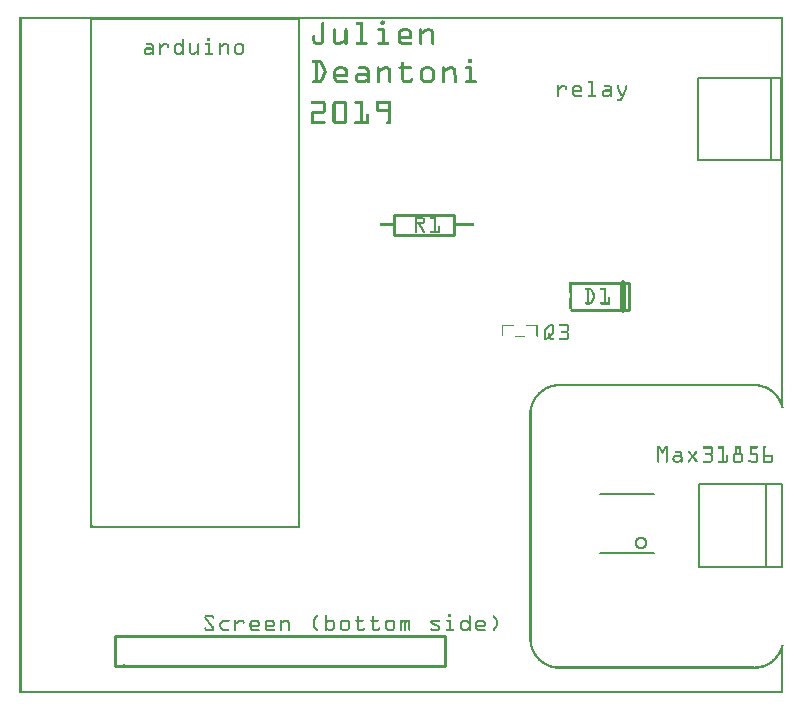
<source format=gto>
G04 MADE WITH FRITZING*
G04 WWW.FRITZING.ORG*
G04 DOUBLE SIDED*
G04 HOLES PLATED*
G04 CONTOUR ON CENTER OF CONTOUR VECTOR*
%ASAXBY*%
%FSLAX23Y23*%
%MOIN*%
%OFA0B0*%
%SFA1.0B1.0*%
%ADD10C,0.044000X0.028*%
%ADD11C,0.010000*%
%ADD12C,0.020000*%
%ADD13C,0.008000*%
%ADD14R,0.001000X0.001000*%
%LNSILK1*%
G90*
G70*
G54D10*
X2074Y502D03*
G54D11*
X2033Y1280D02*
X1838Y1280D01*
D02*
X1838Y1370D02*
X2033Y1370D01*
D02*
X2033Y1370D02*
X2033Y1280D01*
G54D12*
D02*
X2013Y1370D02*
X2013Y1280D01*
G54D11*
D02*
X1450Y1528D02*
X1250Y1528D01*
D02*
X1250Y1528D02*
X1250Y1594D01*
D02*
X1250Y1594D02*
X1450Y1594D01*
D02*
X1450Y1594D02*
X1450Y1528D01*
G54D13*
D02*
X2262Y1777D02*
X2262Y2052D01*
D02*
X2262Y2052D02*
X2506Y2052D01*
D02*
X2506Y2052D02*
X2538Y2052D01*
D02*
X2538Y2052D02*
X2538Y1777D01*
D02*
X2538Y1777D02*
X2506Y1777D01*
D02*
X2506Y1777D02*
X2262Y1777D01*
D02*
X2506Y2052D02*
X2506Y1777D01*
D02*
X1936Y665D02*
X2116Y665D01*
D02*
X2116Y467D02*
X1936Y467D01*
D02*
X2267Y422D02*
X2488Y422D01*
D02*
X2488Y422D02*
X2543Y422D01*
D02*
X2543Y422D02*
X2543Y697D01*
D02*
X2543Y697D02*
X2488Y697D01*
D02*
X2488Y697D02*
X2267Y697D01*
D02*
X2267Y697D02*
X2267Y422D01*
D02*
X2488Y422D02*
X2488Y697D01*
G54D11*
D02*
X318Y92D02*
X1418Y92D01*
D02*
X1418Y92D02*
X1418Y192D01*
D02*
X1418Y192D02*
X318Y192D01*
D02*
X318Y192D02*
X318Y92D01*
G54D14*
X0Y2255D02*
X2546Y2255D01*
X0Y2254D02*
X2546Y2254D01*
X0Y2253D02*
X2546Y2253D01*
X0Y2252D02*
X2546Y2252D01*
X0Y2251D02*
X2546Y2251D01*
X0Y2250D02*
X2546Y2250D01*
X0Y2249D02*
X2546Y2249D01*
X0Y2248D02*
X2546Y2248D01*
X0Y2247D02*
X7Y2247D01*
X236Y2247D02*
X935Y2247D01*
X2539Y2247D02*
X2546Y2247D01*
X0Y2246D02*
X7Y2246D01*
X236Y2246D02*
X935Y2246D01*
X2539Y2246D02*
X2546Y2246D01*
X0Y2245D02*
X7Y2245D01*
X236Y2245D02*
X935Y2245D01*
X2539Y2245D02*
X2546Y2245D01*
X0Y2244D02*
X7Y2244D01*
X236Y2244D02*
X935Y2244D01*
X2539Y2244D02*
X2546Y2244D01*
X0Y2243D02*
X7Y2243D01*
X236Y2243D02*
X243Y2243D01*
X928Y2243D02*
X935Y2243D01*
X1210Y2243D02*
X1213Y2243D01*
X2539Y2243D02*
X2546Y2243D01*
X0Y2242D02*
X7Y2242D01*
X236Y2242D02*
X243Y2242D01*
X928Y2242D02*
X935Y2242D01*
X1206Y2242D02*
X1216Y2242D01*
X2539Y2242D02*
X2546Y2242D01*
X0Y2241D02*
X7Y2241D01*
X236Y2241D02*
X243Y2241D01*
X928Y2241D02*
X935Y2241D01*
X1205Y2241D02*
X1217Y2241D01*
X2539Y2241D02*
X2546Y2241D01*
X0Y2240D02*
X7Y2240D01*
X236Y2240D02*
X243Y2240D01*
X928Y2240D02*
X935Y2240D01*
X1205Y2240D02*
X1218Y2240D01*
X2539Y2240D02*
X2546Y2240D01*
X0Y2239D02*
X7Y2239D01*
X236Y2239D02*
X243Y2239D01*
X928Y2239D02*
X935Y2239D01*
X1204Y2239D02*
X1218Y2239D01*
X2539Y2239D02*
X2546Y2239D01*
X0Y2238D02*
X7Y2238D01*
X236Y2238D02*
X243Y2238D01*
X928Y2238D02*
X935Y2238D01*
X1010Y2238D02*
X1014Y2238D01*
X1124Y2238D02*
X1143Y2238D01*
X1204Y2238D02*
X1218Y2238D01*
X2539Y2238D02*
X2546Y2238D01*
X0Y2237D02*
X7Y2237D01*
X236Y2237D02*
X243Y2237D01*
X928Y2237D02*
X935Y2237D01*
X1008Y2237D02*
X1015Y2237D01*
X1123Y2237D02*
X1145Y2237D01*
X1204Y2237D02*
X1218Y2237D01*
X2539Y2237D02*
X2546Y2237D01*
X0Y2236D02*
X7Y2236D01*
X236Y2236D02*
X243Y2236D01*
X928Y2236D02*
X935Y2236D01*
X1008Y2236D02*
X1016Y2236D01*
X1123Y2236D02*
X1145Y2236D01*
X1204Y2236D02*
X1218Y2236D01*
X2539Y2236D02*
X2546Y2236D01*
X0Y2235D02*
X7Y2235D01*
X236Y2235D02*
X243Y2235D01*
X928Y2235D02*
X935Y2235D01*
X1007Y2235D02*
X1016Y2235D01*
X1122Y2235D02*
X1146Y2235D01*
X1204Y2235D02*
X1218Y2235D01*
X2539Y2235D02*
X2546Y2235D01*
X0Y2234D02*
X7Y2234D01*
X236Y2234D02*
X243Y2234D01*
X928Y2234D02*
X935Y2234D01*
X1007Y2234D02*
X1016Y2234D01*
X1122Y2234D02*
X1146Y2234D01*
X1204Y2234D02*
X1218Y2234D01*
X2539Y2234D02*
X2546Y2234D01*
X0Y2233D02*
X7Y2233D01*
X236Y2233D02*
X243Y2233D01*
X928Y2233D02*
X935Y2233D01*
X1007Y2233D02*
X1016Y2233D01*
X1122Y2233D02*
X1146Y2233D01*
X1204Y2233D02*
X1218Y2233D01*
X2539Y2233D02*
X2546Y2233D01*
X0Y2232D02*
X7Y2232D01*
X236Y2232D02*
X243Y2232D01*
X928Y2232D02*
X935Y2232D01*
X1007Y2232D02*
X1016Y2232D01*
X1122Y2232D02*
X1146Y2232D01*
X1205Y2232D02*
X1218Y2232D01*
X2539Y2232D02*
X2546Y2232D01*
X0Y2231D02*
X7Y2231D01*
X236Y2231D02*
X243Y2231D01*
X928Y2231D02*
X935Y2231D01*
X1007Y2231D02*
X1016Y2231D01*
X1123Y2231D02*
X1146Y2231D01*
X1205Y2231D02*
X1217Y2231D01*
X2539Y2231D02*
X2546Y2231D01*
X0Y2230D02*
X7Y2230D01*
X236Y2230D02*
X243Y2230D01*
X928Y2230D02*
X935Y2230D01*
X1007Y2230D02*
X1016Y2230D01*
X1124Y2230D02*
X1146Y2230D01*
X1206Y2230D02*
X1216Y2230D01*
X2539Y2230D02*
X2546Y2230D01*
X0Y2229D02*
X7Y2229D01*
X236Y2229D02*
X243Y2229D01*
X928Y2229D02*
X935Y2229D01*
X1007Y2229D02*
X1016Y2229D01*
X1126Y2229D02*
X1146Y2229D01*
X1208Y2229D02*
X1215Y2229D01*
X2539Y2229D02*
X2546Y2229D01*
X0Y2228D02*
X7Y2228D01*
X236Y2228D02*
X243Y2228D01*
X928Y2228D02*
X935Y2228D01*
X1007Y2228D02*
X1016Y2228D01*
X1137Y2228D02*
X1146Y2228D01*
X2539Y2228D02*
X2546Y2228D01*
X0Y2227D02*
X7Y2227D01*
X236Y2227D02*
X243Y2227D01*
X928Y2227D02*
X935Y2227D01*
X1007Y2227D02*
X1016Y2227D01*
X1137Y2227D02*
X1146Y2227D01*
X2539Y2227D02*
X2546Y2227D01*
X0Y2226D02*
X7Y2226D01*
X236Y2226D02*
X243Y2226D01*
X928Y2226D02*
X935Y2226D01*
X1007Y2226D02*
X1016Y2226D01*
X1137Y2226D02*
X1146Y2226D01*
X2539Y2226D02*
X2546Y2226D01*
X0Y2225D02*
X7Y2225D01*
X236Y2225D02*
X243Y2225D01*
X928Y2225D02*
X935Y2225D01*
X1007Y2225D02*
X1016Y2225D01*
X1137Y2225D02*
X1146Y2225D01*
X2539Y2225D02*
X2546Y2225D01*
X0Y2224D02*
X7Y2224D01*
X236Y2224D02*
X243Y2224D01*
X928Y2224D02*
X935Y2224D01*
X1007Y2224D02*
X1016Y2224D01*
X1137Y2224D02*
X1146Y2224D01*
X2539Y2224D02*
X2546Y2224D01*
X0Y2223D02*
X7Y2223D01*
X236Y2223D02*
X243Y2223D01*
X928Y2223D02*
X935Y2223D01*
X1007Y2223D02*
X1016Y2223D01*
X1137Y2223D02*
X1146Y2223D01*
X2539Y2223D02*
X2546Y2223D01*
X0Y2222D02*
X7Y2222D01*
X236Y2222D02*
X243Y2222D01*
X928Y2222D02*
X935Y2222D01*
X1007Y2222D02*
X1016Y2222D01*
X1137Y2222D02*
X1146Y2222D01*
X2539Y2222D02*
X2546Y2222D01*
X0Y2221D02*
X7Y2221D01*
X236Y2221D02*
X243Y2221D01*
X928Y2221D02*
X935Y2221D01*
X1007Y2221D02*
X1016Y2221D01*
X1137Y2221D02*
X1146Y2221D01*
X2539Y2221D02*
X2546Y2221D01*
X0Y2220D02*
X7Y2220D01*
X236Y2220D02*
X243Y2220D01*
X928Y2220D02*
X935Y2220D01*
X1007Y2220D02*
X1016Y2220D01*
X1137Y2220D02*
X1146Y2220D01*
X2539Y2220D02*
X2546Y2220D01*
X0Y2219D02*
X7Y2219D01*
X236Y2219D02*
X243Y2219D01*
X928Y2219D02*
X935Y2219D01*
X1007Y2219D02*
X1016Y2219D01*
X1137Y2219D02*
X1146Y2219D01*
X2539Y2219D02*
X2546Y2219D01*
X0Y2218D02*
X7Y2218D01*
X236Y2218D02*
X243Y2218D01*
X928Y2218D02*
X935Y2218D01*
X1007Y2218D02*
X1016Y2218D01*
X1137Y2218D02*
X1146Y2218D01*
X2539Y2218D02*
X2546Y2218D01*
X0Y2217D02*
X7Y2217D01*
X236Y2217D02*
X243Y2217D01*
X928Y2217D02*
X935Y2217D01*
X1007Y2217D02*
X1016Y2217D01*
X1048Y2217D02*
X1051Y2217D01*
X1087Y2217D02*
X1091Y2217D01*
X1137Y2217D02*
X1146Y2217D01*
X1197Y2217D02*
X1215Y2217D01*
X1276Y2217D02*
X1296Y2217D01*
X1337Y2217D02*
X1340Y2217D01*
X1358Y2217D02*
X1370Y2217D01*
X2539Y2217D02*
X2546Y2217D01*
X0Y2216D02*
X7Y2216D01*
X236Y2216D02*
X243Y2216D01*
X928Y2216D02*
X935Y2216D01*
X1007Y2216D02*
X1016Y2216D01*
X1046Y2216D02*
X1052Y2216D01*
X1086Y2216D02*
X1092Y2216D01*
X1137Y2216D02*
X1146Y2216D01*
X1196Y2216D02*
X1217Y2216D01*
X1274Y2216D02*
X1298Y2216D01*
X1335Y2216D02*
X1342Y2216D01*
X1355Y2216D02*
X1373Y2216D01*
X2539Y2216D02*
X2546Y2216D01*
X0Y2215D02*
X7Y2215D01*
X236Y2215D02*
X243Y2215D01*
X928Y2215D02*
X935Y2215D01*
X1007Y2215D02*
X1016Y2215D01*
X1045Y2215D02*
X1053Y2215D01*
X1085Y2215D02*
X1093Y2215D01*
X1137Y2215D02*
X1146Y2215D01*
X1195Y2215D02*
X1217Y2215D01*
X1272Y2215D02*
X1300Y2215D01*
X1335Y2215D02*
X1342Y2215D01*
X1353Y2215D02*
X1375Y2215D01*
X2539Y2215D02*
X2546Y2215D01*
X0Y2214D02*
X7Y2214D01*
X236Y2214D02*
X243Y2214D01*
X928Y2214D02*
X935Y2214D01*
X1007Y2214D02*
X1016Y2214D01*
X1045Y2214D02*
X1054Y2214D01*
X1085Y2214D02*
X1093Y2214D01*
X1137Y2214D02*
X1146Y2214D01*
X1195Y2214D02*
X1218Y2214D01*
X1271Y2214D02*
X1301Y2214D01*
X1334Y2214D02*
X1343Y2214D01*
X1352Y2214D02*
X1376Y2214D01*
X2539Y2214D02*
X2546Y2214D01*
X0Y2213D02*
X7Y2213D01*
X236Y2213D02*
X243Y2213D01*
X928Y2213D02*
X935Y2213D01*
X1007Y2213D02*
X1016Y2213D01*
X1045Y2213D02*
X1054Y2213D01*
X1085Y2213D02*
X1093Y2213D01*
X1137Y2213D02*
X1146Y2213D01*
X1194Y2213D02*
X1218Y2213D01*
X1269Y2213D02*
X1303Y2213D01*
X1334Y2213D02*
X1343Y2213D01*
X1350Y2213D02*
X1377Y2213D01*
X2539Y2213D02*
X2546Y2213D01*
X0Y2212D02*
X7Y2212D01*
X236Y2212D02*
X243Y2212D01*
X928Y2212D02*
X935Y2212D01*
X1007Y2212D02*
X1016Y2212D01*
X1045Y2212D02*
X1054Y2212D01*
X1084Y2212D02*
X1094Y2212D01*
X1137Y2212D02*
X1146Y2212D01*
X1194Y2212D02*
X1218Y2212D01*
X1268Y2212D02*
X1304Y2212D01*
X1334Y2212D02*
X1343Y2212D01*
X1349Y2212D02*
X1378Y2212D01*
X2539Y2212D02*
X2546Y2212D01*
X0Y2211D02*
X7Y2211D01*
X236Y2211D02*
X243Y2211D01*
X928Y2211D02*
X935Y2211D01*
X1007Y2211D02*
X1016Y2211D01*
X1045Y2211D02*
X1054Y2211D01*
X1084Y2211D02*
X1094Y2211D01*
X1137Y2211D02*
X1146Y2211D01*
X1195Y2211D02*
X1218Y2211D01*
X1267Y2211D02*
X1305Y2211D01*
X1334Y2211D02*
X1343Y2211D01*
X1347Y2211D02*
X1379Y2211D01*
X2539Y2211D02*
X2546Y2211D01*
X0Y2210D02*
X7Y2210D01*
X236Y2210D02*
X243Y2210D01*
X928Y2210D02*
X935Y2210D01*
X1007Y2210D02*
X1016Y2210D01*
X1045Y2210D02*
X1054Y2210D01*
X1084Y2210D02*
X1094Y2210D01*
X1137Y2210D02*
X1146Y2210D01*
X1195Y2210D02*
X1218Y2210D01*
X1266Y2210D02*
X1306Y2210D01*
X1334Y2210D02*
X1343Y2210D01*
X1345Y2210D02*
X1379Y2210D01*
X2539Y2210D02*
X2546Y2210D01*
X0Y2209D02*
X7Y2209D01*
X236Y2209D02*
X243Y2209D01*
X928Y2209D02*
X935Y2209D01*
X1007Y2209D02*
X1016Y2209D01*
X1045Y2209D02*
X1054Y2209D01*
X1084Y2209D02*
X1094Y2209D01*
X1137Y2209D02*
X1146Y2209D01*
X1196Y2209D02*
X1218Y2209D01*
X1265Y2209D02*
X1307Y2209D01*
X1334Y2209D02*
X1380Y2209D01*
X2539Y2209D02*
X2546Y2209D01*
X0Y2208D02*
X7Y2208D01*
X236Y2208D02*
X243Y2208D01*
X928Y2208D02*
X935Y2208D01*
X1007Y2208D02*
X1016Y2208D01*
X1045Y2208D02*
X1054Y2208D01*
X1084Y2208D02*
X1094Y2208D01*
X1137Y2208D02*
X1146Y2208D01*
X1197Y2208D02*
X1218Y2208D01*
X1264Y2208D02*
X1308Y2208D01*
X1334Y2208D02*
X1380Y2208D01*
X2539Y2208D02*
X2546Y2208D01*
X0Y2207D02*
X7Y2207D01*
X236Y2207D02*
X243Y2207D01*
X928Y2207D02*
X935Y2207D01*
X1007Y2207D02*
X1016Y2207D01*
X1045Y2207D02*
X1054Y2207D01*
X1084Y2207D02*
X1094Y2207D01*
X1137Y2207D02*
X1146Y2207D01*
X1209Y2207D02*
X1218Y2207D01*
X1264Y2207D02*
X1277Y2207D01*
X1295Y2207D02*
X1308Y2207D01*
X1334Y2207D02*
X1359Y2207D01*
X1369Y2207D02*
X1381Y2207D01*
X2539Y2207D02*
X2546Y2207D01*
X0Y2206D02*
X7Y2206D01*
X236Y2206D02*
X243Y2206D01*
X928Y2206D02*
X935Y2206D01*
X1007Y2206D02*
X1016Y2206D01*
X1045Y2206D02*
X1054Y2206D01*
X1084Y2206D02*
X1094Y2206D01*
X1137Y2206D02*
X1146Y2206D01*
X1209Y2206D02*
X1218Y2206D01*
X1263Y2206D02*
X1276Y2206D01*
X1297Y2206D02*
X1309Y2206D01*
X1334Y2206D02*
X1357Y2206D01*
X1371Y2206D02*
X1381Y2206D01*
X2539Y2206D02*
X2546Y2206D01*
X0Y2205D02*
X7Y2205D01*
X236Y2205D02*
X243Y2205D01*
X928Y2205D02*
X935Y2205D01*
X1007Y2205D02*
X1016Y2205D01*
X1045Y2205D02*
X1054Y2205D01*
X1084Y2205D02*
X1094Y2205D01*
X1137Y2205D02*
X1146Y2205D01*
X1209Y2205D02*
X1218Y2205D01*
X1263Y2205D02*
X1274Y2205D01*
X1298Y2205D02*
X1309Y2205D01*
X1334Y2205D02*
X1355Y2205D01*
X1372Y2205D02*
X1381Y2205D01*
X2539Y2205D02*
X2546Y2205D01*
X0Y2204D02*
X7Y2204D01*
X236Y2204D02*
X243Y2204D01*
X928Y2204D02*
X935Y2204D01*
X1007Y2204D02*
X1016Y2204D01*
X1045Y2204D02*
X1054Y2204D01*
X1084Y2204D02*
X1094Y2204D01*
X1137Y2204D02*
X1146Y2204D01*
X1209Y2204D02*
X1218Y2204D01*
X1262Y2204D02*
X1273Y2204D01*
X1299Y2204D02*
X1310Y2204D01*
X1334Y2204D02*
X1354Y2204D01*
X1372Y2204D02*
X1381Y2204D01*
X2539Y2204D02*
X2546Y2204D01*
X0Y2203D02*
X7Y2203D01*
X236Y2203D02*
X243Y2203D01*
X928Y2203D02*
X935Y2203D01*
X1007Y2203D02*
X1016Y2203D01*
X1045Y2203D02*
X1054Y2203D01*
X1084Y2203D02*
X1094Y2203D01*
X1137Y2203D02*
X1146Y2203D01*
X1209Y2203D02*
X1218Y2203D01*
X1262Y2203D02*
X1272Y2203D01*
X1300Y2203D02*
X1310Y2203D01*
X1334Y2203D02*
X1352Y2203D01*
X1372Y2203D02*
X1381Y2203D01*
X2539Y2203D02*
X2546Y2203D01*
X0Y2202D02*
X7Y2202D01*
X236Y2202D02*
X243Y2202D01*
X928Y2202D02*
X935Y2202D01*
X1007Y2202D02*
X1016Y2202D01*
X1045Y2202D02*
X1054Y2202D01*
X1084Y2202D02*
X1094Y2202D01*
X1137Y2202D02*
X1146Y2202D01*
X1209Y2202D02*
X1218Y2202D01*
X1262Y2202D02*
X1271Y2202D01*
X1301Y2202D02*
X1310Y2202D01*
X1334Y2202D02*
X1351Y2202D01*
X1372Y2202D02*
X1381Y2202D01*
X2539Y2202D02*
X2546Y2202D01*
X0Y2201D02*
X7Y2201D01*
X236Y2201D02*
X243Y2201D01*
X928Y2201D02*
X935Y2201D01*
X1007Y2201D02*
X1016Y2201D01*
X1045Y2201D02*
X1054Y2201D01*
X1084Y2201D02*
X1094Y2201D01*
X1137Y2201D02*
X1146Y2201D01*
X1209Y2201D02*
X1218Y2201D01*
X1262Y2201D02*
X1271Y2201D01*
X1301Y2201D02*
X1310Y2201D01*
X1334Y2201D02*
X1349Y2201D01*
X1372Y2201D02*
X1381Y2201D01*
X2539Y2201D02*
X2546Y2201D01*
X0Y2200D02*
X7Y2200D01*
X236Y2200D02*
X243Y2200D01*
X928Y2200D02*
X935Y2200D01*
X1007Y2200D02*
X1016Y2200D01*
X1045Y2200D02*
X1054Y2200D01*
X1084Y2200D02*
X1094Y2200D01*
X1137Y2200D02*
X1146Y2200D01*
X1209Y2200D02*
X1218Y2200D01*
X1262Y2200D02*
X1271Y2200D01*
X1301Y2200D02*
X1310Y2200D01*
X1334Y2200D02*
X1348Y2200D01*
X1372Y2200D02*
X1381Y2200D01*
X2539Y2200D02*
X2546Y2200D01*
X0Y2199D02*
X7Y2199D01*
X236Y2199D02*
X243Y2199D01*
X928Y2199D02*
X935Y2199D01*
X1007Y2199D02*
X1016Y2199D01*
X1045Y2199D02*
X1054Y2199D01*
X1084Y2199D02*
X1094Y2199D01*
X1137Y2199D02*
X1146Y2199D01*
X1209Y2199D02*
X1218Y2199D01*
X1262Y2199D02*
X1271Y2199D01*
X1301Y2199D02*
X1310Y2199D01*
X1334Y2199D02*
X1346Y2199D01*
X1372Y2199D02*
X1382Y2199D01*
X2539Y2199D02*
X2546Y2199D01*
X0Y2198D02*
X7Y2198D01*
X236Y2198D02*
X243Y2198D01*
X928Y2198D02*
X935Y2198D01*
X1007Y2198D02*
X1016Y2198D01*
X1045Y2198D02*
X1054Y2198D01*
X1084Y2198D02*
X1094Y2198D01*
X1137Y2198D02*
X1146Y2198D01*
X1209Y2198D02*
X1218Y2198D01*
X1262Y2198D02*
X1271Y2198D01*
X1301Y2198D02*
X1310Y2198D01*
X1334Y2198D02*
X1345Y2198D01*
X1372Y2198D02*
X1382Y2198D01*
X2539Y2198D02*
X2546Y2198D01*
X0Y2197D02*
X7Y2197D01*
X236Y2197D02*
X243Y2197D01*
X928Y2197D02*
X935Y2197D01*
X1007Y2197D02*
X1016Y2197D01*
X1045Y2197D02*
X1054Y2197D01*
X1084Y2197D02*
X1094Y2197D01*
X1137Y2197D02*
X1146Y2197D01*
X1209Y2197D02*
X1218Y2197D01*
X1262Y2197D02*
X1271Y2197D01*
X1301Y2197D02*
X1310Y2197D01*
X1334Y2197D02*
X1343Y2197D01*
X1372Y2197D02*
X1382Y2197D01*
X2539Y2197D02*
X2546Y2197D01*
X0Y2196D02*
X7Y2196D01*
X236Y2196D02*
X243Y2196D01*
X928Y2196D02*
X935Y2196D01*
X981Y2196D02*
X983Y2196D01*
X1007Y2196D02*
X1016Y2196D01*
X1045Y2196D02*
X1054Y2196D01*
X1084Y2196D02*
X1094Y2196D01*
X1137Y2196D02*
X1146Y2196D01*
X1209Y2196D02*
X1218Y2196D01*
X1262Y2196D02*
X1271Y2196D01*
X1301Y2196D02*
X1310Y2196D01*
X1334Y2196D02*
X1343Y2196D01*
X1373Y2196D02*
X1382Y2196D01*
X2539Y2196D02*
X2546Y2196D01*
X0Y2195D02*
X7Y2195D01*
X236Y2195D02*
X243Y2195D01*
X928Y2195D02*
X935Y2195D01*
X979Y2195D02*
X985Y2195D01*
X1007Y2195D02*
X1016Y2195D01*
X1045Y2195D02*
X1054Y2195D01*
X1084Y2195D02*
X1094Y2195D01*
X1137Y2195D02*
X1146Y2195D01*
X1209Y2195D02*
X1218Y2195D01*
X1262Y2195D02*
X1271Y2195D01*
X1301Y2195D02*
X1310Y2195D01*
X1334Y2195D02*
X1343Y2195D01*
X1373Y2195D02*
X1382Y2195D01*
X2539Y2195D02*
X2546Y2195D01*
X0Y2194D02*
X7Y2194D01*
X236Y2194D02*
X243Y2194D01*
X928Y2194D02*
X935Y2194D01*
X978Y2194D02*
X986Y2194D01*
X1007Y2194D02*
X1016Y2194D01*
X1045Y2194D02*
X1054Y2194D01*
X1084Y2194D02*
X1094Y2194D01*
X1137Y2194D02*
X1146Y2194D01*
X1209Y2194D02*
X1218Y2194D01*
X1262Y2194D02*
X1271Y2194D01*
X1301Y2194D02*
X1310Y2194D01*
X1334Y2194D02*
X1343Y2194D01*
X1373Y2194D02*
X1382Y2194D01*
X2539Y2194D02*
X2546Y2194D01*
X0Y2193D02*
X7Y2193D01*
X236Y2193D02*
X243Y2193D01*
X928Y2193D02*
X935Y2193D01*
X978Y2193D02*
X986Y2193D01*
X1007Y2193D02*
X1016Y2193D01*
X1045Y2193D02*
X1054Y2193D01*
X1084Y2193D02*
X1094Y2193D01*
X1137Y2193D02*
X1146Y2193D01*
X1209Y2193D02*
X1218Y2193D01*
X1262Y2193D02*
X1271Y2193D01*
X1301Y2193D02*
X1310Y2193D01*
X1334Y2193D02*
X1343Y2193D01*
X1373Y2193D02*
X1382Y2193D01*
X2539Y2193D02*
X2546Y2193D01*
X0Y2192D02*
X7Y2192D01*
X236Y2192D02*
X243Y2192D01*
X928Y2192D02*
X935Y2192D01*
X978Y2192D02*
X986Y2192D01*
X1007Y2192D02*
X1016Y2192D01*
X1045Y2192D02*
X1054Y2192D01*
X1084Y2192D02*
X1094Y2192D01*
X1137Y2192D02*
X1146Y2192D01*
X1209Y2192D02*
X1218Y2192D01*
X1262Y2192D02*
X1310Y2192D01*
X1334Y2192D02*
X1343Y2192D01*
X1373Y2192D02*
X1382Y2192D01*
X2539Y2192D02*
X2546Y2192D01*
X0Y2191D02*
X7Y2191D01*
X236Y2191D02*
X243Y2191D01*
X928Y2191D02*
X935Y2191D01*
X977Y2191D02*
X986Y2191D01*
X1007Y2191D02*
X1016Y2191D01*
X1045Y2191D02*
X1055Y2191D01*
X1084Y2191D02*
X1094Y2191D01*
X1137Y2191D02*
X1146Y2191D01*
X1209Y2191D02*
X1218Y2191D01*
X1262Y2191D02*
X1310Y2191D01*
X1334Y2191D02*
X1343Y2191D01*
X1373Y2191D02*
X1382Y2191D01*
X2539Y2191D02*
X2546Y2191D01*
X0Y2190D02*
X7Y2190D01*
X236Y2190D02*
X243Y2190D01*
X928Y2190D02*
X935Y2190D01*
X977Y2190D02*
X986Y2190D01*
X1007Y2190D02*
X1016Y2190D01*
X1045Y2190D02*
X1055Y2190D01*
X1084Y2190D02*
X1094Y2190D01*
X1137Y2190D02*
X1146Y2190D01*
X1209Y2190D02*
X1218Y2190D01*
X1262Y2190D02*
X1310Y2190D01*
X1334Y2190D02*
X1343Y2190D01*
X1373Y2190D02*
X1382Y2190D01*
X2539Y2190D02*
X2546Y2190D01*
X0Y2189D02*
X7Y2189D01*
X236Y2189D02*
X243Y2189D01*
X928Y2189D02*
X935Y2189D01*
X977Y2189D02*
X986Y2189D01*
X1007Y2189D02*
X1016Y2189D01*
X1046Y2189D02*
X1055Y2189D01*
X1084Y2189D02*
X1094Y2189D01*
X1137Y2189D02*
X1146Y2189D01*
X1209Y2189D02*
X1218Y2189D01*
X1262Y2189D02*
X1310Y2189D01*
X1334Y2189D02*
X1343Y2189D01*
X1373Y2189D02*
X1382Y2189D01*
X2539Y2189D02*
X2546Y2189D01*
X0Y2188D02*
X7Y2188D01*
X236Y2188D02*
X243Y2188D01*
X928Y2188D02*
X935Y2188D01*
X977Y2188D02*
X986Y2188D01*
X1007Y2188D02*
X1016Y2188D01*
X1046Y2188D02*
X1055Y2188D01*
X1084Y2188D02*
X1094Y2188D01*
X1137Y2188D02*
X1146Y2188D01*
X1209Y2188D02*
X1218Y2188D01*
X1262Y2188D02*
X1310Y2188D01*
X1334Y2188D02*
X1343Y2188D01*
X1373Y2188D02*
X1382Y2188D01*
X2539Y2188D02*
X2546Y2188D01*
X0Y2187D02*
X7Y2187D01*
X236Y2187D02*
X243Y2187D01*
X928Y2187D02*
X935Y2187D01*
X977Y2187D02*
X986Y2187D01*
X1007Y2187D02*
X1016Y2187D01*
X1046Y2187D02*
X1055Y2187D01*
X1084Y2187D02*
X1094Y2187D01*
X1137Y2187D02*
X1146Y2187D01*
X1209Y2187D02*
X1218Y2187D01*
X1262Y2187D02*
X1310Y2187D01*
X1334Y2187D02*
X1343Y2187D01*
X1373Y2187D02*
X1382Y2187D01*
X2539Y2187D02*
X2546Y2187D01*
X0Y2186D02*
X7Y2186D01*
X236Y2186D02*
X243Y2186D01*
X928Y2186D02*
X935Y2186D01*
X977Y2186D02*
X986Y2186D01*
X1007Y2186D02*
X1016Y2186D01*
X1046Y2186D02*
X1055Y2186D01*
X1084Y2186D02*
X1094Y2186D01*
X1137Y2186D02*
X1146Y2186D01*
X1209Y2186D02*
X1218Y2186D01*
X1262Y2186D02*
X1310Y2186D01*
X1334Y2186D02*
X1343Y2186D01*
X1373Y2186D02*
X1382Y2186D01*
X2539Y2186D02*
X2546Y2186D01*
X0Y2185D02*
X7Y2185D01*
X236Y2185D02*
X243Y2185D01*
X628Y2185D02*
X634Y2185D01*
X928Y2185D02*
X935Y2185D01*
X977Y2185D02*
X986Y2185D01*
X1007Y2185D02*
X1016Y2185D01*
X1046Y2185D02*
X1055Y2185D01*
X1084Y2185D02*
X1094Y2185D01*
X1137Y2185D02*
X1146Y2185D01*
X1209Y2185D02*
X1218Y2185D01*
X1262Y2185D02*
X1310Y2185D01*
X1334Y2185D02*
X1343Y2185D01*
X1373Y2185D02*
X1382Y2185D01*
X2539Y2185D02*
X2546Y2185D01*
X0Y2184D02*
X7Y2184D01*
X236Y2184D02*
X243Y2184D01*
X627Y2184D02*
X635Y2184D01*
X928Y2184D02*
X935Y2184D01*
X977Y2184D02*
X986Y2184D01*
X1007Y2184D02*
X1016Y2184D01*
X1046Y2184D02*
X1055Y2184D01*
X1084Y2184D02*
X1094Y2184D01*
X1137Y2184D02*
X1146Y2184D01*
X1209Y2184D02*
X1218Y2184D01*
X1262Y2184D02*
X1309Y2184D01*
X1334Y2184D02*
X1343Y2184D01*
X1373Y2184D02*
X1382Y2184D01*
X2539Y2184D02*
X2546Y2184D01*
X0Y2183D02*
X7Y2183D01*
X236Y2183D02*
X243Y2183D01*
X627Y2183D02*
X636Y2183D01*
X928Y2183D02*
X935Y2183D01*
X977Y2183D02*
X986Y2183D01*
X1007Y2183D02*
X1016Y2183D01*
X1046Y2183D02*
X1055Y2183D01*
X1084Y2183D02*
X1094Y2183D01*
X1137Y2183D02*
X1146Y2183D01*
X1209Y2183D02*
X1218Y2183D01*
X1262Y2183D02*
X1308Y2183D01*
X1334Y2183D02*
X1343Y2183D01*
X1373Y2183D02*
X1382Y2183D01*
X2539Y2183D02*
X2546Y2183D01*
X0Y2182D02*
X7Y2182D01*
X236Y2182D02*
X243Y2182D01*
X545Y2182D02*
X548Y2182D01*
X626Y2182D02*
X636Y2182D01*
X928Y2182D02*
X935Y2182D01*
X977Y2182D02*
X986Y2182D01*
X1007Y2182D02*
X1016Y2182D01*
X1046Y2182D02*
X1055Y2182D01*
X1084Y2182D02*
X1094Y2182D01*
X1137Y2182D02*
X1146Y2182D01*
X1209Y2182D02*
X1218Y2182D01*
X1262Y2182D02*
X1271Y2182D01*
X1334Y2182D02*
X1343Y2182D01*
X1373Y2182D02*
X1382Y2182D01*
X2539Y2182D02*
X2546Y2182D01*
X0Y2181D02*
X7Y2181D01*
X236Y2181D02*
X243Y2181D01*
X544Y2181D02*
X549Y2181D01*
X626Y2181D02*
X636Y2181D01*
X928Y2181D02*
X935Y2181D01*
X977Y2181D02*
X986Y2181D01*
X1007Y2181D02*
X1016Y2181D01*
X1046Y2181D02*
X1055Y2181D01*
X1084Y2181D02*
X1094Y2181D01*
X1137Y2181D02*
X1146Y2181D01*
X1209Y2181D02*
X1218Y2181D01*
X1262Y2181D02*
X1271Y2181D01*
X1334Y2181D02*
X1343Y2181D01*
X1373Y2181D02*
X1382Y2181D01*
X2539Y2181D02*
X2546Y2181D01*
X0Y2180D02*
X7Y2180D01*
X236Y2180D02*
X243Y2180D01*
X543Y2180D02*
X549Y2180D01*
X626Y2180D02*
X636Y2180D01*
X928Y2180D02*
X935Y2180D01*
X977Y2180D02*
X986Y2180D01*
X1007Y2180D02*
X1016Y2180D01*
X1046Y2180D02*
X1055Y2180D01*
X1082Y2180D02*
X1094Y2180D01*
X1137Y2180D02*
X1146Y2180D01*
X1209Y2180D02*
X1218Y2180D01*
X1262Y2180D02*
X1271Y2180D01*
X1334Y2180D02*
X1343Y2180D01*
X1373Y2180D02*
X1382Y2180D01*
X2539Y2180D02*
X2546Y2180D01*
X0Y2179D02*
X7Y2179D01*
X236Y2179D02*
X243Y2179D01*
X543Y2179D02*
X549Y2179D01*
X626Y2179D02*
X636Y2179D01*
X928Y2179D02*
X935Y2179D01*
X977Y2179D02*
X986Y2179D01*
X1007Y2179D02*
X1016Y2179D01*
X1046Y2179D02*
X1055Y2179D01*
X1081Y2179D02*
X1094Y2179D01*
X1137Y2179D02*
X1146Y2179D01*
X1209Y2179D02*
X1218Y2179D01*
X1262Y2179D02*
X1271Y2179D01*
X1334Y2179D02*
X1343Y2179D01*
X1373Y2179D02*
X1382Y2179D01*
X2539Y2179D02*
X2546Y2179D01*
X0Y2178D02*
X7Y2178D01*
X236Y2178D02*
X243Y2178D01*
X543Y2178D02*
X549Y2178D01*
X627Y2178D02*
X636Y2178D01*
X928Y2178D02*
X935Y2178D01*
X977Y2178D02*
X986Y2178D01*
X1007Y2178D02*
X1016Y2178D01*
X1046Y2178D02*
X1055Y2178D01*
X1079Y2178D02*
X1094Y2178D01*
X1137Y2178D02*
X1146Y2178D01*
X1209Y2178D02*
X1218Y2178D01*
X1262Y2178D02*
X1271Y2178D01*
X1334Y2178D02*
X1343Y2178D01*
X1373Y2178D02*
X1382Y2178D01*
X2539Y2178D02*
X2546Y2178D01*
X0Y2177D02*
X7Y2177D01*
X236Y2177D02*
X243Y2177D01*
X543Y2177D02*
X549Y2177D01*
X627Y2177D02*
X635Y2177D01*
X928Y2177D02*
X935Y2177D01*
X977Y2177D02*
X986Y2177D01*
X1007Y2177D02*
X1016Y2177D01*
X1046Y2177D02*
X1055Y2177D01*
X1078Y2177D02*
X1094Y2177D01*
X1137Y2177D02*
X1146Y2177D01*
X1209Y2177D02*
X1218Y2177D01*
X1262Y2177D02*
X1271Y2177D01*
X1334Y2177D02*
X1343Y2177D01*
X1373Y2177D02*
X1382Y2177D01*
X2539Y2177D02*
X2546Y2177D01*
X0Y2176D02*
X7Y2176D01*
X236Y2176D02*
X243Y2176D01*
X543Y2176D02*
X549Y2176D01*
X629Y2176D02*
X634Y2176D01*
X928Y2176D02*
X935Y2176D01*
X977Y2176D02*
X987Y2176D01*
X1007Y2176D02*
X1016Y2176D01*
X1046Y2176D02*
X1055Y2176D01*
X1076Y2176D02*
X1094Y2176D01*
X1137Y2176D02*
X1146Y2176D01*
X1209Y2176D02*
X1218Y2176D01*
X1262Y2176D02*
X1272Y2176D01*
X1334Y2176D02*
X1343Y2176D01*
X1373Y2176D02*
X1382Y2176D01*
X2539Y2176D02*
X2546Y2176D01*
X0Y2175D02*
X7Y2175D01*
X236Y2175D02*
X243Y2175D01*
X543Y2175D02*
X549Y2175D01*
X928Y2175D02*
X935Y2175D01*
X977Y2175D02*
X987Y2175D01*
X1007Y2175D02*
X1016Y2175D01*
X1046Y2175D02*
X1055Y2175D01*
X1075Y2175D02*
X1094Y2175D01*
X1137Y2175D02*
X1146Y2175D01*
X1209Y2175D02*
X1218Y2175D01*
X1262Y2175D02*
X1273Y2175D01*
X1334Y2175D02*
X1343Y2175D01*
X1373Y2175D02*
X1382Y2175D01*
X2539Y2175D02*
X2546Y2175D01*
X0Y2174D02*
X7Y2174D01*
X236Y2174D02*
X243Y2174D01*
X543Y2174D02*
X549Y2174D01*
X928Y2174D02*
X935Y2174D01*
X978Y2174D02*
X987Y2174D01*
X1007Y2174D02*
X1016Y2174D01*
X1046Y2174D02*
X1056Y2174D01*
X1073Y2174D02*
X1094Y2174D01*
X1137Y2174D02*
X1146Y2174D01*
X1209Y2174D02*
X1218Y2174D01*
X1262Y2174D02*
X1274Y2174D01*
X1334Y2174D02*
X1343Y2174D01*
X1373Y2174D02*
X1382Y2174D01*
X2539Y2174D02*
X2546Y2174D01*
X0Y2173D02*
X7Y2173D01*
X236Y2173D02*
X243Y2173D01*
X543Y2173D02*
X549Y2173D01*
X928Y2173D02*
X935Y2173D01*
X978Y2173D02*
X988Y2173D01*
X1006Y2173D02*
X1016Y2173D01*
X1046Y2173D02*
X1056Y2173D01*
X1071Y2173D02*
X1094Y2173D01*
X1137Y2173D02*
X1146Y2173D01*
X1209Y2173D02*
X1218Y2173D01*
X1263Y2173D02*
X1275Y2173D01*
X1334Y2173D02*
X1343Y2173D01*
X1373Y2173D02*
X1382Y2173D01*
X2539Y2173D02*
X2546Y2173D01*
X0Y2172D02*
X7Y2172D01*
X236Y2172D02*
X243Y2172D01*
X543Y2172D02*
X549Y2172D01*
X928Y2172D02*
X935Y2172D01*
X978Y2172D02*
X989Y2172D01*
X1005Y2172D02*
X1016Y2172D01*
X1046Y2172D02*
X1057Y2172D01*
X1070Y2172D02*
X1094Y2172D01*
X1137Y2172D02*
X1146Y2172D01*
X1209Y2172D02*
X1218Y2172D01*
X1263Y2172D02*
X1276Y2172D01*
X1334Y2172D02*
X1343Y2172D01*
X1373Y2172D02*
X1382Y2172D01*
X2539Y2172D02*
X2546Y2172D01*
X0Y2171D02*
X7Y2171D01*
X236Y2171D02*
X243Y2171D01*
X543Y2171D02*
X549Y2171D01*
X928Y2171D02*
X935Y2171D01*
X978Y2171D02*
X991Y2171D01*
X1003Y2171D02*
X1015Y2171D01*
X1047Y2171D02*
X1059Y2171D01*
X1068Y2171D02*
X1094Y2171D01*
X1137Y2171D02*
X1146Y2171D01*
X1209Y2171D02*
X1219Y2171D01*
X1264Y2171D02*
X1279Y2171D01*
X1334Y2171D02*
X1343Y2171D01*
X1373Y2171D02*
X1382Y2171D01*
X2539Y2171D02*
X2546Y2171D01*
X0Y2170D02*
X7Y2170D01*
X236Y2170D02*
X243Y2170D01*
X543Y2170D02*
X549Y2170D01*
X928Y2170D02*
X935Y2170D01*
X979Y2170D02*
X1015Y2170D01*
X1047Y2170D02*
X1094Y2170D01*
X1124Y2170D02*
X1158Y2170D01*
X1197Y2170D02*
X1231Y2170D01*
X1264Y2170D02*
X1308Y2170D01*
X1334Y2170D02*
X1343Y2170D01*
X1373Y2170D02*
X1382Y2170D01*
X2539Y2170D02*
X2546Y2170D01*
X0Y2169D02*
X7Y2169D01*
X236Y2169D02*
X243Y2169D01*
X543Y2169D02*
X549Y2169D01*
X928Y2169D02*
X935Y2169D01*
X979Y2169D02*
X1015Y2169D01*
X1048Y2169D02*
X1094Y2169D01*
X1123Y2169D02*
X1160Y2169D01*
X1195Y2169D02*
X1232Y2169D01*
X1265Y2169D02*
X1309Y2169D01*
X1334Y2169D02*
X1343Y2169D01*
X1373Y2169D02*
X1382Y2169D01*
X2539Y2169D02*
X2546Y2169D01*
X0Y2168D02*
X7Y2168D01*
X236Y2168D02*
X243Y2168D01*
X426Y2168D02*
X438Y2168D01*
X483Y2168D02*
X489Y2168D01*
X528Y2168D02*
X533Y2168D01*
X543Y2168D02*
X549Y2168D01*
X623Y2168D02*
X632Y2168D01*
X686Y2168D02*
X689Y2168D01*
X729Y2168D02*
X737Y2168D01*
X928Y2168D02*
X935Y2168D01*
X980Y2168D02*
X1014Y2168D01*
X1048Y2168D02*
X1081Y2168D01*
X1084Y2168D02*
X1094Y2168D01*
X1122Y2168D02*
X1160Y2168D01*
X1195Y2168D02*
X1233Y2168D01*
X1266Y2168D02*
X1310Y2168D01*
X1334Y2168D02*
X1343Y2168D01*
X1374Y2168D02*
X1383Y2168D01*
X2539Y2168D02*
X2546Y2168D01*
X0Y2167D02*
X7Y2167D01*
X236Y2167D02*
X243Y2167D01*
X423Y2167D02*
X442Y2167D01*
X467Y2167D02*
X470Y2167D01*
X480Y2167D02*
X493Y2167D01*
X524Y2167D02*
X537Y2167D01*
X543Y2167D02*
X549Y2167D01*
X567Y2167D02*
X571Y2167D01*
X595Y2167D02*
X598Y2167D01*
X621Y2167D02*
X635Y2167D01*
X667Y2167D02*
X671Y2167D01*
X681Y2167D02*
X693Y2167D01*
X725Y2167D02*
X741Y2167D01*
X928Y2167D02*
X935Y2167D01*
X980Y2167D02*
X1013Y2167D01*
X1049Y2167D02*
X1080Y2167D01*
X1084Y2167D02*
X1094Y2167D01*
X1122Y2167D02*
X1161Y2167D01*
X1194Y2167D02*
X1233Y2167D01*
X1267Y2167D02*
X1310Y2167D01*
X1334Y2167D02*
X1343Y2167D01*
X1374Y2167D02*
X1383Y2167D01*
X2539Y2167D02*
X2546Y2167D01*
X0Y2166D02*
X7Y2166D01*
X236Y2166D02*
X243Y2166D01*
X423Y2166D02*
X444Y2166D01*
X466Y2166D02*
X471Y2166D01*
X479Y2166D02*
X495Y2166D01*
X523Y2166D02*
X539Y2166D01*
X543Y2166D02*
X549Y2166D01*
X566Y2166D02*
X571Y2166D01*
X594Y2166D02*
X599Y2166D01*
X620Y2166D02*
X635Y2166D01*
X667Y2166D02*
X672Y2166D01*
X679Y2166D02*
X695Y2166D01*
X723Y2166D02*
X743Y2166D01*
X928Y2166D02*
X935Y2166D01*
X981Y2166D02*
X1012Y2166D01*
X1050Y2166D02*
X1078Y2166D01*
X1084Y2166D02*
X1094Y2166D01*
X1122Y2166D02*
X1161Y2166D01*
X1194Y2166D02*
X1233Y2166D01*
X1268Y2166D02*
X1310Y2166D01*
X1334Y2166D02*
X1343Y2166D01*
X1374Y2166D02*
X1383Y2166D01*
X2539Y2166D02*
X2546Y2166D01*
X0Y2165D02*
X7Y2165D01*
X236Y2165D02*
X243Y2165D01*
X422Y2165D02*
X445Y2165D01*
X466Y2165D02*
X471Y2165D01*
X478Y2165D02*
X496Y2165D01*
X521Y2165D02*
X540Y2165D01*
X543Y2165D02*
X549Y2165D01*
X566Y2165D02*
X572Y2165D01*
X594Y2165D02*
X599Y2165D01*
X620Y2165D02*
X636Y2165D01*
X666Y2165D02*
X672Y2165D01*
X678Y2165D02*
X696Y2165D01*
X722Y2165D02*
X744Y2165D01*
X928Y2165D02*
X935Y2165D01*
X982Y2165D02*
X1011Y2165D01*
X1051Y2165D02*
X1077Y2165D01*
X1085Y2165D02*
X1093Y2165D01*
X1122Y2165D02*
X1161Y2165D01*
X1194Y2165D02*
X1233Y2165D01*
X1270Y2165D02*
X1310Y2165D01*
X1334Y2165D02*
X1343Y2165D01*
X1374Y2165D02*
X1382Y2165D01*
X2539Y2165D02*
X2546Y2165D01*
X0Y2164D02*
X7Y2164D01*
X236Y2164D02*
X243Y2164D01*
X422Y2164D02*
X446Y2164D01*
X465Y2164D02*
X471Y2164D01*
X477Y2164D02*
X497Y2164D01*
X520Y2164D02*
X541Y2164D01*
X543Y2164D02*
X549Y2164D01*
X566Y2164D02*
X572Y2164D01*
X593Y2164D02*
X599Y2164D01*
X620Y2164D02*
X636Y2164D01*
X666Y2164D02*
X672Y2164D01*
X676Y2164D02*
X697Y2164D01*
X721Y2164D02*
X746Y2164D01*
X928Y2164D02*
X935Y2164D01*
X983Y2164D02*
X1010Y2164D01*
X1052Y2164D02*
X1075Y2164D01*
X1085Y2164D02*
X1093Y2164D01*
X1122Y2164D02*
X1160Y2164D01*
X1195Y2164D02*
X1233Y2164D01*
X1271Y2164D02*
X1310Y2164D01*
X1334Y2164D02*
X1343Y2164D01*
X1374Y2164D02*
X1382Y2164D01*
X2539Y2164D02*
X2546Y2164D01*
X0Y2163D02*
X7Y2163D01*
X236Y2163D02*
X243Y2163D01*
X423Y2163D02*
X446Y2163D01*
X465Y2163D02*
X471Y2163D01*
X476Y2163D02*
X497Y2163D01*
X519Y2163D02*
X549Y2163D01*
X566Y2163D02*
X572Y2163D01*
X593Y2163D02*
X599Y2163D01*
X620Y2163D02*
X636Y2163D01*
X666Y2163D02*
X672Y2163D01*
X675Y2163D02*
X697Y2163D01*
X720Y2163D02*
X747Y2163D01*
X928Y2163D02*
X935Y2163D01*
X985Y2163D02*
X1009Y2163D01*
X1053Y2163D02*
X1073Y2163D01*
X1085Y2163D02*
X1093Y2163D01*
X1123Y2163D02*
X1160Y2163D01*
X1195Y2163D02*
X1232Y2163D01*
X1272Y2163D02*
X1309Y2163D01*
X1335Y2163D02*
X1342Y2163D01*
X1375Y2163D02*
X1382Y2163D01*
X2539Y2163D02*
X2546Y2163D01*
X0Y2162D02*
X7Y2162D01*
X236Y2162D02*
X243Y2162D01*
X423Y2162D02*
X447Y2162D01*
X465Y2162D02*
X471Y2162D01*
X474Y2162D02*
X498Y2162D01*
X518Y2162D02*
X549Y2162D01*
X566Y2162D02*
X572Y2162D01*
X593Y2162D02*
X599Y2162D01*
X621Y2162D02*
X636Y2162D01*
X666Y2162D02*
X698Y2162D01*
X719Y2162D02*
X748Y2162D01*
X928Y2162D02*
X935Y2162D01*
X987Y2162D02*
X1007Y2162D01*
X1055Y2162D02*
X1071Y2162D01*
X1086Y2162D02*
X1092Y2162D01*
X1124Y2162D02*
X1159Y2162D01*
X1196Y2162D02*
X1231Y2162D01*
X1274Y2162D02*
X1308Y2162D01*
X1336Y2162D02*
X1341Y2162D01*
X1375Y2162D02*
X1381Y2162D01*
X2539Y2162D02*
X2546Y2162D01*
X0Y2161D02*
X7Y2161D01*
X236Y2161D02*
X243Y2161D01*
X426Y2161D02*
X447Y2161D01*
X465Y2161D02*
X498Y2161D01*
X517Y2161D02*
X549Y2161D01*
X566Y2161D02*
X572Y2161D01*
X593Y2161D02*
X599Y2161D01*
X623Y2161D02*
X636Y2161D01*
X666Y2161D02*
X698Y2161D01*
X718Y2161D02*
X748Y2161D01*
X928Y2161D02*
X935Y2161D01*
X991Y2161D02*
X1003Y2161D01*
X1059Y2161D02*
X1068Y2161D01*
X1088Y2161D02*
X1089Y2161D01*
X1126Y2161D02*
X1157Y2161D01*
X1198Y2161D02*
X1229Y2161D01*
X1278Y2161D02*
X1306Y2161D01*
X1338Y2161D02*
X1339Y2161D01*
X1378Y2161D02*
X1379Y2161D01*
X2539Y2161D02*
X2546Y2161D01*
X0Y2160D02*
X7Y2160D01*
X236Y2160D02*
X243Y2160D01*
X441Y2160D02*
X448Y2160D01*
X465Y2160D02*
X482Y2160D01*
X492Y2160D02*
X499Y2160D01*
X517Y2160D02*
X525Y2160D01*
X536Y2160D02*
X549Y2160D01*
X566Y2160D02*
X572Y2160D01*
X593Y2160D02*
X599Y2160D01*
X630Y2160D02*
X636Y2160D01*
X666Y2160D02*
X682Y2160D01*
X692Y2160D02*
X699Y2160D01*
X718Y2160D02*
X726Y2160D01*
X741Y2160D02*
X749Y2160D01*
X928Y2160D02*
X935Y2160D01*
X2539Y2160D02*
X2546Y2160D01*
X0Y2159D02*
X7Y2159D01*
X236Y2159D02*
X243Y2159D01*
X442Y2159D02*
X448Y2159D01*
X465Y2159D02*
X481Y2159D01*
X493Y2159D02*
X499Y2159D01*
X516Y2159D02*
X524Y2159D01*
X537Y2159D02*
X549Y2159D01*
X566Y2159D02*
X572Y2159D01*
X593Y2159D02*
X599Y2159D01*
X630Y2159D02*
X636Y2159D01*
X666Y2159D02*
X680Y2159D01*
X693Y2159D02*
X699Y2159D01*
X717Y2159D02*
X725Y2159D01*
X742Y2159D02*
X749Y2159D01*
X928Y2159D02*
X935Y2159D01*
X2539Y2159D02*
X2546Y2159D01*
X0Y2158D02*
X7Y2158D01*
X236Y2158D02*
X243Y2158D01*
X442Y2158D02*
X448Y2158D01*
X465Y2158D02*
X480Y2158D01*
X493Y2158D02*
X499Y2158D01*
X516Y2158D02*
X523Y2158D01*
X539Y2158D02*
X549Y2158D01*
X566Y2158D02*
X572Y2158D01*
X593Y2158D02*
X599Y2158D01*
X630Y2158D02*
X636Y2158D01*
X666Y2158D02*
X679Y2158D01*
X693Y2158D02*
X699Y2158D01*
X717Y2158D02*
X724Y2158D01*
X743Y2158D02*
X750Y2158D01*
X928Y2158D02*
X935Y2158D01*
X2539Y2158D02*
X2546Y2158D01*
X0Y2157D02*
X7Y2157D01*
X236Y2157D02*
X243Y2157D01*
X442Y2157D02*
X448Y2157D01*
X465Y2157D02*
X478Y2157D01*
X493Y2157D02*
X499Y2157D01*
X516Y2157D02*
X522Y2157D01*
X540Y2157D02*
X549Y2157D01*
X566Y2157D02*
X572Y2157D01*
X593Y2157D02*
X599Y2157D01*
X630Y2157D02*
X636Y2157D01*
X666Y2157D02*
X677Y2157D01*
X693Y2157D02*
X699Y2157D01*
X717Y2157D02*
X723Y2157D01*
X744Y2157D02*
X750Y2157D01*
X928Y2157D02*
X935Y2157D01*
X2539Y2157D02*
X2546Y2157D01*
X0Y2156D02*
X7Y2156D01*
X236Y2156D02*
X243Y2156D01*
X442Y2156D02*
X448Y2156D01*
X465Y2156D02*
X477Y2156D01*
X493Y2156D02*
X499Y2156D01*
X516Y2156D02*
X522Y2156D01*
X541Y2156D02*
X549Y2156D01*
X566Y2156D02*
X572Y2156D01*
X593Y2156D02*
X599Y2156D01*
X630Y2156D02*
X636Y2156D01*
X666Y2156D02*
X676Y2156D01*
X693Y2156D02*
X699Y2156D01*
X717Y2156D02*
X723Y2156D01*
X744Y2156D02*
X750Y2156D01*
X928Y2156D02*
X935Y2156D01*
X2539Y2156D02*
X2546Y2156D01*
X0Y2155D02*
X7Y2155D01*
X236Y2155D02*
X243Y2155D01*
X442Y2155D02*
X448Y2155D01*
X465Y2155D02*
X476Y2155D01*
X493Y2155D02*
X499Y2155D01*
X516Y2155D02*
X522Y2155D01*
X542Y2155D02*
X549Y2155D01*
X566Y2155D02*
X572Y2155D01*
X593Y2155D02*
X599Y2155D01*
X630Y2155D02*
X636Y2155D01*
X666Y2155D02*
X674Y2155D01*
X693Y2155D02*
X699Y2155D01*
X716Y2155D02*
X722Y2155D01*
X744Y2155D02*
X750Y2155D01*
X928Y2155D02*
X935Y2155D01*
X2539Y2155D02*
X2546Y2155D01*
X0Y2154D02*
X7Y2154D01*
X236Y2154D02*
X243Y2154D01*
X442Y2154D02*
X448Y2154D01*
X465Y2154D02*
X475Y2154D01*
X494Y2154D02*
X499Y2154D01*
X516Y2154D02*
X522Y2154D01*
X543Y2154D02*
X549Y2154D01*
X566Y2154D02*
X572Y2154D01*
X593Y2154D02*
X599Y2154D01*
X630Y2154D02*
X636Y2154D01*
X666Y2154D02*
X673Y2154D01*
X693Y2154D02*
X699Y2154D01*
X716Y2154D02*
X722Y2154D01*
X744Y2154D02*
X750Y2154D01*
X928Y2154D02*
X935Y2154D01*
X2539Y2154D02*
X2546Y2154D01*
X0Y2153D02*
X7Y2153D01*
X236Y2153D02*
X243Y2153D01*
X423Y2153D02*
X440Y2153D01*
X442Y2153D02*
X448Y2153D01*
X465Y2153D02*
X474Y2153D01*
X494Y2153D02*
X498Y2153D01*
X516Y2153D02*
X522Y2153D01*
X543Y2153D02*
X549Y2153D01*
X566Y2153D02*
X572Y2153D01*
X593Y2153D02*
X599Y2153D01*
X630Y2153D02*
X636Y2153D01*
X666Y2153D02*
X672Y2153D01*
X693Y2153D02*
X699Y2153D01*
X716Y2153D02*
X722Y2153D01*
X744Y2153D02*
X750Y2153D01*
X928Y2153D02*
X935Y2153D01*
X2539Y2153D02*
X2546Y2153D01*
X0Y2152D02*
X7Y2152D01*
X236Y2152D02*
X243Y2152D01*
X421Y2152D02*
X448Y2152D01*
X465Y2152D02*
X473Y2152D01*
X516Y2152D02*
X522Y2152D01*
X543Y2152D02*
X549Y2152D01*
X566Y2152D02*
X572Y2152D01*
X593Y2152D02*
X599Y2152D01*
X630Y2152D02*
X636Y2152D01*
X666Y2152D02*
X672Y2152D01*
X693Y2152D02*
X699Y2152D01*
X716Y2152D02*
X722Y2152D01*
X744Y2152D02*
X750Y2152D01*
X928Y2152D02*
X935Y2152D01*
X2539Y2152D02*
X2546Y2152D01*
X0Y2151D02*
X7Y2151D01*
X236Y2151D02*
X243Y2151D01*
X419Y2151D02*
X448Y2151D01*
X465Y2151D02*
X472Y2151D01*
X516Y2151D02*
X522Y2151D01*
X543Y2151D02*
X549Y2151D01*
X566Y2151D02*
X572Y2151D01*
X593Y2151D02*
X599Y2151D01*
X630Y2151D02*
X636Y2151D01*
X666Y2151D02*
X672Y2151D01*
X693Y2151D02*
X699Y2151D01*
X716Y2151D02*
X722Y2151D01*
X744Y2151D02*
X750Y2151D01*
X928Y2151D02*
X935Y2151D01*
X2539Y2151D02*
X2546Y2151D01*
X0Y2150D02*
X7Y2150D01*
X236Y2150D02*
X243Y2150D01*
X418Y2150D02*
X448Y2150D01*
X465Y2150D02*
X471Y2150D01*
X516Y2150D02*
X522Y2150D01*
X543Y2150D02*
X549Y2150D01*
X566Y2150D02*
X572Y2150D01*
X593Y2150D02*
X599Y2150D01*
X630Y2150D02*
X636Y2150D01*
X666Y2150D02*
X672Y2150D01*
X693Y2150D02*
X699Y2150D01*
X716Y2150D02*
X722Y2150D01*
X744Y2150D02*
X750Y2150D01*
X928Y2150D02*
X935Y2150D01*
X2539Y2150D02*
X2546Y2150D01*
X0Y2149D02*
X7Y2149D01*
X236Y2149D02*
X243Y2149D01*
X417Y2149D02*
X448Y2149D01*
X465Y2149D02*
X471Y2149D01*
X516Y2149D02*
X522Y2149D01*
X543Y2149D02*
X549Y2149D01*
X566Y2149D02*
X572Y2149D01*
X593Y2149D02*
X599Y2149D01*
X630Y2149D02*
X636Y2149D01*
X666Y2149D02*
X672Y2149D01*
X693Y2149D02*
X699Y2149D01*
X716Y2149D02*
X722Y2149D01*
X744Y2149D02*
X750Y2149D01*
X928Y2149D02*
X935Y2149D01*
X2539Y2149D02*
X2546Y2149D01*
X0Y2148D02*
X7Y2148D01*
X236Y2148D02*
X243Y2148D01*
X417Y2148D02*
X448Y2148D01*
X465Y2148D02*
X471Y2148D01*
X516Y2148D02*
X522Y2148D01*
X543Y2148D02*
X549Y2148D01*
X566Y2148D02*
X572Y2148D01*
X593Y2148D02*
X599Y2148D01*
X630Y2148D02*
X636Y2148D01*
X666Y2148D02*
X672Y2148D01*
X693Y2148D02*
X699Y2148D01*
X716Y2148D02*
X722Y2148D01*
X744Y2148D02*
X750Y2148D01*
X928Y2148D02*
X935Y2148D01*
X2539Y2148D02*
X2546Y2148D01*
X0Y2147D02*
X7Y2147D01*
X236Y2147D02*
X243Y2147D01*
X416Y2147D02*
X448Y2147D01*
X465Y2147D02*
X471Y2147D01*
X516Y2147D02*
X522Y2147D01*
X543Y2147D02*
X549Y2147D01*
X566Y2147D02*
X572Y2147D01*
X593Y2147D02*
X599Y2147D01*
X630Y2147D02*
X636Y2147D01*
X666Y2147D02*
X672Y2147D01*
X693Y2147D02*
X699Y2147D01*
X716Y2147D02*
X722Y2147D01*
X744Y2147D02*
X750Y2147D01*
X928Y2147D02*
X935Y2147D01*
X2539Y2147D02*
X2546Y2147D01*
X0Y2146D02*
X7Y2146D01*
X236Y2146D02*
X243Y2146D01*
X416Y2146D02*
X423Y2146D01*
X440Y2146D02*
X448Y2146D01*
X465Y2146D02*
X471Y2146D01*
X516Y2146D02*
X522Y2146D01*
X543Y2146D02*
X549Y2146D01*
X566Y2146D02*
X572Y2146D01*
X593Y2146D02*
X599Y2146D01*
X630Y2146D02*
X636Y2146D01*
X666Y2146D02*
X672Y2146D01*
X693Y2146D02*
X699Y2146D01*
X716Y2146D02*
X722Y2146D01*
X744Y2146D02*
X750Y2146D01*
X928Y2146D02*
X935Y2146D01*
X2539Y2146D02*
X2546Y2146D01*
X0Y2145D02*
X7Y2145D01*
X236Y2145D02*
X243Y2145D01*
X415Y2145D02*
X422Y2145D01*
X442Y2145D02*
X448Y2145D01*
X465Y2145D02*
X471Y2145D01*
X516Y2145D02*
X522Y2145D01*
X543Y2145D02*
X549Y2145D01*
X566Y2145D02*
X572Y2145D01*
X593Y2145D02*
X599Y2145D01*
X630Y2145D02*
X636Y2145D01*
X666Y2145D02*
X672Y2145D01*
X693Y2145D02*
X699Y2145D01*
X716Y2145D02*
X722Y2145D01*
X744Y2145D02*
X750Y2145D01*
X928Y2145D02*
X935Y2145D01*
X2539Y2145D02*
X2546Y2145D01*
X0Y2144D02*
X7Y2144D01*
X236Y2144D02*
X243Y2144D01*
X415Y2144D02*
X422Y2144D01*
X442Y2144D02*
X448Y2144D01*
X465Y2144D02*
X471Y2144D01*
X516Y2144D02*
X522Y2144D01*
X543Y2144D02*
X549Y2144D01*
X567Y2144D02*
X573Y2144D01*
X593Y2144D02*
X599Y2144D01*
X630Y2144D02*
X636Y2144D01*
X666Y2144D02*
X672Y2144D01*
X693Y2144D02*
X699Y2144D01*
X716Y2144D02*
X722Y2144D01*
X744Y2144D02*
X750Y2144D01*
X928Y2144D02*
X935Y2144D01*
X2539Y2144D02*
X2546Y2144D01*
X0Y2143D02*
X7Y2143D01*
X236Y2143D02*
X243Y2143D01*
X415Y2143D02*
X421Y2143D01*
X442Y2143D02*
X448Y2143D01*
X465Y2143D02*
X471Y2143D01*
X516Y2143D02*
X522Y2143D01*
X543Y2143D02*
X549Y2143D01*
X567Y2143D02*
X573Y2143D01*
X593Y2143D02*
X599Y2143D01*
X630Y2143D02*
X636Y2143D01*
X666Y2143D02*
X672Y2143D01*
X693Y2143D02*
X699Y2143D01*
X716Y2143D02*
X722Y2143D01*
X744Y2143D02*
X750Y2143D01*
X928Y2143D02*
X935Y2143D01*
X2539Y2143D02*
X2546Y2143D01*
X0Y2142D02*
X7Y2142D01*
X236Y2142D02*
X243Y2142D01*
X415Y2142D02*
X421Y2142D01*
X442Y2142D02*
X449Y2142D01*
X465Y2142D02*
X471Y2142D01*
X516Y2142D02*
X522Y2142D01*
X542Y2142D02*
X549Y2142D01*
X567Y2142D02*
X573Y2142D01*
X592Y2142D02*
X599Y2142D01*
X630Y2142D02*
X636Y2142D01*
X666Y2142D02*
X672Y2142D01*
X693Y2142D02*
X699Y2142D01*
X716Y2142D02*
X722Y2142D01*
X744Y2142D02*
X750Y2142D01*
X928Y2142D02*
X935Y2142D01*
X2539Y2142D02*
X2546Y2142D01*
X0Y2141D02*
X7Y2141D01*
X236Y2141D02*
X243Y2141D01*
X415Y2141D02*
X421Y2141D01*
X442Y2141D02*
X449Y2141D01*
X465Y2141D02*
X471Y2141D01*
X516Y2141D02*
X522Y2141D01*
X541Y2141D02*
X549Y2141D01*
X567Y2141D02*
X573Y2141D01*
X591Y2141D02*
X599Y2141D01*
X630Y2141D02*
X636Y2141D01*
X666Y2141D02*
X672Y2141D01*
X694Y2141D02*
X699Y2141D01*
X716Y2141D02*
X723Y2141D01*
X744Y2141D02*
X750Y2141D01*
X928Y2141D02*
X935Y2141D01*
X2539Y2141D02*
X2546Y2141D01*
X0Y2140D02*
X7Y2140D01*
X236Y2140D02*
X243Y2140D01*
X415Y2140D02*
X421Y2140D01*
X442Y2140D02*
X449Y2140D01*
X465Y2140D02*
X471Y2140D01*
X516Y2140D02*
X522Y2140D01*
X540Y2140D02*
X549Y2140D01*
X567Y2140D02*
X573Y2140D01*
X589Y2140D02*
X599Y2140D01*
X630Y2140D02*
X636Y2140D01*
X666Y2140D02*
X672Y2140D01*
X694Y2140D02*
X700Y2140D01*
X717Y2140D02*
X723Y2140D01*
X744Y2140D02*
X750Y2140D01*
X928Y2140D02*
X935Y2140D01*
X2539Y2140D02*
X2546Y2140D01*
X0Y2139D02*
X7Y2139D01*
X236Y2139D02*
X243Y2139D01*
X415Y2139D02*
X421Y2139D01*
X441Y2139D02*
X449Y2139D01*
X465Y2139D02*
X471Y2139D01*
X516Y2139D02*
X523Y2139D01*
X539Y2139D02*
X549Y2139D01*
X567Y2139D02*
X573Y2139D01*
X587Y2139D02*
X599Y2139D01*
X630Y2139D02*
X636Y2139D01*
X666Y2139D02*
X672Y2139D01*
X694Y2139D02*
X700Y2139D01*
X717Y2139D02*
X723Y2139D01*
X743Y2139D02*
X750Y2139D01*
X928Y2139D02*
X935Y2139D01*
X2539Y2139D02*
X2546Y2139D01*
X0Y2138D02*
X7Y2138D01*
X236Y2138D02*
X243Y2138D01*
X415Y2138D02*
X421Y2138D01*
X439Y2138D02*
X449Y2138D01*
X465Y2138D02*
X471Y2138D01*
X516Y2138D02*
X523Y2138D01*
X538Y2138D02*
X549Y2138D01*
X567Y2138D02*
X573Y2138D01*
X586Y2138D02*
X599Y2138D01*
X630Y2138D02*
X636Y2138D01*
X666Y2138D02*
X672Y2138D01*
X694Y2138D02*
X700Y2138D01*
X717Y2138D02*
X724Y2138D01*
X742Y2138D02*
X750Y2138D01*
X928Y2138D02*
X935Y2138D01*
X2539Y2138D02*
X2546Y2138D01*
X0Y2137D02*
X7Y2137D01*
X236Y2137D02*
X243Y2137D01*
X415Y2137D02*
X422Y2137D01*
X437Y2137D02*
X449Y2137D01*
X465Y2137D02*
X471Y2137D01*
X516Y2137D02*
X525Y2137D01*
X537Y2137D02*
X549Y2137D01*
X567Y2137D02*
X573Y2137D01*
X584Y2137D02*
X599Y2137D01*
X630Y2137D02*
X636Y2137D01*
X666Y2137D02*
X672Y2137D01*
X694Y2137D02*
X700Y2137D01*
X717Y2137D02*
X725Y2137D01*
X741Y2137D02*
X749Y2137D01*
X928Y2137D02*
X935Y2137D01*
X2539Y2137D02*
X2546Y2137D01*
X0Y2136D02*
X7Y2136D01*
X236Y2136D02*
X243Y2136D01*
X416Y2136D02*
X423Y2136D01*
X436Y2136D02*
X449Y2136D01*
X465Y2136D02*
X471Y2136D01*
X517Y2136D02*
X526Y2136D01*
X535Y2136D02*
X549Y2136D01*
X567Y2136D02*
X575Y2136D01*
X583Y2136D02*
X599Y2136D01*
X630Y2136D02*
X636Y2136D01*
X666Y2136D02*
X672Y2136D01*
X694Y2136D02*
X700Y2136D01*
X718Y2136D02*
X727Y2136D01*
X740Y2136D02*
X749Y2136D01*
X928Y2136D02*
X935Y2136D01*
X2539Y2136D02*
X2546Y2136D01*
X0Y2135D02*
X7Y2135D01*
X236Y2135D02*
X243Y2135D01*
X416Y2135D02*
X449Y2135D01*
X465Y2135D02*
X471Y2135D01*
X518Y2135D02*
X549Y2135D01*
X567Y2135D02*
X599Y2135D01*
X621Y2135D02*
X644Y2135D01*
X666Y2135D02*
X672Y2135D01*
X694Y2135D02*
X700Y2135D01*
X718Y2135D02*
X748Y2135D01*
X928Y2135D02*
X935Y2135D01*
X2539Y2135D02*
X2546Y2135D01*
X0Y2134D02*
X7Y2134D01*
X236Y2134D02*
X243Y2134D01*
X417Y2134D02*
X449Y2134D01*
X465Y2134D02*
X471Y2134D01*
X519Y2134D02*
X549Y2134D01*
X568Y2134D02*
X599Y2134D01*
X620Y2134D02*
X646Y2134D01*
X666Y2134D02*
X672Y2134D01*
X694Y2134D02*
X700Y2134D01*
X719Y2134D02*
X747Y2134D01*
X928Y2134D02*
X935Y2134D01*
X2539Y2134D02*
X2546Y2134D01*
X0Y2133D02*
X7Y2133D01*
X236Y2133D02*
X243Y2133D01*
X417Y2133D02*
X449Y2133D01*
X465Y2133D02*
X471Y2133D01*
X520Y2133D02*
X549Y2133D01*
X569Y2133D02*
X590Y2133D01*
X593Y2133D02*
X599Y2133D01*
X620Y2133D02*
X646Y2133D01*
X666Y2133D02*
X672Y2133D01*
X694Y2133D02*
X700Y2133D01*
X720Y2133D02*
X746Y2133D01*
X928Y2133D02*
X935Y2133D01*
X2539Y2133D02*
X2546Y2133D01*
X0Y2132D02*
X7Y2132D01*
X236Y2132D02*
X243Y2132D01*
X418Y2132D02*
X449Y2132D01*
X465Y2132D02*
X471Y2132D01*
X521Y2132D02*
X541Y2132D01*
X543Y2132D02*
X549Y2132D01*
X569Y2132D02*
X588Y2132D01*
X593Y2132D02*
X599Y2132D01*
X620Y2132D02*
X646Y2132D01*
X666Y2132D02*
X672Y2132D01*
X694Y2132D02*
X700Y2132D01*
X722Y2132D02*
X745Y2132D01*
X928Y2132D02*
X935Y2132D01*
X2539Y2132D02*
X2546Y2132D01*
X0Y2131D02*
X7Y2131D01*
X236Y2131D02*
X243Y2131D01*
X419Y2131D02*
X440Y2131D01*
X443Y2131D02*
X449Y2131D01*
X466Y2131D02*
X471Y2131D01*
X522Y2131D02*
X540Y2131D01*
X543Y2131D02*
X549Y2131D01*
X571Y2131D02*
X587Y2131D01*
X594Y2131D02*
X599Y2131D01*
X620Y2131D02*
X646Y2131D01*
X666Y2131D02*
X672Y2131D01*
X694Y2131D02*
X700Y2131D01*
X723Y2131D02*
X744Y2131D01*
X928Y2131D02*
X935Y2131D01*
X2539Y2131D02*
X2546Y2131D01*
X0Y2130D02*
X7Y2130D01*
X236Y2130D02*
X243Y2130D01*
X420Y2130D02*
X438Y2130D01*
X444Y2130D02*
X448Y2130D01*
X466Y2130D02*
X471Y2130D01*
X523Y2130D02*
X538Y2130D01*
X544Y2130D02*
X548Y2130D01*
X572Y2130D02*
X585Y2130D01*
X594Y2130D02*
X599Y2130D01*
X620Y2130D02*
X645Y2130D01*
X667Y2130D02*
X671Y2130D01*
X695Y2130D02*
X699Y2130D01*
X724Y2130D02*
X742Y2130D01*
X928Y2130D02*
X935Y2130D01*
X2539Y2130D02*
X2546Y2130D01*
X0Y2129D02*
X7Y2129D01*
X236Y2129D02*
X243Y2129D01*
X423Y2129D02*
X437Y2129D01*
X445Y2129D02*
X447Y2129D01*
X467Y2129D02*
X470Y2129D01*
X526Y2129D02*
X536Y2129D01*
X545Y2129D02*
X547Y2129D01*
X574Y2129D02*
X583Y2129D01*
X595Y2129D02*
X597Y2129D01*
X621Y2129D02*
X644Y2129D01*
X668Y2129D02*
X670Y2129D01*
X696Y2129D02*
X698Y2129D01*
X727Y2129D02*
X740Y2129D01*
X928Y2129D02*
X935Y2129D01*
X2539Y2129D02*
X2546Y2129D01*
X0Y2128D02*
X7Y2128D01*
X236Y2128D02*
X243Y2128D01*
X928Y2128D02*
X935Y2128D01*
X2539Y2128D02*
X2546Y2128D01*
X0Y2127D02*
X7Y2127D01*
X236Y2127D02*
X243Y2127D01*
X928Y2127D02*
X935Y2127D01*
X2539Y2127D02*
X2546Y2127D01*
X0Y2126D02*
X7Y2126D01*
X236Y2126D02*
X243Y2126D01*
X928Y2126D02*
X935Y2126D01*
X2539Y2126D02*
X2546Y2126D01*
X0Y2125D02*
X7Y2125D01*
X236Y2125D02*
X243Y2125D01*
X928Y2125D02*
X935Y2125D01*
X2539Y2125D02*
X2546Y2125D01*
X0Y2124D02*
X7Y2124D01*
X236Y2124D02*
X243Y2124D01*
X928Y2124D02*
X935Y2124D01*
X2539Y2124D02*
X2546Y2124D01*
X0Y2123D02*
X7Y2123D01*
X236Y2123D02*
X243Y2123D01*
X928Y2123D02*
X935Y2123D01*
X2539Y2123D02*
X2546Y2123D01*
X0Y2122D02*
X7Y2122D01*
X236Y2122D02*
X243Y2122D01*
X928Y2122D02*
X935Y2122D01*
X2539Y2122D02*
X2546Y2122D01*
X0Y2121D02*
X7Y2121D01*
X236Y2121D02*
X243Y2121D01*
X928Y2121D02*
X935Y2121D01*
X2539Y2121D02*
X2546Y2121D01*
X0Y2120D02*
X7Y2120D01*
X236Y2120D02*
X243Y2120D01*
X928Y2120D02*
X935Y2120D01*
X2539Y2120D02*
X2546Y2120D01*
X0Y2119D02*
X7Y2119D01*
X236Y2119D02*
X243Y2119D01*
X928Y2119D02*
X935Y2119D01*
X2539Y2119D02*
X2546Y2119D01*
X0Y2118D02*
X7Y2118D01*
X236Y2118D02*
X243Y2118D01*
X928Y2118D02*
X935Y2118D01*
X2539Y2118D02*
X2546Y2118D01*
X0Y2117D02*
X7Y2117D01*
X236Y2117D02*
X243Y2117D01*
X928Y2117D02*
X935Y2117D01*
X2539Y2117D02*
X2546Y2117D01*
X0Y2116D02*
X7Y2116D01*
X236Y2116D02*
X243Y2116D01*
X928Y2116D02*
X935Y2116D01*
X2539Y2116D02*
X2546Y2116D01*
X0Y2115D02*
X7Y2115D01*
X236Y2115D02*
X243Y2115D01*
X928Y2115D02*
X935Y2115D01*
X1498Y2115D02*
X1507Y2115D01*
X2539Y2115D02*
X2546Y2115D01*
X0Y2114D02*
X7Y2114D01*
X236Y2114D02*
X243Y2114D01*
X928Y2114D02*
X935Y2114D01*
X1497Y2114D02*
X1508Y2114D01*
X2539Y2114D02*
X2546Y2114D01*
X0Y2113D02*
X7Y2113D01*
X236Y2113D02*
X243Y2113D01*
X928Y2113D02*
X935Y2113D01*
X1496Y2113D02*
X1509Y2113D01*
X2539Y2113D02*
X2546Y2113D01*
X0Y2112D02*
X7Y2112D01*
X236Y2112D02*
X243Y2112D01*
X928Y2112D02*
X935Y2112D01*
X1496Y2112D02*
X1510Y2112D01*
X2539Y2112D02*
X2546Y2112D01*
X0Y2111D02*
X7Y2111D01*
X236Y2111D02*
X243Y2111D01*
X928Y2111D02*
X935Y2111D01*
X978Y2111D02*
X1001Y2111D01*
X1496Y2111D02*
X1510Y2111D01*
X2539Y2111D02*
X2546Y2111D01*
X0Y2110D02*
X7Y2110D01*
X236Y2110D02*
X243Y2110D01*
X928Y2110D02*
X935Y2110D01*
X976Y2110D02*
X1004Y2110D01*
X1496Y2110D02*
X1510Y2110D01*
X2539Y2110D02*
X2546Y2110D01*
X0Y2109D02*
X7Y2109D01*
X236Y2109D02*
X243Y2109D01*
X928Y2109D02*
X935Y2109D01*
X976Y2109D02*
X1006Y2109D01*
X1496Y2109D02*
X1510Y2109D01*
X2539Y2109D02*
X2546Y2109D01*
X0Y2108D02*
X7Y2108D01*
X236Y2108D02*
X243Y2108D01*
X928Y2108D02*
X935Y2108D01*
X975Y2108D02*
X1007Y2108D01*
X1496Y2108D02*
X1510Y2108D01*
X2539Y2108D02*
X2546Y2108D01*
X0Y2107D02*
X7Y2107D01*
X236Y2107D02*
X243Y2107D01*
X928Y2107D02*
X935Y2107D01*
X975Y2107D02*
X1008Y2107D01*
X1278Y2107D02*
X1279Y2107D01*
X1496Y2107D02*
X1510Y2107D01*
X2539Y2107D02*
X2546Y2107D01*
X0Y2106D02*
X7Y2106D01*
X236Y2106D02*
X243Y2106D01*
X928Y2106D02*
X935Y2106D01*
X975Y2106D02*
X1009Y2106D01*
X1276Y2106D02*
X1281Y2106D01*
X1496Y2106D02*
X1510Y2106D01*
X2539Y2106D02*
X2546Y2106D01*
X0Y2105D02*
X7Y2105D01*
X236Y2105D02*
X243Y2105D01*
X928Y2105D02*
X935Y2105D01*
X975Y2105D02*
X1010Y2105D01*
X1275Y2105D02*
X1282Y2105D01*
X1496Y2105D02*
X1509Y2105D01*
X2539Y2105D02*
X2546Y2105D01*
X0Y2104D02*
X7Y2104D01*
X236Y2104D02*
X243Y2104D01*
X928Y2104D02*
X935Y2104D01*
X976Y2104D02*
X1010Y2104D01*
X1274Y2104D02*
X1283Y2104D01*
X1496Y2104D02*
X1509Y2104D01*
X2539Y2104D02*
X2546Y2104D01*
X0Y2103D02*
X7Y2103D01*
X236Y2103D02*
X243Y2103D01*
X928Y2103D02*
X935Y2103D01*
X976Y2103D02*
X1011Y2103D01*
X1274Y2103D02*
X1283Y2103D01*
X1497Y2103D02*
X1508Y2103D01*
X2539Y2103D02*
X2546Y2103D01*
X0Y2102D02*
X7Y2102D01*
X236Y2102D02*
X243Y2102D01*
X928Y2102D02*
X935Y2102D01*
X978Y2102D02*
X1012Y2102D01*
X1274Y2102D02*
X1283Y2102D01*
X1498Y2102D02*
X1507Y2102D01*
X2539Y2102D02*
X2546Y2102D01*
X0Y2101D02*
X7Y2101D01*
X236Y2101D02*
X243Y2101D01*
X928Y2101D02*
X935Y2101D01*
X985Y2101D02*
X994Y2101D01*
X1000Y2101D02*
X1012Y2101D01*
X1274Y2101D02*
X1283Y2101D01*
X2539Y2101D02*
X2546Y2101D01*
X0Y2100D02*
X7Y2100D01*
X236Y2100D02*
X243Y2100D01*
X928Y2100D02*
X935Y2100D01*
X985Y2100D02*
X994Y2100D01*
X1002Y2100D02*
X1013Y2100D01*
X1274Y2100D02*
X1283Y2100D01*
X2539Y2100D02*
X2546Y2100D01*
X0Y2099D02*
X7Y2099D01*
X236Y2099D02*
X243Y2099D01*
X928Y2099D02*
X935Y2099D01*
X985Y2099D02*
X994Y2099D01*
X1003Y2099D02*
X1013Y2099D01*
X1274Y2099D02*
X1283Y2099D01*
X2539Y2099D02*
X2546Y2099D01*
X0Y2098D02*
X7Y2098D01*
X236Y2098D02*
X243Y2098D01*
X928Y2098D02*
X935Y2098D01*
X985Y2098D02*
X994Y2098D01*
X1003Y2098D02*
X1014Y2098D01*
X1274Y2098D02*
X1283Y2098D01*
X2539Y2098D02*
X2546Y2098D01*
X0Y2097D02*
X7Y2097D01*
X236Y2097D02*
X243Y2097D01*
X928Y2097D02*
X935Y2097D01*
X985Y2097D02*
X994Y2097D01*
X1004Y2097D02*
X1014Y2097D01*
X1274Y2097D02*
X1283Y2097D01*
X2539Y2097D02*
X2546Y2097D01*
X0Y2096D02*
X7Y2096D01*
X236Y2096D02*
X243Y2096D01*
X928Y2096D02*
X935Y2096D01*
X985Y2096D02*
X994Y2096D01*
X1004Y2096D02*
X1015Y2096D01*
X1274Y2096D02*
X1283Y2096D01*
X2539Y2096D02*
X2546Y2096D01*
X0Y2095D02*
X7Y2095D01*
X236Y2095D02*
X243Y2095D01*
X928Y2095D02*
X935Y2095D01*
X985Y2095D02*
X994Y2095D01*
X1005Y2095D02*
X1015Y2095D01*
X1274Y2095D02*
X1283Y2095D01*
X2539Y2095D02*
X2546Y2095D01*
X0Y2094D02*
X7Y2094D01*
X236Y2094D02*
X243Y2094D01*
X928Y2094D02*
X935Y2094D01*
X985Y2094D02*
X994Y2094D01*
X1005Y2094D02*
X1016Y2094D01*
X1274Y2094D02*
X1283Y2094D01*
X2539Y2094D02*
X2546Y2094D01*
X0Y2093D02*
X7Y2093D01*
X236Y2093D02*
X243Y2093D01*
X928Y2093D02*
X935Y2093D01*
X985Y2093D02*
X994Y2093D01*
X1006Y2093D02*
X1016Y2093D01*
X1274Y2093D02*
X1283Y2093D01*
X2539Y2093D02*
X2546Y2093D01*
X0Y2092D02*
X7Y2092D01*
X236Y2092D02*
X243Y2092D01*
X928Y2092D02*
X935Y2092D01*
X985Y2092D02*
X994Y2092D01*
X1006Y2092D02*
X1017Y2092D01*
X1274Y2092D02*
X1283Y2092D01*
X2539Y2092D02*
X2546Y2092D01*
X0Y2091D02*
X7Y2091D01*
X236Y2091D02*
X243Y2091D01*
X928Y2091D02*
X935Y2091D01*
X985Y2091D02*
X994Y2091D01*
X1007Y2091D02*
X1017Y2091D01*
X1274Y2091D02*
X1283Y2091D01*
X2539Y2091D02*
X2546Y2091D01*
X0Y2090D02*
X7Y2090D01*
X236Y2090D02*
X243Y2090D01*
X928Y2090D02*
X935Y2090D01*
X985Y2090D02*
X994Y2090D01*
X1007Y2090D02*
X1018Y2090D01*
X1063Y2090D02*
X1080Y2090D01*
X1133Y2090D02*
X1154Y2090D01*
X1196Y2090D02*
X1197Y2090D01*
X1217Y2090D02*
X1227Y2090D01*
X1268Y2090D02*
X1304Y2090D01*
X1352Y2090D02*
X1369Y2090D01*
X1412Y2090D02*
X1414Y2090D01*
X1434Y2090D02*
X1444Y2090D01*
X1490Y2090D02*
X1506Y2090D01*
X2539Y2090D02*
X2546Y2090D01*
X0Y2089D02*
X7Y2089D01*
X236Y2089D02*
X243Y2089D01*
X928Y2089D02*
X935Y2089D01*
X985Y2089D02*
X994Y2089D01*
X1008Y2089D02*
X1018Y2089D01*
X1060Y2089D02*
X1083Y2089D01*
X1131Y2089D02*
X1158Y2089D01*
X1194Y2089D02*
X1199Y2089D01*
X1214Y2089D02*
X1230Y2089D01*
X1266Y2089D02*
X1306Y2089D01*
X1349Y2089D02*
X1372Y2089D01*
X1410Y2089D02*
X1416Y2089D01*
X1431Y2089D02*
X1447Y2089D01*
X1488Y2089D02*
X1508Y2089D01*
X2539Y2089D02*
X2546Y2089D01*
X0Y2088D02*
X7Y2088D01*
X236Y2088D02*
X243Y2088D01*
X928Y2088D02*
X935Y2088D01*
X985Y2088D02*
X994Y2088D01*
X1008Y2088D02*
X1019Y2088D01*
X1058Y2088D02*
X1085Y2088D01*
X1130Y2088D02*
X1160Y2088D01*
X1193Y2088D02*
X1200Y2088D01*
X1212Y2088D02*
X1232Y2088D01*
X1265Y2088D02*
X1307Y2088D01*
X1347Y2088D02*
X1374Y2088D01*
X1410Y2088D02*
X1417Y2088D01*
X1429Y2088D02*
X1449Y2088D01*
X1487Y2088D02*
X1509Y2088D01*
X2539Y2088D02*
X2546Y2088D01*
X0Y2087D02*
X7Y2087D01*
X236Y2087D02*
X243Y2087D01*
X928Y2087D02*
X935Y2087D01*
X985Y2087D02*
X994Y2087D01*
X1009Y2087D02*
X1019Y2087D01*
X1057Y2087D02*
X1087Y2087D01*
X1130Y2087D02*
X1161Y2087D01*
X1192Y2087D02*
X1200Y2087D01*
X1210Y2087D02*
X1233Y2087D01*
X1264Y2087D02*
X1307Y2087D01*
X1346Y2087D02*
X1376Y2087D01*
X1409Y2087D02*
X1417Y2087D01*
X1427Y2087D02*
X1450Y2087D01*
X1486Y2087D02*
X1509Y2087D01*
X2539Y2087D02*
X2546Y2087D01*
X0Y2086D02*
X7Y2086D01*
X236Y2086D02*
X243Y2086D01*
X928Y2086D02*
X935Y2086D01*
X985Y2086D02*
X994Y2086D01*
X1009Y2086D02*
X1020Y2086D01*
X1055Y2086D02*
X1088Y2086D01*
X1130Y2086D02*
X1162Y2086D01*
X1192Y2086D02*
X1201Y2086D01*
X1209Y2086D02*
X1235Y2086D01*
X1264Y2086D02*
X1308Y2086D01*
X1344Y2086D02*
X1377Y2086D01*
X1409Y2086D02*
X1418Y2086D01*
X1425Y2086D02*
X1451Y2086D01*
X1486Y2086D02*
X1510Y2086D01*
X2539Y2086D02*
X2546Y2086D01*
X0Y2085D02*
X7Y2085D01*
X236Y2085D02*
X243Y2085D01*
X928Y2085D02*
X935Y2085D01*
X985Y2085D02*
X994Y2085D01*
X1010Y2085D02*
X1020Y2085D01*
X1054Y2085D02*
X1089Y2085D01*
X1129Y2085D02*
X1163Y2085D01*
X1192Y2085D02*
X1201Y2085D01*
X1207Y2085D02*
X1236Y2085D01*
X1264Y2085D02*
X1308Y2085D01*
X1343Y2085D02*
X1378Y2085D01*
X1409Y2085D02*
X1418Y2085D01*
X1424Y2085D02*
X1452Y2085D01*
X1486Y2085D02*
X1510Y2085D01*
X2539Y2085D02*
X2546Y2085D01*
X0Y2084D02*
X7Y2084D01*
X236Y2084D02*
X243Y2084D01*
X928Y2084D02*
X935Y2084D01*
X985Y2084D02*
X994Y2084D01*
X1010Y2084D02*
X1021Y2084D01*
X1053Y2084D02*
X1090Y2084D01*
X1130Y2084D02*
X1164Y2084D01*
X1192Y2084D02*
X1201Y2084D01*
X1205Y2084D02*
X1236Y2084D01*
X1264Y2084D02*
X1307Y2084D01*
X1342Y2084D02*
X1379Y2084D01*
X1409Y2084D02*
X1418Y2084D01*
X1422Y2084D02*
X1453Y2084D01*
X1486Y2084D02*
X1510Y2084D01*
X2539Y2084D02*
X2546Y2084D01*
X0Y2083D02*
X7Y2083D01*
X236Y2083D02*
X243Y2083D01*
X928Y2083D02*
X935Y2083D01*
X985Y2083D02*
X994Y2083D01*
X1011Y2083D02*
X1021Y2083D01*
X1052Y2083D02*
X1091Y2083D01*
X1130Y2083D02*
X1165Y2083D01*
X1192Y2083D02*
X1201Y2083D01*
X1204Y2083D02*
X1237Y2083D01*
X1265Y2083D02*
X1307Y2083D01*
X1341Y2083D02*
X1380Y2083D01*
X1409Y2083D02*
X1418Y2083D01*
X1421Y2083D02*
X1454Y2083D01*
X1486Y2083D02*
X1510Y2083D01*
X2539Y2083D02*
X2546Y2083D01*
X0Y2082D02*
X7Y2082D01*
X236Y2082D02*
X243Y2082D01*
X928Y2082D02*
X935Y2082D01*
X985Y2082D02*
X994Y2082D01*
X1011Y2082D02*
X1021Y2082D01*
X1051Y2082D02*
X1092Y2082D01*
X1131Y2082D02*
X1165Y2082D01*
X1192Y2082D02*
X1238Y2082D01*
X1265Y2082D02*
X1307Y2082D01*
X1340Y2082D02*
X1381Y2082D01*
X1409Y2082D02*
X1454Y2082D01*
X1487Y2082D02*
X1510Y2082D01*
X2539Y2082D02*
X2546Y2082D01*
X0Y2081D02*
X7Y2081D01*
X236Y2081D02*
X243Y2081D01*
X928Y2081D02*
X935Y2081D01*
X985Y2081D02*
X994Y2081D01*
X1012Y2081D02*
X1022Y2081D01*
X1050Y2081D02*
X1093Y2081D01*
X1132Y2081D02*
X1166Y2081D01*
X1192Y2081D02*
X1238Y2081D01*
X1266Y2081D02*
X1305Y2081D01*
X1339Y2081D02*
X1382Y2081D01*
X1409Y2081D02*
X1455Y2081D01*
X1488Y2081D02*
X1510Y2081D01*
X2539Y2081D02*
X2546Y2081D01*
X0Y2080D02*
X7Y2080D01*
X236Y2080D02*
X243Y2080D01*
X928Y2080D02*
X935Y2080D01*
X985Y2080D02*
X994Y2080D01*
X1012Y2080D02*
X1022Y2080D01*
X1050Y2080D02*
X1064Y2080D01*
X1079Y2080D02*
X1094Y2080D01*
X1154Y2080D02*
X1166Y2080D01*
X1192Y2080D02*
X1217Y2080D01*
X1226Y2080D02*
X1238Y2080D01*
X1274Y2080D02*
X1283Y2080D01*
X1339Y2080D02*
X1353Y2080D01*
X1368Y2080D02*
X1383Y2080D01*
X1409Y2080D02*
X1434Y2080D01*
X1443Y2080D02*
X1455Y2080D01*
X1500Y2080D02*
X1510Y2080D01*
X2539Y2080D02*
X2546Y2080D01*
X0Y2079D02*
X7Y2079D01*
X236Y2079D02*
X243Y2079D01*
X928Y2079D02*
X935Y2079D01*
X985Y2079D02*
X994Y2079D01*
X1013Y2079D02*
X1023Y2079D01*
X1049Y2079D02*
X1062Y2079D01*
X1082Y2079D02*
X1094Y2079D01*
X1156Y2079D02*
X1166Y2079D01*
X1192Y2079D02*
X1215Y2079D01*
X1228Y2079D02*
X1239Y2079D01*
X1274Y2079D02*
X1283Y2079D01*
X1338Y2079D02*
X1351Y2079D01*
X1371Y2079D02*
X1383Y2079D01*
X1409Y2079D02*
X1432Y2079D01*
X1445Y2079D02*
X1456Y2079D01*
X1501Y2079D02*
X1510Y2079D01*
X2539Y2079D02*
X2546Y2079D01*
X0Y2078D02*
X7Y2078D01*
X236Y2078D02*
X243Y2078D01*
X928Y2078D02*
X935Y2078D01*
X985Y2078D02*
X994Y2078D01*
X1013Y2078D02*
X1023Y2078D01*
X1049Y2078D02*
X1060Y2078D01*
X1083Y2078D02*
X1095Y2078D01*
X1157Y2078D02*
X1167Y2078D01*
X1192Y2078D02*
X1214Y2078D01*
X1229Y2078D02*
X1239Y2078D01*
X1274Y2078D02*
X1283Y2078D01*
X1338Y2078D02*
X1350Y2078D01*
X1372Y2078D02*
X1384Y2078D01*
X1409Y2078D02*
X1431Y2078D01*
X1446Y2078D02*
X1456Y2078D01*
X1501Y2078D02*
X1510Y2078D01*
X2539Y2078D02*
X2546Y2078D01*
X0Y2077D02*
X7Y2077D01*
X236Y2077D02*
X243Y2077D01*
X928Y2077D02*
X935Y2077D01*
X985Y2077D02*
X994Y2077D01*
X1014Y2077D02*
X1023Y2077D01*
X1048Y2077D02*
X1059Y2077D01*
X1084Y2077D02*
X1095Y2077D01*
X1157Y2077D02*
X1167Y2077D01*
X1192Y2077D02*
X1212Y2077D01*
X1230Y2077D02*
X1239Y2077D01*
X1274Y2077D02*
X1283Y2077D01*
X1337Y2077D02*
X1348Y2077D01*
X1373Y2077D02*
X1384Y2077D01*
X1409Y2077D02*
X1429Y2077D01*
X1447Y2077D02*
X1456Y2077D01*
X1501Y2077D02*
X1510Y2077D01*
X2539Y2077D02*
X2546Y2077D01*
X0Y2076D02*
X7Y2076D01*
X236Y2076D02*
X243Y2076D01*
X928Y2076D02*
X935Y2076D01*
X985Y2076D02*
X994Y2076D01*
X1014Y2076D02*
X1023Y2076D01*
X1048Y2076D02*
X1058Y2076D01*
X1085Y2076D02*
X1095Y2076D01*
X1158Y2076D02*
X1167Y2076D01*
X1192Y2076D02*
X1211Y2076D01*
X1230Y2076D02*
X1239Y2076D01*
X1274Y2076D02*
X1283Y2076D01*
X1337Y2076D02*
X1347Y2076D01*
X1374Y2076D02*
X1385Y2076D01*
X1409Y2076D02*
X1428Y2076D01*
X1447Y2076D02*
X1456Y2076D01*
X1501Y2076D02*
X1510Y2076D01*
X2539Y2076D02*
X2546Y2076D01*
X0Y2075D02*
X7Y2075D01*
X236Y2075D02*
X243Y2075D01*
X928Y2075D02*
X935Y2075D01*
X985Y2075D02*
X994Y2075D01*
X1014Y2075D02*
X1024Y2075D01*
X1047Y2075D02*
X1057Y2075D01*
X1086Y2075D02*
X1096Y2075D01*
X1158Y2075D02*
X1167Y2075D01*
X1192Y2075D02*
X1209Y2075D01*
X1230Y2075D02*
X1239Y2075D01*
X1274Y2075D02*
X1283Y2075D01*
X1337Y2075D02*
X1346Y2075D01*
X1375Y2075D02*
X1385Y2075D01*
X1409Y2075D02*
X1426Y2075D01*
X1447Y2075D02*
X1456Y2075D01*
X1501Y2075D02*
X1510Y2075D01*
X2539Y2075D02*
X2546Y2075D01*
X0Y2074D02*
X7Y2074D01*
X236Y2074D02*
X243Y2074D01*
X928Y2074D02*
X935Y2074D01*
X985Y2074D02*
X994Y2074D01*
X1014Y2074D02*
X1024Y2074D01*
X1047Y2074D02*
X1057Y2074D01*
X1086Y2074D02*
X1096Y2074D01*
X1158Y2074D02*
X1167Y2074D01*
X1192Y2074D02*
X1208Y2074D01*
X1230Y2074D02*
X1239Y2074D01*
X1274Y2074D02*
X1283Y2074D01*
X1337Y2074D02*
X1346Y2074D01*
X1376Y2074D02*
X1385Y2074D01*
X1409Y2074D02*
X1424Y2074D01*
X1447Y2074D02*
X1456Y2074D01*
X1501Y2074D02*
X1510Y2074D01*
X2539Y2074D02*
X2546Y2074D01*
X0Y2073D02*
X7Y2073D01*
X236Y2073D02*
X243Y2073D01*
X928Y2073D02*
X935Y2073D01*
X985Y2073D02*
X994Y2073D01*
X1015Y2073D02*
X1024Y2073D01*
X1047Y2073D02*
X1056Y2073D01*
X1087Y2073D02*
X1096Y2073D01*
X1158Y2073D02*
X1167Y2073D01*
X1192Y2073D02*
X1206Y2073D01*
X1230Y2073D02*
X1239Y2073D01*
X1274Y2073D02*
X1283Y2073D01*
X1336Y2073D02*
X1345Y2073D01*
X1376Y2073D02*
X1385Y2073D01*
X1409Y2073D02*
X1423Y2073D01*
X1447Y2073D02*
X1456Y2073D01*
X1501Y2073D02*
X1510Y2073D01*
X2539Y2073D02*
X2546Y2073D01*
X0Y2072D02*
X7Y2072D01*
X236Y2072D02*
X243Y2072D01*
X928Y2072D02*
X935Y2072D01*
X985Y2072D02*
X994Y2072D01*
X1015Y2072D02*
X1024Y2072D01*
X1047Y2072D02*
X1056Y2072D01*
X1087Y2072D02*
X1096Y2072D01*
X1158Y2072D02*
X1167Y2072D01*
X1192Y2072D02*
X1205Y2072D01*
X1230Y2072D02*
X1239Y2072D01*
X1274Y2072D02*
X1283Y2072D01*
X1336Y2072D02*
X1345Y2072D01*
X1376Y2072D02*
X1385Y2072D01*
X1409Y2072D02*
X1421Y2072D01*
X1447Y2072D02*
X1456Y2072D01*
X1501Y2072D02*
X1510Y2072D01*
X2539Y2072D02*
X2546Y2072D01*
X0Y2071D02*
X7Y2071D01*
X236Y2071D02*
X243Y2071D01*
X928Y2071D02*
X935Y2071D01*
X985Y2071D02*
X994Y2071D01*
X1014Y2071D02*
X1024Y2071D01*
X1047Y2071D02*
X1056Y2071D01*
X1087Y2071D02*
X1096Y2071D01*
X1158Y2071D02*
X1167Y2071D01*
X1192Y2071D02*
X1203Y2071D01*
X1230Y2071D02*
X1239Y2071D01*
X1274Y2071D02*
X1283Y2071D01*
X1336Y2071D02*
X1345Y2071D01*
X1376Y2071D02*
X1385Y2071D01*
X1409Y2071D02*
X1420Y2071D01*
X1447Y2071D02*
X1456Y2071D01*
X1501Y2071D02*
X1510Y2071D01*
X2539Y2071D02*
X2546Y2071D01*
X0Y2070D02*
X7Y2070D01*
X236Y2070D02*
X243Y2070D01*
X928Y2070D02*
X935Y2070D01*
X985Y2070D02*
X994Y2070D01*
X1014Y2070D02*
X1024Y2070D01*
X1047Y2070D02*
X1056Y2070D01*
X1087Y2070D02*
X1096Y2070D01*
X1158Y2070D02*
X1167Y2070D01*
X1192Y2070D02*
X1201Y2070D01*
X1230Y2070D02*
X1239Y2070D01*
X1274Y2070D02*
X1283Y2070D01*
X1336Y2070D02*
X1345Y2070D01*
X1376Y2070D02*
X1385Y2070D01*
X1409Y2070D02*
X1418Y2070D01*
X1447Y2070D02*
X1456Y2070D01*
X1501Y2070D02*
X1510Y2070D01*
X2539Y2070D02*
X2546Y2070D01*
X0Y2069D02*
X7Y2069D01*
X236Y2069D02*
X243Y2069D01*
X928Y2069D02*
X935Y2069D01*
X985Y2069D02*
X994Y2069D01*
X1014Y2069D02*
X1023Y2069D01*
X1047Y2069D02*
X1056Y2069D01*
X1087Y2069D02*
X1096Y2069D01*
X1134Y2069D02*
X1153Y2069D01*
X1158Y2069D02*
X1167Y2069D01*
X1192Y2069D02*
X1201Y2069D01*
X1230Y2069D02*
X1239Y2069D01*
X1274Y2069D02*
X1283Y2069D01*
X1336Y2069D02*
X1345Y2069D01*
X1376Y2069D02*
X1385Y2069D01*
X1409Y2069D02*
X1418Y2069D01*
X1447Y2069D02*
X1456Y2069D01*
X1501Y2069D02*
X1510Y2069D01*
X2539Y2069D02*
X2546Y2069D01*
X0Y2068D02*
X7Y2068D01*
X236Y2068D02*
X243Y2068D01*
X928Y2068D02*
X935Y2068D01*
X985Y2068D02*
X994Y2068D01*
X1014Y2068D02*
X1023Y2068D01*
X1047Y2068D02*
X1056Y2068D01*
X1087Y2068D02*
X1096Y2068D01*
X1129Y2068D02*
X1167Y2068D01*
X1192Y2068D02*
X1201Y2068D01*
X1230Y2068D02*
X1239Y2068D01*
X1274Y2068D02*
X1283Y2068D01*
X1336Y2068D02*
X1345Y2068D01*
X1376Y2068D02*
X1385Y2068D01*
X1409Y2068D02*
X1418Y2068D01*
X1447Y2068D02*
X1456Y2068D01*
X1501Y2068D02*
X1510Y2068D01*
X2539Y2068D02*
X2546Y2068D01*
X0Y2067D02*
X7Y2067D01*
X236Y2067D02*
X243Y2067D01*
X928Y2067D02*
X935Y2067D01*
X985Y2067D02*
X994Y2067D01*
X1013Y2067D02*
X1023Y2067D01*
X1047Y2067D02*
X1056Y2067D01*
X1087Y2067D02*
X1096Y2067D01*
X1127Y2067D02*
X1167Y2067D01*
X1192Y2067D02*
X1201Y2067D01*
X1230Y2067D02*
X1240Y2067D01*
X1274Y2067D02*
X1283Y2067D01*
X1336Y2067D02*
X1345Y2067D01*
X1376Y2067D02*
X1385Y2067D01*
X1409Y2067D02*
X1418Y2067D01*
X1447Y2067D02*
X1456Y2067D01*
X1501Y2067D02*
X1510Y2067D01*
X2539Y2067D02*
X2546Y2067D01*
X0Y2066D02*
X7Y2066D01*
X236Y2066D02*
X243Y2066D01*
X928Y2066D02*
X935Y2066D01*
X985Y2066D02*
X994Y2066D01*
X1013Y2066D02*
X1023Y2066D01*
X1047Y2066D02*
X1056Y2066D01*
X1087Y2066D02*
X1096Y2066D01*
X1125Y2066D02*
X1167Y2066D01*
X1192Y2066D02*
X1201Y2066D01*
X1230Y2066D02*
X1240Y2066D01*
X1274Y2066D02*
X1283Y2066D01*
X1336Y2066D02*
X1345Y2066D01*
X1376Y2066D02*
X1385Y2066D01*
X1409Y2066D02*
X1418Y2066D01*
X1447Y2066D02*
X1456Y2066D01*
X1501Y2066D02*
X1510Y2066D01*
X2539Y2066D02*
X2546Y2066D01*
X0Y2065D02*
X7Y2065D01*
X236Y2065D02*
X243Y2065D01*
X928Y2065D02*
X935Y2065D01*
X985Y2065D02*
X994Y2065D01*
X1012Y2065D02*
X1022Y2065D01*
X1047Y2065D02*
X1056Y2065D01*
X1087Y2065D02*
X1096Y2065D01*
X1124Y2065D02*
X1167Y2065D01*
X1192Y2065D02*
X1201Y2065D01*
X1230Y2065D02*
X1240Y2065D01*
X1274Y2065D02*
X1283Y2065D01*
X1336Y2065D02*
X1345Y2065D01*
X1376Y2065D02*
X1385Y2065D01*
X1409Y2065D02*
X1418Y2065D01*
X1447Y2065D02*
X1456Y2065D01*
X1501Y2065D02*
X1510Y2065D01*
X2539Y2065D02*
X2546Y2065D01*
X0Y2064D02*
X7Y2064D01*
X236Y2064D02*
X243Y2064D01*
X928Y2064D02*
X935Y2064D01*
X985Y2064D02*
X994Y2064D01*
X1012Y2064D02*
X1022Y2064D01*
X1047Y2064D02*
X1096Y2064D01*
X1123Y2064D02*
X1167Y2064D01*
X1192Y2064D02*
X1201Y2064D01*
X1231Y2064D02*
X1240Y2064D01*
X1274Y2064D02*
X1283Y2064D01*
X1336Y2064D02*
X1345Y2064D01*
X1376Y2064D02*
X1385Y2064D01*
X1409Y2064D02*
X1418Y2064D01*
X1447Y2064D02*
X1456Y2064D01*
X1501Y2064D02*
X1510Y2064D01*
X2539Y2064D02*
X2546Y2064D01*
X0Y2063D02*
X7Y2063D01*
X236Y2063D02*
X243Y2063D01*
X928Y2063D02*
X935Y2063D01*
X985Y2063D02*
X994Y2063D01*
X1011Y2063D02*
X1022Y2063D01*
X1047Y2063D02*
X1096Y2063D01*
X1122Y2063D02*
X1167Y2063D01*
X1192Y2063D02*
X1201Y2063D01*
X1231Y2063D02*
X1240Y2063D01*
X1274Y2063D02*
X1283Y2063D01*
X1336Y2063D02*
X1345Y2063D01*
X1376Y2063D02*
X1385Y2063D01*
X1409Y2063D02*
X1418Y2063D01*
X1447Y2063D02*
X1456Y2063D01*
X1501Y2063D02*
X1510Y2063D01*
X2539Y2063D02*
X2546Y2063D01*
X0Y2062D02*
X7Y2062D01*
X236Y2062D02*
X243Y2062D01*
X928Y2062D02*
X935Y2062D01*
X985Y2062D02*
X994Y2062D01*
X1011Y2062D02*
X1021Y2062D01*
X1047Y2062D02*
X1096Y2062D01*
X1122Y2062D02*
X1167Y2062D01*
X1192Y2062D02*
X1201Y2062D01*
X1231Y2062D02*
X1240Y2062D01*
X1274Y2062D02*
X1283Y2062D01*
X1336Y2062D02*
X1345Y2062D01*
X1376Y2062D02*
X1385Y2062D01*
X1409Y2062D02*
X1418Y2062D01*
X1447Y2062D02*
X1457Y2062D01*
X1501Y2062D02*
X1510Y2062D01*
X2539Y2062D02*
X2546Y2062D01*
X0Y2061D02*
X7Y2061D01*
X236Y2061D02*
X243Y2061D01*
X928Y2061D02*
X935Y2061D01*
X985Y2061D02*
X994Y2061D01*
X1010Y2061D02*
X1021Y2061D01*
X1047Y2061D02*
X1096Y2061D01*
X1121Y2061D02*
X1167Y2061D01*
X1192Y2061D02*
X1201Y2061D01*
X1231Y2061D02*
X1240Y2061D01*
X1274Y2061D02*
X1283Y2061D01*
X1336Y2061D02*
X1345Y2061D01*
X1376Y2061D02*
X1385Y2061D01*
X1409Y2061D02*
X1418Y2061D01*
X1447Y2061D02*
X1457Y2061D01*
X1501Y2061D02*
X1510Y2061D01*
X2539Y2061D02*
X2546Y2061D01*
X0Y2060D02*
X7Y2060D01*
X236Y2060D02*
X243Y2060D01*
X928Y2060D02*
X935Y2060D01*
X985Y2060D02*
X994Y2060D01*
X1010Y2060D02*
X1020Y2060D01*
X1047Y2060D02*
X1096Y2060D01*
X1121Y2060D02*
X1167Y2060D01*
X1192Y2060D02*
X1201Y2060D01*
X1231Y2060D02*
X1240Y2060D01*
X1274Y2060D02*
X1283Y2060D01*
X1336Y2060D02*
X1345Y2060D01*
X1376Y2060D02*
X1385Y2060D01*
X1409Y2060D02*
X1418Y2060D01*
X1448Y2060D02*
X1457Y2060D01*
X1501Y2060D02*
X1510Y2060D01*
X2539Y2060D02*
X2546Y2060D01*
X0Y2059D02*
X7Y2059D01*
X236Y2059D02*
X243Y2059D01*
X928Y2059D02*
X935Y2059D01*
X985Y2059D02*
X994Y2059D01*
X1009Y2059D02*
X1020Y2059D01*
X1047Y2059D02*
X1096Y2059D01*
X1120Y2059D02*
X1168Y2059D01*
X1192Y2059D02*
X1201Y2059D01*
X1231Y2059D02*
X1240Y2059D01*
X1274Y2059D02*
X1283Y2059D01*
X1336Y2059D02*
X1345Y2059D01*
X1376Y2059D02*
X1385Y2059D01*
X1409Y2059D02*
X1418Y2059D01*
X1448Y2059D02*
X1457Y2059D01*
X1501Y2059D02*
X1510Y2059D01*
X2539Y2059D02*
X2546Y2059D01*
X0Y2058D02*
X7Y2058D01*
X236Y2058D02*
X243Y2058D01*
X928Y2058D02*
X935Y2058D01*
X985Y2058D02*
X994Y2058D01*
X1009Y2058D02*
X1019Y2058D01*
X1047Y2058D02*
X1096Y2058D01*
X1120Y2058D02*
X1131Y2058D01*
X1156Y2058D02*
X1168Y2058D01*
X1192Y2058D02*
X1201Y2058D01*
X1231Y2058D02*
X1240Y2058D01*
X1274Y2058D02*
X1283Y2058D01*
X1336Y2058D02*
X1345Y2058D01*
X1376Y2058D02*
X1385Y2058D01*
X1409Y2058D02*
X1418Y2058D01*
X1448Y2058D02*
X1457Y2058D01*
X1501Y2058D02*
X1510Y2058D01*
X2539Y2058D02*
X2546Y2058D01*
X0Y2057D02*
X7Y2057D01*
X236Y2057D02*
X243Y2057D01*
X928Y2057D02*
X935Y2057D01*
X985Y2057D02*
X994Y2057D01*
X1008Y2057D02*
X1019Y2057D01*
X1047Y2057D02*
X1095Y2057D01*
X1120Y2057D02*
X1130Y2057D01*
X1157Y2057D02*
X1168Y2057D01*
X1192Y2057D02*
X1201Y2057D01*
X1231Y2057D02*
X1240Y2057D01*
X1274Y2057D02*
X1283Y2057D01*
X1336Y2057D02*
X1345Y2057D01*
X1376Y2057D02*
X1385Y2057D01*
X1409Y2057D02*
X1418Y2057D01*
X1448Y2057D02*
X1457Y2057D01*
X1501Y2057D02*
X1510Y2057D01*
X2539Y2057D02*
X2546Y2057D01*
X0Y2056D02*
X7Y2056D01*
X236Y2056D02*
X243Y2056D01*
X928Y2056D02*
X935Y2056D01*
X985Y2056D02*
X994Y2056D01*
X1008Y2056D02*
X1018Y2056D01*
X1047Y2056D02*
X1094Y2056D01*
X1120Y2056D02*
X1129Y2056D01*
X1158Y2056D02*
X1168Y2056D01*
X1192Y2056D02*
X1201Y2056D01*
X1231Y2056D02*
X1240Y2056D01*
X1274Y2056D02*
X1283Y2056D01*
X1336Y2056D02*
X1345Y2056D01*
X1376Y2056D02*
X1385Y2056D01*
X1409Y2056D02*
X1418Y2056D01*
X1448Y2056D02*
X1457Y2056D01*
X1501Y2056D02*
X1510Y2056D01*
X2539Y2056D02*
X2546Y2056D01*
X0Y2055D02*
X7Y2055D01*
X236Y2055D02*
X243Y2055D01*
X928Y2055D02*
X935Y2055D01*
X985Y2055D02*
X994Y2055D01*
X1007Y2055D02*
X1018Y2055D01*
X1047Y2055D02*
X1093Y2055D01*
X1120Y2055D02*
X1129Y2055D01*
X1158Y2055D02*
X1168Y2055D01*
X1192Y2055D02*
X1201Y2055D01*
X1231Y2055D02*
X1240Y2055D01*
X1274Y2055D02*
X1283Y2055D01*
X1336Y2055D02*
X1345Y2055D01*
X1376Y2055D02*
X1385Y2055D01*
X1409Y2055D02*
X1418Y2055D01*
X1448Y2055D02*
X1457Y2055D01*
X1501Y2055D02*
X1510Y2055D01*
X2539Y2055D02*
X2546Y2055D01*
X0Y2054D02*
X7Y2054D01*
X236Y2054D02*
X243Y2054D01*
X928Y2054D02*
X935Y2054D01*
X985Y2054D02*
X994Y2054D01*
X1007Y2054D02*
X1017Y2054D01*
X1047Y2054D02*
X1056Y2054D01*
X1119Y2054D02*
X1129Y2054D01*
X1159Y2054D02*
X1168Y2054D01*
X1192Y2054D02*
X1201Y2054D01*
X1231Y2054D02*
X1240Y2054D01*
X1274Y2054D02*
X1283Y2054D01*
X1336Y2054D02*
X1345Y2054D01*
X1376Y2054D02*
X1385Y2054D01*
X1409Y2054D02*
X1418Y2054D01*
X1448Y2054D02*
X1457Y2054D01*
X1501Y2054D02*
X1510Y2054D01*
X2539Y2054D02*
X2546Y2054D01*
X0Y2053D02*
X7Y2053D01*
X236Y2053D02*
X243Y2053D01*
X928Y2053D02*
X935Y2053D01*
X985Y2053D02*
X994Y2053D01*
X1006Y2053D02*
X1017Y2053D01*
X1047Y2053D02*
X1056Y2053D01*
X1119Y2053D02*
X1129Y2053D01*
X1159Y2053D02*
X1168Y2053D01*
X1192Y2053D02*
X1201Y2053D01*
X1231Y2053D02*
X1240Y2053D01*
X1274Y2053D02*
X1283Y2053D01*
X1336Y2053D02*
X1345Y2053D01*
X1376Y2053D02*
X1385Y2053D01*
X1409Y2053D02*
X1418Y2053D01*
X1448Y2053D02*
X1457Y2053D01*
X1501Y2053D02*
X1510Y2053D01*
X2539Y2053D02*
X2546Y2053D01*
X0Y2052D02*
X7Y2052D01*
X236Y2052D02*
X243Y2052D01*
X928Y2052D02*
X935Y2052D01*
X985Y2052D02*
X994Y2052D01*
X1006Y2052D02*
X1016Y2052D01*
X1047Y2052D02*
X1056Y2052D01*
X1119Y2052D02*
X1129Y2052D01*
X1159Y2052D02*
X1168Y2052D01*
X1192Y2052D02*
X1201Y2052D01*
X1231Y2052D02*
X1240Y2052D01*
X1274Y2052D02*
X1283Y2052D01*
X1336Y2052D02*
X1345Y2052D01*
X1376Y2052D02*
X1385Y2052D01*
X1409Y2052D02*
X1418Y2052D01*
X1448Y2052D02*
X1457Y2052D01*
X1501Y2052D02*
X1510Y2052D01*
X2539Y2052D02*
X2546Y2052D01*
X0Y2051D02*
X7Y2051D01*
X236Y2051D02*
X243Y2051D01*
X928Y2051D02*
X935Y2051D01*
X985Y2051D02*
X994Y2051D01*
X1005Y2051D02*
X1016Y2051D01*
X1047Y2051D02*
X1056Y2051D01*
X1119Y2051D02*
X1129Y2051D01*
X1159Y2051D02*
X1168Y2051D01*
X1192Y2051D02*
X1201Y2051D01*
X1231Y2051D02*
X1240Y2051D01*
X1274Y2051D02*
X1283Y2051D01*
X1306Y2051D02*
X1311Y2051D01*
X1336Y2051D02*
X1345Y2051D01*
X1376Y2051D02*
X1385Y2051D01*
X1409Y2051D02*
X1418Y2051D01*
X1448Y2051D02*
X1457Y2051D01*
X1501Y2051D02*
X1510Y2051D01*
X2539Y2051D02*
X2546Y2051D01*
X0Y2050D02*
X7Y2050D01*
X236Y2050D02*
X243Y2050D01*
X928Y2050D02*
X935Y2050D01*
X985Y2050D02*
X994Y2050D01*
X1005Y2050D02*
X1015Y2050D01*
X1047Y2050D02*
X1057Y2050D01*
X1119Y2050D02*
X1129Y2050D01*
X1158Y2050D02*
X1168Y2050D01*
X1192Y2050D02*
X1201Y2050D01*
X1231Y2050D02*
X1240Y2050D01*
X1274Y2050D02*
X1283Y2050D01*
X1305Y2050D02*
X1312Y2050D01*
X1336Y2050D02*
X1346Y2050D01*
X1376Y2050D02*
X1385Y2050D01*
X1409Y2050D02*
X1418Y2050D01*
X1448Y2050D02*
X1457Y2050D01*
X1501Y2050D02*
X1510Y2050D01*
X2539Y2050D02*
X2546Y2050D01*
X0Y2049D02*
X7Y2049D01*
X236Y2049D02*
X243Y2049D01*
X928Y2049D02*
X935Y2049D01*
X985Y2049D02*
X994Y2049D01*
X1004Y2049D02*
X1015Y2049D01*
X1047Y2049D02*
X1057Y2049D01*
X1119Y2049D02*
X1129Y2049D01*
X1157Y2049D02*
X1168Y2049D01*
X1192Y2049D02*
X1201Y2049D01*
X1231Y2049D02*
X1240Y2049D01*
X1274Y2049D02*
X1283Y2049D01*
X1304Y2049D02*
X1312Y2049D01*
X1337Y2049D02*
X1346Y2049D01*
X1375Y2049D02*
X1385Y2049D01*
X1409Y2049D02*
X1418Y2049D01*
X1448Y2049D02*
X1457Y2049D01*
X1501Y2049D02*
X1510Y2049D01*
X2539Y2049D02*
X2546Y2049D01*
X0Y2048D02*
X7Y2048D01*
X236Y2048D02*
X243Y2048D01*
X928Y2048D02*
X935Y2048D01*
X985Y2048D02*
X994Y2048D01*
X1004Y2048D02*
X1014Y2048D01*
X1048Y2048D02*
X1058Y2048D01*
X1119Y2048D02*
X1129Y2048D01*
X1155Y2048D02*
X1168Y2048D01*
X1192Y2048D02*
X1201Y2048D01*
X1231Y2048D02*
X1240Y2048D01*
X1274Y2048D02*
X1283Y2048D01*
X1304Y2048D02*
X1313Y2048D01*
X1337Y2048D02*
X1347Y2048D01*
X1374Y2048D02*
X1385Y2048D01*
X1409Y2048D02*
X1418Y2048D01*
X1448Y2048D02*
X1457Y2048D01*
X1501Y2048D02*
X1510Y2048D01*
X2539Y2048D02*
X2546Y2048D01*
X0Y2047D02*
X7Y2047D01*
X236Y2047D02*
X243Y2047D01*
X928Y2047D02*
X935Y2047D01*
X985Y2047D02*
X994Y2047D01*
X1003Y2047D02*
X1014Y2047D01*
X1048Y2047D02*
X1059Y2047D01*
X1120Y2047D02*
X1129Y2047D01*
X1154Y2047D02*
X1168Y2047D01*
X1192Y2047D02*
X1201Y2047D01*
X1231Y2047D02*
X1240Y2047D01*
X1274Y2047D02*
X1283Y2047D01*
X1303Y2047D02*
X1313Y2047D01*
X1337Y2047D02*
X1348Y2047D01*
X1373Y2047D02*
X1384Y2047D01*
X1409Y2047D02*
X1418Y2047D01*
X1448Y2047D02*
X1457Y2047D01*
X1501Y2047D02*
X1510Y2047D01*
X2539Y2047D02*
X2546Y2047D01*
X0Y2046D02*
X7Y2046D01*
X236Y2046D02*
X243Y2046D01*
X928Y2046D02*
X935Y2046D01*
X985Y2046D02*
X994Y2046D01*
X1003Y2046D02*
X1013Y2046D01*
X1048Y2046D02*
X1060Y2046D01*
X1120Y2046D02*
X1129Y2046D01*
X1152Y2046D02*
X1168Y2046D01*
X1192Y2046D02*
X1201Y2046D01*
X1231Y2046D02*
X1240Y2046D01*
X1274Y2046D02*
X1284Y2046D01*
X1303Y2046D02*
X1313Y2046D01*
X1337Y2046D02*
X1349Y2046D01*
X1372Y2046D02*
X1384Y2046D01*
X1409Y2046D02*
X1418Y2046D01*
X1448Y2046D02*
X1457Y2046D01*
X1501Y2046D02*
X1510Y2046D01*
X2539Y2046D02*
X2546Y2046D01*
X0Y2045D02*
X7Y2045D01*
X236Y2045D02*
X243Y2045D01*
X928Y2045D02*
X935Y2045D01*
X985Y2045D02*
X994Y2045D01*
X1002Y2045D02*
X1013Y2045D01*
X1049Y2045D02*
X1061Y2045D01*
X1120Y2045D02*
X1130Y2045D01*
X1150Y2045D02*
X1168Y2045D01*
X1192Y2045D02*
X1201Y2045D01*
X1231Y2045D02*
X1240Y2045D01*
X1274Y2045D02*
X1284Y2045D01*
X1302Y2045D02*
X1312Y2045D01*
X1338Y2045D02*
X1350Y2045D01*
X1371Y2045D02*
X1384Y2045D01*
X1409Y2045D02*
X1418Y2045D01*
X1448Y2045D02*
X1457Y2045D01*
X1501Y2045D02*
X1510Y2045D01*
X2539Y2045D02*
X2546Y2045D01*
X0Y2044D02*
X7Y2044D01*
X236Y2044D02*
X243Y2044D01*
X928Y2044D02*
X935Y2044D01*
X985Y2044D02*
X994Y2044D01*
X1001Y2044D02*
X1012Y2044D01*
X1049Y2044D02*
X1063Y2044D01*
X1120Y2044D02*
X1131Y2044D01*
X1149Y2044D02*
X1168Y2044D01*
X1192Y2044D02*
X1201Y2044D01*
X1231Y2044D02*
X1240Y2044D01*
X1275Y2044D02*
X1286Y2044D01*
X1301Y2044D02*
X1312Y2044D01*
X1338Y2044D02*
X1352Y2044D01*
X1370Y2044D02*
X1383Y2044D01*
X1409Y2044D02*
X1418Y2044D01*
X1448Y2044D02*
X1457Y2044D01*
X1501Y2044D02*
X1510Y2044D01*
X2539Y2044D02*
X2546Y2044D01*
X0Y2043D02*
X7Y2043D01*
X236Y2043D02*
X243Y2043D01*
X928Y2043D02*
X935Y2043D01*
X978Y2043D02*
X1012Y2043D01*
X1050Y2043D02*
X1093Y2043D01*
X1120Y2043D02*
X1168Y2043D01*
X1192Y2043D02*
X1201Y2043D01*
X1231Y2043D02*
X1240Y2043D01*
X1275Y2043D02*
X1312Y2043D01*
X1339Y2043D02*
X1382Y2043D01*
X1409Y2043D02*
X1418Y2043D01*
X1448Y2043D02*
X1457Y2043D01*
X1489Y2043D02*
X1522Y2043D01*
X2539Y2043D02*
X2546Y2043D01*
X0Y2042D02*
X7Y2042D01*
X236Y2042D02*
X243Y2042D01*
X928Y2042D02*
X935Y2042D01*
X976Y2042D02*
X1011Y2042D01*
X1051Y2042D02*
X1094Y2042D01*
X1121Y2042D02*
X1168Y2042D01*
X1192Y2042D02*
X1201Y2042D01*
X1231Y2042D02*
X1240Y2042D01*
X1275Y2042D02*
X1311Y2042D01*
X1340Y2042D02*
X1381Y2042D01*
X1409Y2042D02*
X1418Y2042D01*
X1448Y2042D02*
X1457Y2042D01*
X1487Y2042D02*
X1523Y2042D01*
X1898Y2042D02*
X1910Y2042D01*
X2539Y2042D02*
X2546Y2042D01*
X0Y2041D02*
X7Y2041D01*
X236Y2041D02*
X243Y2041D01*
X928Y2041D02*
X935Y2041D01*
X976Y2041D02*
X1011Y2041D01*
X1052Y2041D02*
X1095Y2041D01*
X1121Y2041D02*
X1168Y2041D01*
X1192Y2041D02*
X1201Y2041D01*
X1231Y2041D02*
X1240Y2041D01*
X1276Y2041D02*
X1311Y2041D01*
X1341Y2041D02*
X1380Y2041D01*
X1409Y2041D02*
X1418Y2041D01*
X1448Y2041D02*
X1457Y2041D01*
X1487Y2041D02*
X1524Y2041D01*
X1897Y2041D02*
X1912Y2041D01*
X2539Y2041D02*
X2546Y2041D01*
X0Y2040D02*
X7Y2040D01*
X236Y2040D02*
X243Y2040D01*
X928Y2040D02*
X935Y2040D01*
X975Y2040D02*
X1010Y2040D01*
X1053Y2040D02*
X1096Y2040D01*
X1122Y2040D02*
X1168Y2040D01*
X1192Y2040D02*
X1201Y2040D01*
X1231Y2040D02*
X1240Y2040D01*
X1277Y2040D02*
X1310Y2040D01*
X1342Y2040D02*
X1379Y2040D01*
X1409Y2040D02*
X1418Y2040D01*
X1448Y2040D02*
X1457Y2040D01*
X1486Y2040D02*
X1524Y2040D01*
X1896Y2040D02*
X1912Y2040D01*
X2539Y2040D02*
X2546Y2040D01*
X0Y2039D02*
X7Y2039D01*
X236Y2039D02*
X243Y2039D01*
X928Y2039D02*
X935Y2039D01*
X975Y2039D02*
X1009Y2039D01*
X1054Y2039D02*
X1096Y2039D01*
X1123Y2039D02*
X1168Y2039D01*
X1192Y2039D02*
X1201Y2039D01*
X1231Y2039D02*
X1240Y2039D01*
X1277Y2039D02*
X1309Y2039D01*
X1343Y2039D02*
X1378Y2039D01*
X1409Y2039D02*
X1418Y2039D01*
X1448Y2039D02*
X1457Y2039D01*
X1486Y2039D02*
X1525Y2039D01*
X1896Y2039D02*
X1912Y2039D01*
X2539Y2039D02*
X2546Y2039D01*
X0Y2038D02*
X7Y2038D01*
X236Y2038D02*
X243Y2038D01*
X928Y2038D02*
X935Y2038D01*
X975Y2038D02*
X1008Y2038D01*
X1055Y2038D02*
X1096Y2038D01*
X1124Y2038D02*
X1157Y2038D01*
X1159Y2038D02*
X1168Y2038D01*
X1192Y2038D02*
X1201Y2038D01*
X1231Y2038D02*
X1240Y2038D01*
X1278Y2038D02*
X1308Y2038D01*
X1344Y2038D02*
X1377Y2038D01*
X1409Y2038D02*
X1418Y2038D01*
X1448Y2038D02*
X1457Y2038D01*
X1486Y2038D02*
X1525Y2038D01*
X1896Y2038D02*
X1912Y2038D01*
X2539Y2038D02*
X2546Y2038D01*
X0Y2037D02*
X7Y2037D01*
X236Y2037D02*
X243Y2037D01*
X928Y2037D02*
X935Y2037D01*
X975Y2037D02*
X1007Y2037D01*
X1056Y2037D02*
X1096Y2037D01*
X1125Y2037D02*
X1156Y2037D01*
X1159Y2037D02*
X1168Y2037D01*
X1192Y2037D02*
X1201Y2037D01*
X1232Y2037D02*
X1240Y2037D01*
X1279Y2037D02*
X1307Y2037D01*
X1345Y2037D02*
X1376Y2037D01*
X1409Y2037D02*
X1417Y2037D01*
X1449Y2037D02*
X1457Y2037D01*
X1486Y2037D02*
X1524Y2037D01*
X1897Y2037D02*
X1912Y2037D01*
X2539Y2037D02*
X2546Y2037D01*
X0Y2036D02*
X7Y2036D01*
X236Y2036D02*
X243Y2036D01*
X928Y2036D02*
X935Y2036D01*
X976Y2036D02*
X1006Y2036D01*
X1057Y2036D02*
X1095Y2036D01*
X1126Y2036D02*
X1154Y2036D01*
X1160Y2036D02*
X1167Y2036D01*
X1192Y2036D02*
X1200Y2036D01*
X1232Y2036D02*
X1240Y2036D01*
X1281Y2036D02*
X1306Y2036D01*
X1347Y2036D02*
X1375Y2036D01*
X1409Y2036D02*
X1417Y2036D01*
X1449Y2036D02*
X1457Y2036D01*
X1487Y2036D02*
X1524Y2036D01*
X1898Y2036D02*
X1912Y2036D01*
X2539Y2036D02*
X2546Y2036D01*
X0Y2035D02*
X7Y2035D01*
X236Y2035D02*
X243Y2035D01*
X928Y2035D02*
X935Y2035D01*
X976Y2035D02*
X1004Y2035D01*
X1059Y2035D02*
X1094Y2035D01*
X1128Y2035D02*
X1152Y2035D01*
X1161Y2035D02*
X1167Y2035D01*
X1193Y2035D02*
X1199Y2035D01*
X1233Y2035D02*
X1239Y2035D01*
X1282Y2035D02*
X1304Y2035D01*
X1348Y2035D02*
X1373Y2035D01*
X1410Y2035D02*
X1416Y2035D01*
X1450Y2035D02*
X1456Y2035D01*
X1487Y2035D02*
X1523Y2035D01*
X1906Y2035D02*
X1912Y2035D01*
X2539Y2035D02*
X2546Y2035D01*
X0Y2034D02*
X7Y2034D01*
X236Y2034D02*
X243Y2034D01*
X928Y2034D02*
X935Y2034D01*
X978Y2034D02*
X1002Y2034D01*
X1062Y2034D02*
X1093Y2034D01*
X1130Y2034D02*
X1150Y2034D01*
X1162Y2034D02*
X1165Y2034D01*
X1195Y2034D02*
X1198Y2034D01*
X1234Y2034D02*
X1238Y2034D01*
X1285Y2034D02*
X1302Y2034D01*
X1351Y2034D02*
X1370Y2034D01*
X1411Y2034D02*
X1415Y2034D01*
X1451Y2034D02*
X1454Y2034D01*
X1489Y2034D02*
X1522Y2034D01*
X1906Y2034D02*
X1912Y2034D01*
X2539Y2034D02*
X2546Y2034D01*
X0Y2033D02*
X7Y2033D01*
X236Y2033D02*
X243Y2033D01*
X928Y2033D02*
X935Y2033D01*
X1906Y2033D02*
X1912Y2033D01*
X2539Y2033D02*
X2546Y2033D01*
X0Y2032D02*
X7Y2032D01*
X236Y2032D02*
X243Y2032D01*
X928Y2032D02*
X935Y2032D01*
X1906Y2032D02*
X1912Y2032D01*
X2539Y2032D02*
X2546Y2032D01*
X0Y2031D02*
X7Y2031D01*
X236Y2031D02*
X243Y2031D01*
X928Y2031D02*
X935Y2031D01*
X1906Y2031D02*
X1912Y2031D01*
X2539Y2031D02*
X2546Y2031D01*
X0Y2030D02*
X7Y2030D01*
X236Y2030D02*
X243Y2030D01*
X928Y2030D02*
X935Y2030D01*
X1906Y2030D02*
X1912Y2030D01*
X2539Y2030D02*
X2546Y2030D01*
X0Y2029D02*
X7Y2029D01*
X236Y2029D02*
X243Y2029D01*
X928Y2029D02*
X935Y2029D01*
X1906Y2029D02*
X1912Y2029D01*
X2539Y2029D02*
X2546Y2029D01*
X0Y2028D02*
X7Y2028D01*
X236Y2028D02*
X243Y2028D01*
X928Y2028D02*
X935Y2028D01*
X1906Y2028D02*
X1912Y2028D01*
X2539Y2028D02*
X2546Y2028D01*
X0Y2027D02*
X7Y2027D01*
X236Y2027D02*
X243Y2027D01*
X928Y2027D02*
X935Y2027D01*
X1793Y2027D02*
X1797Y2027D01*
X1807Y2027D02*
X1819Y2027D01*
X1851Y2027D02*
X1867Y2027D01*
X1906Y2027D02*
X1912Y2027D01*
X1951Y2027D02*
X1969Y2027D01*
X1994Y2027D02*
X1997Y2027D01*
X2022Y2027D02*
X2025Y2027D01*
X2539Y2027D02*
X2546Y2027D01*
X0Y2026D02*
X7Y2026D01*
X236Y2026D02*
X243Y2026D01*
X928Y2026D02*
X935Y2026D01*
X1793Y2026D02*
X1798Y2026D01*
X1806Y2026D02*
X1821Y2026D01*
X1849Y2026D02*
X1869Y2026D01*
X1906Y2026D02*
X1912Y2026D01*
X1950Y2026D02*
X1971Y2026D01*
X1993Y2026D02*
X1998Y2026D01*
X2021Y2026D02*
X2026Y2026D01*
X2539Y2026D02*
X2546Y2026D01*
X0Y2025D02*
X7Y2025D01*
X236Y2025D02*
X243Y2025D01*
X928Y2025D02*
X935Y2025D01*
X1792Y2025D02*
X1798Y2025D01*
X1805Y2025D02*
X1822Y2025D01*
X1848Y2025D02*
X1870Y2025D01*
X1906Y2025D02*
X1912Y2025D01*
X1950Y2025D02*
X1972Y2025D01*
X1993Y2025D02*
X1999Y2025D01*
X2020Y2025D02*
X2026Y2025D01*
X2539Y2025D02*
X2546Y2025D01*
X0Y2024D02*
X7Y2024D01*
X236Y2024D02*
X243Y2024D01*
X928Y2024D02*
X935Y2024D01*
X1792Y2024D02*
X1798Y2024D01*
X1803Y2024D02*
X1823Y2024D01*
X1847Y2024D02*
X1871Y2024D01*
X1906Y2024D02*
X1912Y2024D01*
X1950Y2024D02*
X1973Y2024D01*
X1993Y2024D02*
X1999Y2024D01*
X2020Y2024D02*
X2026Y2024D01*
X2539Y2024D02*
X2546Y2024D01*
X0Y2023D02*
X7Y2023D01*
X236Y2023D02*
X243Y2023D01*
X928Y2023D02*
X935Y2023D01*
X1792Y2023D02*
X1798Y2023D01*
X1802Y2023D02*
X1824Y2023D01*
X1846Y2023D02*
X1872Y2023D01*
X1906Y2023D02*
X1912Y2023D01*
X1950Y2023D02*
X1974Y2023D01*
X1993Y2023D02*
X1999Y2023D01*
X2020Y2023D02*
X2026Y2023D01*
X2539Y2023D02*
X2546Y2023D01*
X0Y2022D02*
X7Y2022D01*
X236Y2022D02*
X243Y2022D01*
X928Y2022D02*
X935Y2022D01*
X1792Y2022D02*
X1798Y2022D01*
X1801Y2022D02*
X1825Y2022D01*
X1845Y2022D02*
X1873Y2022D01*
X1906Y2022D02*
X1912Y2022D01*
X1950Y2022D02*
X1974Y2022D01*
X1993Y2022D02*
X1999Y2022D01*
X2020Y2022D02*
X2026Y2022D01*
X2539Y2022D02*
X2546Y2022D01*
X0Y2021D02*
X7Y2021D01*
X236Y2021D02*
X243Y2021D01*
X928Y2021D02*
X935Y2021D01*
X1792Y2021D02*
X1798Y2021D01*
X1800Y2021D02*
X1825Y2021D01*
X1844Y2021D02*
X1874Y2021D01*
X1906Y2021D02*
X1912Y2021D01*
X1952Y2021D02*
X1975Y2021D01*
X1993Y2021D02*
X1999Y2021D01*
X2020Y2021D02*
X2026Y2021D01*
X2539Y2021D02*
X2546Y2021D01*
X0Y2020D02*
X7Y2020D01*
X236Y2020D02*
X243Y2020D01*
X928Y2020D02*
X935Y2020D01*
X1792Y2020D02*
X1809Y2020D01*
X1818Y2020D02*
X1825Y2020D01*
X1843Y2020D02*
X1852Y2020D01*
X1866Y2020D02*
X1875Y2020D01*
X1906Y2020D02*
X1912Y2020D01*
X1968Y2020D02*
X1975Y2020D01*
X1993Y2020D02*
X1999Y2020D01*
X2020Y2020D02*
X2026Y2020D01*
X2539Y2020D02*
X2546Y2020D01*
X0Y2019D02*
X7Y2019D01*
X236Y2019D02*
X243Y2019D01*
X928Y2019D02*
X935Y2019D01*
X1792Y2019D02*
X1807Y2019D01*
X1819Y2019D02*
X1825Y2019D01*
X1843Y2019D02*
X1851Y2019D01*
X1868Y2019D02*
X1875Y2019D01*
X1906Y2019D02*
X1912Y2019D01*
X1969Y2019D02*
X1975Y2019D01*
X1993Y2019D02*
X1999Y2019D01*
X2020Y2019D02*
X2026Y2019D01*
X2539Y2019D02*
X2546Y2019D01*
X0Y2018D02*
X7Y2018D01*
X236Y2018D02*
X243Y2018D01*
X928Y2018D02*
X935Y2018D01*
X1792Y2018D02*
X1806Y2018D01*
X1819Y2018D02*
X1826Y2018D01*
X1843Y2018D02*
X1850Y2018D01*
X1869Y2018D02*
X1875Y2018D01*
X1906Y2018D02*
X1912Y2018D01*
X1969Y2018D02*
X1975Y2018D01*
X1993Y2018D02*
X1999Y2018D01*
X2020Y2018D02*
X2026Y2018D01*
X2539Y2018D02*
X2546Y2018D01*
X0Y2017D02*
X7Y2017D01*
X236Y2017D02*
X243Y2017D01*
X928Y2017D02*
X935Y2017D01*
X1792Y2017D02*
X1805Y2017D01*
X1820Y2017D02*
X1826Y2017D01*
X1842Y2017D02*
X1849Y2017D01*
X1869Y2017D02*
X1876Y2017D01*
X1906Y2017D02*
X1912Y2017D01*
X1969Y2017D02*
X1975Y2017D01*
X1993Y2017D02*
X2000Y2017D01*
X2019Y2017D02*
X2026Y2017D01*
X2539Y2017D02*
X2546Y2017D01*
X0Y2016D02*
X7Y2016D01*
X236Y2016D02*
X243Y2016D01*
X928Y2016D02*
X935Y2016D01*
X1792Y2016D02*
X1804Y2016D01*
X1820Y2016D02*
X1826Y2016D01*
X1842Y2016D02*
X1848Y2016D01*
X1870Y2016D02*
X1876Y2016D01*
X1906Y2016D02*
X1912Y2016D01*
X1969Y2016D02*
X1975Y2016D01*
X1994Y2016D02*
X2000Y2016D01*
X2019Y2016D02*
X2026Y2016D01*
X2539Y2016D02*
X2546Y2016D01*
X0Y2015D02*
X7Y2015D01*
X236Y2015D02*
X243Y2015D01*
X928Y2015D02*
X935Y2015D01*
X1792Y2015D02*
X1803Y2015D01*
X1820Y2015D02*
X1826Y2015D01*
X1842Y2015D02*
X1848Y2015D01*
X1870Y2015D02*
X1876Y2015D01*
X1906Y2015D02*
X1912Y2015D01*
X1969Y2015D02*
X1975Y2015D01*
X1994Y2015D02*
X2001Y2015D01*
X2018Y2015D02*
X2025Y2015D01*
X2539Y2015D02*
X2546Y2015D01*
X0Y2014D02*
X7Y2014D01*
X236Y2014D02*
X243Y2014D01*
X928Y2014D02*
X935Y2014D01*
X1792Y2014D02*
X1802Y2014D01*
X1820Y2014D02*
X1825Y2014D01*
X1842Y2014D02*
X1848Y2014D01*
X1870Y2014D02*
X1876Y2014D01*
X1906Y2014D02*
X1912Y2014D01*
X1969Y2014D02*
X1975Y2014D01*
X1994Y2014D02*
X2001Y2014D01*
X2018Y2014D02*
X2025Y2014D01*
X2539Y2014D02*
X2546Y2014D01*
X0Y2013D02*
X7Y2013D01*
X236Y2013D02*
X243Y2013D01*
X928Y2013D02*
X935Y2013D01*
X1792Y2013D02*
X1801Y2013D01*
X1821Y2013D02*
X1824Y2013D01*
X1842Y2013D02*
X1848Y2013D01*
X1870Y2013D02*
X1876Y2013D01*
X1906Y2013D02*
X1912Y2013D01*
X1952Y2013D02*
X1967Y2013D01*
X1969Y2013D02*
X1975Y2013D01*
X1995Y2013D02*
X2002Y2013D01*
X2018Y2013D02*
X2024Y2013D01*
X2539Y2013D02*
X2546Y2013D01*
X0Y2012D02*
X7Y2012D01*
X236Y2012D02*
X243Y2012D01*
X928Y2012D02*
X935Y2012D01*
X1792Y2012D02*
X1799Y2012D01*
X1842Y2012D02*
X1848Y2012D01*
X1870Y2012D02*
X1876Y2012D01*
X1906Y2012D02*
X1912Y2012D01*
X1948Y2012D02*
X1976Y2012D01*
X1995Y2012D02*
X2002Y2012D01*
X2017Y2012D02*
X2024Y2012D01*
X2539Y2012D02*
X2546Y2012D01*
X0Y2011D02*
X7Y2011D01*
X236Y2011D02*
X243Y2011D01*
X928Y2011D02*
X935Y2011D01*
X1792Y2011D02*
X1798Y2011D01*
X1842Y2011D02*
X1848Y2011D01*
X1870Y2011D02*
X1876Y2011D01*
X1906Y2011D02*
X1912Y2011D01*
X1947Y2011D02*
X1976Y2011D01*
X1996Y2011D02*
X2002Y2011D01*
X2017Y2011D02*
X2023Y2011D01*
X2539Y2011D02*
X2546Y2011D01*
X0Y2010D02*
X7Y2010D01*
X236Y2010D02*
X243Y2010D01*
X928Y2010D02*
X935Y2010D01*
X1792Y2010D02*
X1798Y2010D01*
X1842Y2010D02*
X1876Y2010D01*
X1906Y2010D02*
X1912Y2010D01*
X1946Y2010D02*
X1976Y2010D01*
X1996Y2010D02*
X2003Y2010D01*
X2016Y2010D02*
X2023Y2010D01*
X2539Y2010D02*
X2546Y2010D01*
X0Y2009D02*
X7Y2009D01*
X236Y2009D02*
X243Y2009D01*
X928Y2009D02*
X935Y2009D01*
X1792Y2009D02*
X1798Y2009D01*
X1842Y2009D02*
X1876Y2009D01*
X1906Y2009D02*
X1912Y2009D01*
X1945Y2009D02*
X1976Y2009D01*
X1997Y2009D02*
X2003Y2009D01*
X2016Y2009D02*
X2023Y2009D01*
X2539Y2009D02*
X2546Y2009D01*
X0Y2008D02*
X7Y2008D01*
X236Y2008D02*
X243Y2008D01*
X928Y2008D02*
X935Y2008D01*
X1792Y2008D02*
X1798Y2008D01*
X1842Y2008D02*
X1876Y2008D01*
X1906Y2008D02*
X1912Y2008D01*
X1944Y2008D02*
X1976Y2008D01*
X1997Y2008D02*
X2004Y2008D01*
X2015Y2008D02*
X2022Y2008D01*
X2539Y2008D02*
X2546Y2008D01*
X0Y2007D02*
X7Y2007D01*
X236Y2007D02*
X243Y2007D01*
X928Y2007D02*
X935Y2007D01*
X1792Y2007D02*
X1798Y2007D01*
X1842Y2007D02*
X1876Y2007D01*
X1906Y2007D02*
X1912Y2007D01*
X1944Y2007D02*
X1976Y2007D01*
X1997Y2007D02*
X2004Y2007D01*
X2015Y2007D02*
X2022Y2007D01*
X2539Y2007D02*
X2546Y2007D01*
X0Y2006D02*
X7Y2006D01*
X236Y2006D02*
X243Y2006D01*
X928Y2006D02*
X935Y2006D01*
X1792Y2006D02*
X1798Y2006D01*
X1842Y2006D02*
X1876Y2006D01*
X1906Y2006D02*
X1912Y2006D01*
X1943Y2006D02*
X1952Y2006D01*
X1967Y2006D02*
X1976Y2006D01*
X1998Y2006D02*
X2005Y2006D01*
X2015Y2006D02*
X2021Y2006D01*
X2539Y2006D02*
X2546Y2006D01*
X0Y2005D02*
X7Y2005D01*
X236Y2005D02*
X243Y2005D01*
X928Y2005D02*
X935Y2005D01*
X1792Y2005D02*
X1798Y2005D01*
X1842Y2005D02*
X1875Y2005D01*
X1906Y2005D02*
X1912Y2005D01*
X1943Y2005D02*
X1950Y2005D01*
X1969Y2005D02*
X1976Y2005D01*
X1998Y2005D02*
X2005Y2005D01*
X2014Y2005D02*
X2021Y2005D01*
X2539Y2005D02*
X2546Y2005D01*
X0Y2004D02*
X7Y2004D01*
X236Y2004D02*
X243Y2004D01*
X928Y2004D02*
X935Y2004D01*
X1792Y2004D02*
X1798Y2004D01*
X1842Y2004D02*
X1875Y2004D01*
X1906Y2004D02*
X1912Y2004D01*
X1943Y2004D02*
X1949Y2004D01*
X1969Y2004D02*
X1976Y2004D01*
X1999Y2004D02*
X2005Y2004D01*
X2014Y2004D02*
X2020Y2004D01*
X2539Y2004D02*
X2546Y2004D01*
X0Y2003D02*
X7Y2003D01*
X236Y2003D02*
X243Y2003D01*
X928Y2003D02*
X935Y2003D01*
X1792Y2003D02*
X1798Y2003D01*
X1842Y2003D02*
X1849Y2003D01*
X1906Y2003D02*
X1912Y2003D01*
X1943Y2003D02*
X1949Y2003D01*
X1970Y2003D02*
X1976Y2003D01*
X1999Y2003D02*
X2006Y2003D01*
X2013Y2003D02*
X2020Y2003D01*
X2539Y2003D02*
X2546Y2003D01*
X0Y2002D02*
X7Y2002D01*
X236Y2002D02*
X243Y2002D01*
X928Y2002D02*
X935Y2002D01*
X1792Y2002D02*
X1798Y2002D01*
X1842Y2002D02*
X1848Y2002D01*
X1906Y2002D02*
X1912Y2002D01*
X1943Y2002D02*
X1949Y2002D01*
X1970Y2002D02*
X1976Y2002D01*
X2000Y2002D02*
X2006Y2002D01*
X2013Y2002D02*
X2020Y2002D01*
X2539Y2002D02*
X2546Y2002D01*
X0Y2001D02*
X7Y2001D01*
X236Y2001D02*
X243Y2001D01*
X928Y2001D02*
X935Y2001D01*
X1792Y2001D02*
X1798Y2001D01*
X1842Y2001D02*
X1848Y2001D01*
X1906Y2001D02*
X1912Y2001D01*
X1943Y2001D02*
X1949Y2001D01*
X1970Y2001D02*
X1976Y2001D01*
X2000Y2001D02*
X2007Y2001D01*
X2012Y2001D02*
X2019Y2001D01*
X2539Y2001D02*
X2546Y2001D01*
X0Y2000D02*
X7Y2000D01*
X236Y2000D02*
X243Y2000D01*
X928Y2000D02*
X935Y2000D01*
X1792Y2000D02*
X1798Y2000D01*
X1842Y2000D02*
X1849Y2000D01*
X1906Y2000D02*
X1912Y2000D01*
X1943Y2000D02*
X1949Y2000D01*
X1970Y2000D02*
X1976Y2000D01*
X2001Y2000D02*
X2007Y2000D01*
X2012Y2000D02*
X2019Y2000D01*
X2539Y2000D02*
X2546Y2000D01*
X0Y1999D02*
X7Y1999D01*
X236Y1999D02*
X243Y1999D01*
X928Y1999D02*
X935Y1999D01*
X1792Y1999D02*
X1798Y1999D01*
X1842Y1999D02*
X1849Y1999D01*
X1906Y1999D02*
X1912Y1999D01*
X1943Y1999D02*
X1949Y1999D01*
X1968Y1999D02*
X1976Y1999D01*
X2001Y1999D02*
X2008Y1999D01*
X2011Y1999D02*
X2018Y1999D01*
X2539Y1999D02*
X2546Y1999D01*
X0Y1998D02*
X7Y1998D01*
X236Y1998D02*
X243Y1998D01*
X928Y1998D02*
X935Y1998D01*
X1792Y1998D02*
X1798Y1998D01*
X1843Y1998D02*
X1850Y1998D01*
X1906Y1998D02*
X1912Y1998D01*
X1943Y1998D02*
X1949Y1998D01*
X1967Y1998D02*
X1976Y1998D01*
X2001Y1998D02*
X2018Y1998D01*
X2539Y1998D02*
X2546Y1998D01*
X0Y1997D02*
X7Y1997D01*
X236Y1997D02*
X243Y1997D01*
X928Y1997D02*
X935Y1997D01*
X1792Y1997D02*
X1798Y1997D01*
X1843Y1997D02*
X1851Y1997D01*
X1906Y1997D02*
X1912Y1997D01*
X1943Y1997D02*
X1949Y1997D01*
X1965Y1997D02*
X1976Y1997D01*
X2002Y1997D02*
X2017Y1997D01*
X2539Y1997D02*
X2546Y1997D01*
X0Y1996D02*
X7Y1996D01*
X236Y1996D02*
X243Y1996D01*
X928Y1996D02*
X935Y1996D01*
X1792Y1996D02*
X1798Y1996D01*
X1843Y1996D02*
X1852Y1996D01*
X1906Y1996D02*
X1912Y1996D01*
X1943Y1996D02*
X1950Y1996D01*
X1963Y1996D02*
X1976Y1996D01*
X2002Y1996D02*
X2017Y1996D01*
X2539Y1996D02*
X2546Y1996D01*
X0Y1995D02*
X7Y1995D01*
X236Y1995D02*
X243Y1995D01*
X928Y1995D02*
X935Y1995D01*
X1792Y1995D02*
X1798Y1995D01*
X1844Y1995D02*
X1874Y1995D01*
X1898Y1995D02*
X1921Y1995D01*
X1943Y1995D02*
X1976Y1995D01*
X2003Y1995D02*
X2016Y1995D01*
X2539Y1995D02*
X2546Y1995D01*
X0Y1994D02*
X7Y1994D01*
X236Y1994D02*
X243Y1994D01*
X928Y1994D02*
X935Y1994D01*
X1792Y1994D02*
X1798Y1994D01*
X1845Y1994D02*
X1875Y1994D01*
X1897Y1994D02*
X1922Y1994D01*
X1944Y1994D02*
X1976Y1994D01*
X2003Y1994D02*
X2016Y1994D01*
X2539Y1994D02*
X2546Y1994D01*
X0Y1993D02*
X7Y1993D01*
X236Y1993D02*
X243Y1993D01*
X928Y1993D02*
X935Y1993D01*
X1792Y1993D02*
X1798Y1993D01*
X1846Y1993D02*
X1876Y1993D01*
X1896Y1993D02*
X1922Y1993D01*
X1944Y1993D02*
X1976Y1993D01*
X2004Y1993D02*
X2016Y1993D01*
X2539Y1993D02*
X2546Y1993D01*
X0Y1992D02*
X7Y1992D01*
X236Y1992D02*
X243Y1992D01*
X928Y1992D02*
X935Y1992D01*
X1792Y1992D02*
X1798Y1992D01*
X1847Y1992D02*
X1876Y1992D01*
X1896Y1992D02*
X1922Y1992D01*
X1945Y1992D02*
X1976Y1992D01*
X2005Y1992D02*
X2015Y1992D01*
X2539Y1992D02*
X2546Y1992D01*
X0Y1991D02*
X7Y1991D01*
X236Y1991D02*
X243Y1991D01*
X928Y1991D02*
X935Y1991D01*
X1792Y1991D02*
X1798Y1991D01*
X1848Y1991D02*
X1876Y1991D01*
X1896Y1991D02*
X1922Y1991D01*
X1946Y1991D02*
X1968Y1991D01*
X1970Y1991D02*
X1976Y1991D01*
X2008Y1991D02*
X2015Y1991D01*
X2539Y1991D02*
X2546Y1991D01*
X0Y1990D02*
X7Y1990D01*
X236Y1990D02*
X243Y1990D01*
X928Y1990D02*
X935Y1990D01*
X1793Y1990D02*
X1797Y1990D01*
X1850Y1990D02*
X1875Y1990D01*
X1896Y1990D02*
X1922Y1990D01*
X1947Y1990D02*
X1966Y1990D01*
X1971Y1990D02*
X1976Y1990D01*
X2008Y1990D02*
X2014Y1990D01*
X2539Y1990D02*
X2546Y1990D01*
X0Y1989D02*
X7Y1989D01*
X236Y1989D02*
X243Y1989D01*
X928Y1989D02*
X935Y1989D01*
X1794Y1989D02*
X1796Y1989D01*
X1852Y1989D02*
X1874Y1989D01*
X1898Y1989D02*
X1921Y1989D01*
X1950Y1989D02*
X1964Y1989D01*
X1972Y1989D02*
X1975Y1989D01*
X2007Y1989D02*
X2014Y1989D01*
X2539Y1989D02*
X2546Y1989D01*
X0Y1988D02*
X7Y1988D01*
X236Y1988D02*
X243Y1988D01*
X928Y1988D02*
X935Y1988D01*
X2007Y1988D02*
X2013Y1988D01*
X2539Y1988D02*
X2546Y1988D01*
X0Y1987D02*
X7Y1987D01*
X236Y1987D02*
X243Y1987D01*
X928Y1987D02*
X935Y1987D01*
X2006Y1987D02*
X2013Y1987D01*
X2539Y1987D02*
X2546Y1987D01*
X0Y1986D02*
X7Y1986D01*
X236Y1986D02*
X243Y1986D01*
X928Y1986D02*
X935Y1986D01*
X2006Y1986D02*
X2013Y1986D01*
X2539Y1986D02*
X2546Y1986D01*
X0Y1985D02*
X7Y1985D01*
X236Y1985D02*
X243Y1985D01*
X928Y1985D02*
X935Y1985D01*
X2005Y1985D02*
X2012Y1985D01*
X2539Y1985D02*
X2546Y1985D01*
X0Y1984D02*
X7Y1984D01*
X236Y1984D02*
X243Y1984D01*
X928Y1984D02*
X935Y1984D01*
X2005Y1984D02*
X2012Y1984D01*
X2539Y1984D02*
X2546Y1984D01*
X0Y1983D02*
X7Y1983D01*
X236Y1983D02*
X243Y1983D01*
X928Y1983D02*
X935Y1983D01*
X2004Y1983D02*
X2011Y1983D01*
X2539Y1983D02*
X2546Y1983D01*
X0Y1982D02*
X7Y1982D01*
X236Y1982D02*
X243Y1982D01*
X928Y1982D02*
X935Y1982D01*
X2004Y1982D02*
X2011Y1982D01*
X2539Y1982D02*
X2546Y1982D01*
X0Y1981D02*
X7Y1981D01*
X236Y1981D02*
X243Y1981D01*
X928Y1981D02*
X935Y1981D01*
X2004Y1981D02*
X2010Y1981D01*
X2539Y1981D02*
X2546Y1981D01*
X0Y1980D02*
X7Y1980D01*
X236Y1980D02*
X243Y1980D01*
X928Y1980D02*
X935Y1980D01*
X1994Y1980D02*
X2010Y1980D01*
X2539Y1980D02*
X2546Y1980D01*
X0Y1979D02*
X7Y1979D01*
X236Y1979D02*
X243Y1979D01*
X928Y1979D02*
X935Y1979D01*
X1993Y1979D02*
X2009Y1979D01*
X2539Y1979D02*
X2546Y1979D01*
X0Y1978D02*
X7Y1978D01*
X236Y1978D02*
X243Y1978D01*
X928Y1978D02*
X935Y1978D01*
X1993Y1978D02*
X2009Y1978D01*
X2539Y1978D02*
X2546Y1978D01*
X0Y1977D02*
X7Y1977D01*
X236Y1977D02*
X243Y1977D01*
X928Y1977D02*
X935Y1977D01*
X1993Y1977D02*
X2009Y1977D01*
X2539Y1977D02*
X2546Y1977D01*
X0Y1976D02*
X7Y1976D01*
X236Y1976D02*
X243Y1976D01*
X928Y1976D02*
X935Y1976D01*
X1993Y1976D02*
X2008Y1976D01*
X2539Y1976D02*
X2546Y1976D01*
X0Y1975D02*
X7Y1975D01*
X236Y1975D02*
X243Y1975D01*
X928Y1975D02*
X935Y1975D01*
X976Y1975D02*
X1013Y1975D01*
X1052Y1975D02*
X1085Y1975D01*
X1120Y1975D02*
X1145Y1975D01*
X1193Y1975D02*
X1234Y1975D01*
X1994Y1975D02*
X2008Y1975D01*
X2539Y1975D02*
X2546Y1975D01*
X0Y1974D02*
X7Y1974D01*
X236Y1974D02*
X243Y1974D01*
X928Y1974D02*
X935Y1974D01*
X974Y1974D02*
X1016Y1974D01*
X1050Y1974D02*
X1088Y1974D01*
X1119Y1974D02*
X1146Y1974D01*
X1191Y1974D02*
X1236Y1974D01*
X1995Y1974D02*
X2006Y1974D01*
X2539Y1974D02*
X2546Y1974D01*
X0Y1973D02*
X7Y1973D01*
X236Y1973D02*
X243Y1973D01*
X928Y1973D02*
X935Y1973D01*
X973Y1973D02*
X1017Y1973D01*
X1048Y1973D02*
X1089Y1973D01*
X1118Y1973D02*
X1146Y1973D01*
X1190Y1973D02*
X1237Y1973D01*
X2539Y1973D02*
X2546Y1973D01*
X0Y1972D02*
X7Y1972D01*
X236Y1972D02*
X243Y1972D01*
X928Y1972D02*
X935Y1972D01*
X973Y1972D02*
X1018Y1972D01*
X1047Y1972D02*
X1090Y1972D01*
X1117Y1972D02*
X1146Y1972D01*
X1189Y1972D02*
X1237Y1972D01*
X2539Y1972D02*
X2546Y1972D01*
X0Y1971D02*
X7Y1971D01*
X236Y1971D02*
X243Y1971D01*
X928Y1971D02*
X935Y1971D01*
X972Y1971D02*
X1019Y1971D01*
X1046Y1971D02*
X1091Y1971D01*
X1117Y1971D02*
X1146Y1971D01*
X1189Y1971D02*
X1238Y1971D01*
X2539Y1971D02*
X2546Y1971D01*
X0Y1970D02*
X7Y1970D01*
X236Y1970D02*
X243Y1970D01*
X928Y1970D02*
X935Y1970D01*
X972Y1970D02*
X1020Y1970D01*
X1046Y1970D02*
X1092Y1970D01*
X1117Y1970D02*
X1146Y1970D01*
X1189Y1970D02*
X1238Y1970D01*
X2539Y1970D02*
X2546Y1970D01*
X0Y1969D02*
X7Y1969D01*
X236Y1969D02*
X243Y1969D01*
X928Y1969D02*
X935Y1969D01*
X972Y1969D02*
X1020Y1969D01*
X1045Y1969D02*
X1092Y1969D01*
X1117Y1969D02*
X1146Y1969D01*
X1189Y1969D02*
X1238Y1969D01*
X2539Y1969D02*
X2546Y1969D01*
X0Y1968D02*
X7Y1968D01*
X236Y1968D02*
X243Y1968D01*
X928Y1968D02*
X935Y1968D01*
X973Y1968D02*
X1021Y1968D01*
X1045Y1968D02*
X1093Y1968D01*
X1117Y1968D02*
X1146Y1968D01*
X1189Y1968D02*
X1238Y1968D01*
X2539Y1968D02*
X2546Y1968D01*
X0Y1967D02*
X7Y1967D01*
X236Y1967D02*
X243Y1967D01*
X928Y1967D02*
X935Y1967D01*
X973Y1967D02*
X1021Y1967D01*
X1045Y1967D02*
X1093Y1967D01*
X1118Y1967D02*
X1146Y1967D01*
X1189Y1967D02*
X1238Y1967D01*
X2539Y1967D02*
X2546Y1967D01*
X0Y1966D02*
X7Y1966D01*
X236Y1966D02*
X243Y1966D01*
X928Y1966D02*
X935Y1966D01*
X975Y1966D02*
X1021Y1966D01*
X1045Y1966D02*
X1093Y1966D01*
X1119Y1966D02*
X1146Y1966D01*
X1189Y1966D02*
X1238Y1966D01*
X2539Y1966D02*
X2546Y1966D01*
X0Y1965D02*
X7Y1965D01*
X236Y1965D02*
X243Y1965D01*
X928Y1965D02*
X935Y1965D01*
X1012Y1965D02*
X1021Y1965D01*
X1044Y1965D02*
X1054Y1965D01*
X1084Y1965D02*
X1093Y1965D01*
X1136Y1965D02*
X1146Y1965D01*
X1189Y1965D02*
X1198Y1965D01*
X1228Y1965D02*
X1238Y1965D01*
X2539Y1965D02*
X2546Y1965D01*
X0Y1964D02*
X7Y1964D01*
X236Y1964D02*
X243Y1964D01*
X928Y1964D02*
X935Y1964D01*
X1012Y1964D02*
X1021Y1964D01*
X1044Y1964D02*
X1054Y1964D01*
X1084Y1964D02*
X1093Y1964D01*
X1137Y1964D02*
X1146Y1964D01*
X1189Y1964D02*
X1198Y1964D01*
X1229Y1964D02*
X1238Y1964D01*
X2539Y1964D02*
X2546Y1964D01*
X0Y1963D02*
X7Y1963D01*
X236Y1963D02*
X243Y1963D01*
X928Y1963D02*
X935Y1963D01*
X1012Y1963D02*
X1021Y1963D01*
X1044Y1963D02*
X1054Y1963D01*
X1084Y1963D02*
X1093Y1963D01*
X1137Y1963D02*
X1146Y1963D01*
X1189Y1963D02*
X1198Y1963D01*
X1229Y1963D02*
X1238Y1963D01*
X2539Y1963D02*
X2546Y1963D01*
X0Y1962D02*
X7Y1962D01*
X236Y1962D02*
X243Y1962D01*
X928Y1962D02*
X935Y1962D01*
X1012Y1962D02*
X1021Y1962D01*
X1044Y1962D02*
X1054Y1962D01*
X1084Y1962D02*
X1093Y1962D01*
X1137Y1962D02*
X1146Y1962D01*
X1189Y1962D02*
X1198Y1962D01*
X1229Y1962D02*
X1238Y1962D01*
X2539Y1962D02*
X2546Y1962D01*
X0Y1961D02*
X7Y1961D01*
X236Y1961D02*
X243Y1961D01*
X928Y1961D02*
X935Y1961D01*
X1012Y1961D02*
X1021Y1961D01*
X1044Y1961D02*
X1054Y1961D01*
X1084Y1961D02*
X1093Y1961D01*
X1137Y1961D02*
X1146Y1961D01*
X1189Y1961D02*
X1198Y1961D01*
X1229Y1961D02*
X1238Y1961D01*
X2539Y1961D02*
X2546Y1961D01*
X0Y1960D02*
X7Y1960D01*
X236Y1960D02*
X243Y1960D01*
X928Y1960D02*
X935Y1960D01*
X1012Y1960D02*
X1021Y1960D01*
X1044Y1960D02*
X1054Y1960D01*
X1084Y1960D02*
X1093Y1960D01*
X1137Y1960D02*
X1146Y1960D01*
X1189Y1960D02*
X1198Y1960D01*
X1229Y1960D02*
X1238Y1960D01*
X2539Y1960D02*
X2546Y1960D01*
X0Y1959D02*
X7Y1959D01*
X236Y1959D02*
X243Y1959D01*
X928Y1959D02*
X935Y1959D01*
X1012Y1959D02*
X1021Y1959D01*
X1044Y1959D02*
X1054Y1959D01*
X1084Y1959D02*
X1093Y1959D01*
X1137Y1959D02*
X1146Y1959D01*
X1189Y1959D02*
X1198Y1959D01*
X1229Y1959D02*
X1238Y1959D01*
X2539Y1959D02*
X2546Y1959D01*
X0Y1958D02*
X7Y1958D01*
X236Y1958D02*
X243Y1958D01*
X928Y1958D02*
X935Y1958D01*
X1012Y1958D02*
X1021Y1958D01*
X1044Y1958D02*
X1054Y1958D01*
X1084Y1958D02*
X1093Y1958D01*
X1137Y1958D02*
X1146Y1958D01*
X1189Y1958D02*
X1198Y1958D01*
X1229Y1958D02*
X1238Y1958D01*
X2539Y1958D02*
X2546Y1958D01*
X0Y1957D02*
X7Y1957D01*
X236Y1957D02*
X243Y1957D01*
X928Y1957D02*
X935Y1957D01*
X1012Y1957D02*
X1021Y1957D01*
X1044Y1957D02*
X1054Y1957D01*
X1084Y1957D02*
X1093Y1957D01*
X1137Y1957D02*
X1146Y1957D01*
X1189Y1957D02*
X1198Y1957D01*
X1229Y1957D02*
X1238Y1957D01*
X2539Y1957D02*
X2546Y1957D01*
X0Y1956D02*
X7Y1956D01*
X236Y1956D02*
X243Y1956D01*
X928Y1956D02*
X935Y1956D01*
X1012Y1956D02*
X1021Y1956D01*
X1044Y1956D02*
X1054Y1956D01*
X1084Y1956D02*
X1093Y1956D01*
X1137Y1956D02*
X1146Y1956D01*
X1189Y1956D02*
X1198Y1956D01*
X1229Y1956D02*
X1238Y1956D01*
X2539Y1956D02*
X2546Y1956D01*
X0Y1955D02*
X7Y1955D01*
X236Y1955D02*
X243Y1955D01*
X928Y1955D02*
X935Y1955D01*
X1012Y1955D02*
X1021Y1955D01*
X1044Y1955D02*
X1054Y1955D01*
X1084Y1955D02*
X1093Y1955D01*
X1137Y1955D02*
X1146Y1955D01*
X1189Y1955D02*
X1198Y1955D01*
X1229Y1955D02*
X1238Y1955D01*
X2539Y1955D02*
X2546Y1955D01*
X0Y1954D02*
X7Y1954D01*
X236Y1954D02*
X243Y1954D01*
X928Y1954D02*
X935Y1954D01*
X1012Y1954D02*
X1021Y1954D01*
X1044Y1954D02*
X1054Y1954D01*
X1084Y1954D02*
X1093Y1954D01*
X1137Y1954D02*
X1146Y1954D01*
X1189Y1954D02*
X1198Y1954D01*
X1229Y1954D02*
X1238Y1954D01*
X2539Y1954D02*
X2546Y1954D01*
X0Y1953D02*
X7Y1953D01*
X236Y1953D02*
X243Y1953D01*
X928Y1953D02*
X935Y1953D01*
X1012Y1953D02*
X1021Y1953D01*
X1044Y1953D02*
X1054Y1953D01*
X1084Y1953D02*
X1093Y1953D01*
X1137Y1953D02*
X1146Y1953D01*
X1189Y1953D02*
X1198Y1953D01*
X1229Y1953D02*
X1238Y1953D01*
X2539Y1953D02*
X2546Y1953D01*
X0Y1952D02*
X7Y1952D01*
X236Y1952D02*
X243Y1952D01*
X928Y1952D02*
X935Y1952D01*
X1012Y1952D02*
X1021Y1952D01*
X1044Y1952D02*
X1054Y1952D01*
X1084Y1952D02*
X1093Y1952D01*
X1137Y1952D02*
X1146Y1952D01*
X1189Y1952D02*
X1198Y1952D01*
X1229Y1952D02*
X1238Y1952D01*
X2539Y1952D02*
X2546Y1952D01*
X0Y1951D02*
X7Y1951D01*
X236Y1951D02*
X243Y1951D01*
X928Y1951D02*
X935Y1951D01*
X1012Y1951D02*
X1021Y1951D01*
X1044Y1951D02*
X1054Y1951D01*
X1084Y1951D02*
X1093Y1951D01*
X1137Y1951D02*
X1146Y1951D01*
X1189Y1951D02*
X1198Y1951D01*
X1229Y1951D02*
X1238Y1951D01*
X2539Y1951D02*
X2546Y1951D01*
X0Y1950D02*
X7Y1950D01*
X236Y1950D02*
X243Y1950D01*
X928Y1950D02*
X935Y1950D01*
X1012Y1950D02*
X1021Y1950D01*
X1044Y1950D02*
X1054Y1950D01*
X1084Y1950D02*
X1093Y1950D01*
X1137Y1950D02*
X1146Y1950D01*
X1189Y1950D02*
X1198Y1950D01*
X1229Y1950D02*
X1238Y1950D01*
X2539Y1950D02*
X2546Y1950D01*
X0Y1949D02*
X7Y1949D01*
X236Y1949D02*
X243Y1949D01*
X928Y1949D02*
X935Y1949D01*
X1012Y1949D02*
X1021Y1949D01*
X1044Y1949D02*
X1054Y1949D01*
X1084Y1949D02*
X1093Y1949D01*
X1137Y1949D02*
X1146Y1949D01*
X1189Y1949D02*
X1238Y1949D01*
X2539Y1949D02*
X2546Y1949D01*
X0Y1948D02*
X7Y1948D01*
X236Y1948D02*
X243Y1948D01*
X928Y1948D02*
X935Y1948D01*
X1012Y1948D02*
X1021Y1948D01*
X1044Y1948D02*
X1054Y1948D01*
X1084Y1948D02*
X1093Y1948D01*
X1137Y1948D02*
X1146Y1948D01*
X1189Y1948D02*
X1238Y1948D01*
X2539Y1948D02*
X2546Y1948D01*
X0Y1947D02*
X7Y1947D01*
X236Y1947D02*
X243Y1947D01*
X928Y1947D02*
X935Y1947D01*
X1012Y1947D02*
X1021Y1947D01*
X1044Y1947D02*
X1054Y1947D01*
X1084Y1947D02*
X1093Y1947D01*
X1137Y1947D02*
X1146Y1947D01*
X1189Y1947D02*
X1238Y1947D01*
X2539Y1947D02*
X2546Y1947D01*
X0Y1946D02*
X7Y1946D01*
X236Y1946D02*
X243Y1946D01*
X928Y1946D02*
X935Y1946D01*
X1012Y1946D02*
X1021Y1946D01*
X1044Y1946D02*
X1054Y1946D01*
X1084Y1946D02*
X1093Y1946D01*
X1137Y1946D02*
X1146Y1946D01*
X1189Y1946D02*
X1238Y1946D01*
X2539Y1946D02*
X2546Y1946D01*
X0Y1945D02*
X7Y1945D01*
X236Y1945D02*
X243Y1945D01*
X928Y1945D02*
X935Y1945D01*
X1012Y1945D02*
X1021Y1945D01*
X1044Y1945D02*
X1054Y1945D01*
X1084Y1945D02*
X1093Y1945D01*
X1137Y1945D02*
X1146Y1945D01*
X1189Y1945D02*
X1238Y1945D01*
X2539Y1945D02*
X2546Y1945D01*
X0Y1944D02*
X7Y1944D01*
X236Y1944D02*
X243Y1944D01*
X928Y1944D02*
X935Y1944D01*
X1012Y1944D02*
X1021Y1944D01*
X1044Y1944D02*
X1054Y1944D01*
X1084Y1944D02*
X1093Y1944D01*
X1137Y1944D02*
X1146Y1944D01*
X1189Y1944D02*
X1238Y1944D01*
X2539Y1944D02*
X2546Y1944D01*
X0Y1943D02*
X7Y1943D01*
X236Y1943D02*
X243Y1943D01*
X928Y1943D02*
X935Y1943D01*
X1012Y1943D02*
X1021Y1943D01*
X1044Y1943D02*
X1054Y1943D01*
X1084Y1943D02*
X1093Y1943D01*
X1137Y1943D02*
X1146Y1943D01*
X1189Y1943D02*
X1238Y1943D01*
X2539Y1943D02*
X2546Y1943D01*
X0Y1942D02*
X7Y1942D01*
X236Y1942D02*
X243Y1942D01*
X928Y1942D02*
X935Y1942D01*
X1012Y1942D02*
X1021Y1942D01*
X1044Y1942D02*
X1054Y1942D01*
X1084Y1942D02*
X1093Y1942D01*
X1137Y1942D02*
X1146Y1942D01*
X1190Y1942D02*
X1238Y1942D01*
X2539Y1942D02*
X2546Y1942D01*
X0Y1941D02*
X7Y1941D01*
X236Y1941D02*
X243Y1941D01*
X928Y1941D02*
X935Y1941D01*
X980Y1941D02*
X1021Y1941D01*
X1044Y1941D02*
X1054Y1941D01*
X1084Y1941D02*
X1093Y1941D01*
X1137Y1941D02*
X1146Y1941D01*
X1191Y1941D02*
X1238Y1941D01*
X2539Y1941D02*
X2546Y1941D01*
X0Y1940D02*
X7Y1940D01*
X236Y1940D02*
X243Y1940D01*
X928Y1940D02*
X935Y1940D01*
X977Y1940D02*
X1021Y1940D01*
X1044Y1940D02*
X1054Y1940D01*
X1084Y1940D02*
X1093Y1940D01*
X1137Y1940D02*
X1146Y1940D01*
X1192Y1940D02*
X1238Y1940D01*
X2539Y1940D02*
X2546Y1940D01*
X0Y1939D02*
X7Y1939D01*
X236Y1939D02*
X243Y1939D01*
X928Y1939D02*
X935Y1939D01*
X976Y1939D02*
X1021Y1939D01*
X1044Y1939D02*
X1054Y1939D01*
X1084Y1939D02*
X1093Y1939D01*
X1137Y1939D02*
X1146Y1939D01*
X1229Y1939D02*
X1238Y1939D01*
X2539Y1939D02*
X2546Y1939D01*
X0Y1938D02*
X7Y1938D01*
X236Y1938D02*
X243Y1938D01*
X928Y1938D02*
X935Y1938D01*
X975Y1938D02*
X1020Y1938D01*
X1044Y1938D02*
X1054Y1938D01*
X1084Y1938D02*
X1093Y1938D01*
X1137Y1938D02*
X1146Y1938D01*
X1229Y1938D02*
X1238Y1938D01*
X2539Y1938D02*
X2546Y1938D01*
X0Y1937D02*
X7Y1937D01*
X236Y1937D02*
X243Y1937D01*
X928Y1937D02*
X935Y1937D01*
X974Y1937D02*
X1020Y1937D01*
X1044Y1937D02*
X1054Y1937D01*
X1084Y1937D02*
X1093Y1937D01*
X1137Y1937D02*
X1146Y1937D01*
X1229Y1937D02*
X1238Y1937D01*
X2539Y1937D02*
X2546Y1937D01*
X0Y1936D02*
X7Y1936D01*
X236Y1936D02*
X243Y1936D01*
X928Y1936D02*
X935Y1936D01*
X973Y1936D02*
X1019Y1936D01*
X1044Y1936D02*
X1054Y1936D01*
X1084Y1936D02*
X1093Y1936D01*
X1137Y1936D02*
X1146Y1936D01*
X1229Y1936D02*
X1238Y1936D01*
X2539Y1936D02*
X2546Y1936D01*
X0Y1935D02*
X7Y1935D01*
X236Y1935D02*
X243Y1935D01*
X928Y1935D02*
X935Y1935D01*
X973Y1935D02*
X1019Y1935D01*
X1044Y1935D02*
X1054Y1935D01*
X1084Y1935D02*
X1093Y1935D01*
X1137Y1935D02*
X1146Y1935D01*
X1229Y1935D02*
X1238Y1935D01*
X2539Y1935D02*
X2546Y1935D01*
X0Y1934D02*
X7Y1934D01*
X236Y1934D02*
X243Y1934D01*
X928Y1934D02*
X935Y1934D01*
X973Y1934D02*
X1018Y1934D01*
X1044Y1934D02*
X1054Y1934D01*
X1084Y1934D02*
X1093Y1934D01*
X1137Y1934D02*
X1146Y1934D01*
X1229Y1934D02*
X1238Y1934D01*
X2539Y1934D02*
X2546Y1934D01*
X0Y1933D02*
X7Y1933D01*
X236Y1933D02*
X243Y1933D01*
X928Y1933D02*
X935Y1933D01*
X972Y1933D02*
X1016Y1933D01*
X1044Y1933D02*
X1054Y1933D01*
X1084Y1933D02*
X1093Y1933D01*
X1137Y1933D02*
X1146Y1933D01*
X1229Y1933D02*
X1238Y1933D01*
X2539Y1933D02*
X2546Y1933D01*
X0Y1932D02*
X7Y1932D01*
X236Y1932D02*
X243Y1932D01*
X928Y1932D02*
X935Y1932D01*
X972Y1932D02*
X1015Y1932D01*
X1044Y1932D02*
X1054Y1932D01*
X1084Y1932D02*
X1093Y1932D01*
X1137Y1932D02*
X1146Y1932D01*
X1159Y1932D02*
X1163Y1932D01*
X1229Y1932D02*
X1238Y1932D01*
X2539Y1932D02*
X2546Y1932D01*
X0Y1931D02*
X7Y1931D01*
X236Y1931D02*
X243Y1931D01*
X928Y1931D02*
X935Y1931D01*
X972Y1931D02*
X981Y1931D01*
X1044Y1931D02*
X1054Y1931D01*
X1084Y1931D02*
X1093Y1931D01*
X1137Y1931D02*
X1146Y1931D01*
X1158Y1931D02*
X1164Y1931D01*
X1229Y1931D02*
X1238Y1931D01*
X2539Y1931D02*
X2546Y1931D01*
X0Y1930D02*
X7Y1930D01*
X236Y1930D02*
X243Y1930D01*
X928Y1930D02*
X935Y1930D01*
X972Y1930D02*
X981Y1930D01*
X1044Y1930D02*
X1054Y1930D01*
X1084Y1930D02*
X1093Y1930D01*
X1137Y1930D02*
X1146Y1930D01*
X1157Y1930D02*
X1165Y1930D01*
X1229Y1930D02*
X1238Y1930D01*
X2539Y1930D02*
X2546Y1930D01*
X0Y1929D02*
X7Y1929D01*
X236Y1929D02*
X243Y1929D01*
X928Y1929D02*
X935Y1929D01*
X972Y1929D02*
X981Y1929D01*
X1044Y1929D02*
X1054Y1929D01*
X1084Y1929D02*
X1093Y1929D01*
X1137Y1929D02*
X1146Y1929D01*
X1157Y1929D02*
X1165Y1929D01*
X1229Y1929D02*
X1238Y1929D01*
X2539Y1929D02*
X2546Y1929D01*
X0Y1928D02*
X7Y1928D01*
X236Y1928D02*
X243Y1928D01*
X928Y1928D02*
X935Y1928D01*
X972Y1928D02*
X981Y1928D01*
X1044Y1928D02*
X1054Y1928D01*
X1084Y1928D02*
X1093Y1928D01*
X1137Y1928D02*
X1146Y1928D01*
X1156Y1928D02*
X1165Y1928D01*
X1229Y1928D02*
X1238Y1928D01*
X2539Y1928D02*
X2546Y1928D01*
X0Y1927D02*
X7Y1927D01*
X236Y1927D02*
X243Y1927D01*
X928Y1927D02*
X935Y1927D01*
X972Y1927D02*
X981Y1927D01*
X1044Y1927D02*
X1054Y1927D01*
X1084Y1927D02*
X1093Y1927D01*
X1137Y1927D02*
X1146Y1927D01*
X1156Y1927D02*
X1166Y1927D01*
X1229Y1927D02*
X1238Y1927D01*
X2539Y1927D02*
X2546Y1927D01*
X0Y1926D02*
X7Y1926D01*
X236Y1926D02*
X243Y1926D01*
X928Y1926D02*
X935Y1926D01*
X972Y1926D02*
X981Y1926D01*
X1044Y1926D02*
X1054Y1926D01*
X1084Y1926D02*
X1093Y1926D01*
X1137Y1926D02*
X1146Y1926D01*
X1156Y1926D02*
X1166Y1926D01*
X1229Y1926D02*
X1238Y1926D01*
X2539Y1926D02*
X2546Y1926D01*
X0Y1925D02*
X7Y1925D01*
X236Y1925D02*
X243Y1925D01*
X928Y1925D02*
X935Y1925D01*
X972Y1925D02*
X981Y1925D01*
X1044Y1925D02*
X1054Y1925D01*
X1084Y1925D02*
X1093Y1925D01*
X1137Y1925D02*
X1146Y1925D01*
X1156Y1925D02*
X1166Y1925D01*
X1229Y1925D02*
X1238Y1925D01*
X2539Y1925D02*
X2546Y1925D01*
X0Y1924D02*
X7Y1924D01*
X236Y1924D02*
X243Y1924D01*
X928Y1924D02*
X935Y1924D01*
X972Y1924D02*
X981Y1924D01*
X1044Y1924D02*
X1054Y1924D01*
X1084Y1924D02*
X1093Y1924D01*
X1137Y1924D02*
X1146Y1924D01*
X1156Y1924D02*
X1166Y1924D01*
X1229Y1924D02*
X1238Y1924D01*
X2539Y1924D02*
X2546Y1924D01*
X0Y1923D02*
X7Y1923D01*
X236Y1923D02*
X243Y1923D01*
X928Y1923D02*
X935Y1923D01*
X972Y1923D02*
X981Y1923D01*
X1044Y1923D02*
X1054Y1923D01*
X1084Y1923D02*
X1093Y1923D01*
X1137Y1923D02*
X1146Y1923D01*
X1156Y1923D02*
X1166Y1923D01*
X1229Y1923D02*
X1238Y1923D01*
X2539Y1923D02*
X2546Y1923D01*
X0Y1922D02*
X7Y1922D01*
X236Y1922D02*
X243Y1922D01*
X928Y1922D02*
X935Y1922D01*
X972Y1922D02*
X981Y1922D01*
X1044Y1922D02*
X1054Y1922D01*
X1084Y1922D02*
X1093Y1922D01*
X1137Y1922D02*
X1146Y1922D01*
X1156Y1922D02*
X1166Y1922D01*
X1229Y1922D02*
X1238Y1922D01*
X2539Y1922D02*
X2546Y1922D01*
X0Y1921D02*
X7Y1921D01*
X236Y1921D02*
X243Y1921D01*
X928Y1921D02*
X935Y1921D01*
X972Y1921D02*
X981Y1921D01*
X1044Y1921D02*
X1054Y1921D01*
X1084Y1921D02*
X1093Y1921D01*
X1137Y1921D02*
X1146Y1921D01*
X1156Y1921D02*
X1166Y1921D01*
X1229Y1921D02*
X1238Y1921D01*
X2539Y1921D02*
X2546Y1921D01*
X0Y1920D02*
X7Y1920D01*
X236Y1920D02*
X243Y1920D01*
X928Y1920D02*
X935Y1920D01*
X972Y1920D02*
X981Y1920D01*
X1044Y1920D02*
X1054Y1920D01*
X1084Y1920D02*
X1093Y1920D01*
X1137Y1920D02*
X1146Y1920D01*
X1156Y1920D02*
X1166Y1920D01*
X1229Y1920D02*
X1238Y1920D01*
X2539Y1920D02*
X2546Y1920D01*
X0Y1919D02*
X7Y1919D01*
X236Y1919D02*
X243Y1919D01*
X928Y1919D02*
X935Y1919D01*
X972Y1919D02*
X981Y1919D01*
X1044Y1919D02*
X1054Y1919D01*
X1084Y1919D02*
X1093Y1919D01*
X1137Y1919D02*
X1146Y1919D01*
X1156Y1919D02*
X1166Y1919D01*
X1229Y1919D02*
X1238Y1919D01*
X2539Y1919D02*
X2546Y1919D01*
X0Y1918D02*
X7Y1918D01*
X236Y1918D02*
X243Y1918D01*
X928Y1918D02*
X935Y1918D01*
X972Y1918D02*
X981Y1918D01*
X1044Y1918D02*
X1054Y1918D01*
X1084Y1918D02*
X1093Y1918D01*
X1137Y1918D02*
X1146Y1918D01*
X1156Y1918D02*
X1166Y1918D01*
X1229Y1918D02*
X1238Y1918D01*
X2539Y1918D02*
X2546Y1918D01*
X0Y1917D02*
X7Y1917D01*
X236Y1917D02*
X243Y1917D01*
X928Y1917D02*
X935Y1917D01*
X972Y1917D02*
X981Y1917D01*
X1044Y1917D02*
X1054Y1917D01*
X1084Y1917D02*
X1093Y1917D01*
X1137Y1917D02*
X1146Y1917D01*
X1156Y1917D02*
X1166Y1917D01*
X1229Y1917D02*
X1238Y1917D01*
X2539Y1917D02*
X2546Y1917D01*
X0Y1916D02*
X7Y1916D01*
X236Y1916D02*
X243Y1916D01*
X928Y1916D02*
X935Y1916D01*
X972Y1916D02*
X981Y1916D01*
X1044Y1916D02*
X1054Y1916D01*
X1084Y1916D02*
X1093Y1916D01*
X1137Y1916D02*
X1146Y1916D01*
X1156Y1916D02*
X1166Y1916D01*
X1229Y1916D02*
X1238Y1916D01*
X2539Y1916D02*
X2546Y1916D01*
X0Y1915D02*
X7Y1915D01*
X236Y1915D02*
X243Y1915D01*
X928Y1915D02*
X935Y1915D01*
X972Y1915D02*
X981Y1915D01*
X1044Y1915D02*
X1054Y1915D01*
X1084Y1915D02*
X1093Y1915D01*
X1137Y1915D02*
X1146Y1915D01*
X1156Y1915D02*
X1166Y1915D01*
X1229Y1915D02*
X1238Y1915D01*
X2539Y1915D02*
X2546Y1915D01*
X0Y1914D02*
X7Y1914D01*
X236Y1914D02*
X243Y1914D01*
X928Y1914D02*
X935Y1914D01*
X972Y1914D02*
X981Y1914D01*
X1044Y1914D02*
X1054Y1914D01*
X1084Y1914D02*
X1093Y1914D01*
X1137Y1914D02*
X1146Y1914D01*
X1156Y1914D02*
X1166Y1914D01*
X1229Y1914D02*
X1238Y1914D01*
X2539Y1914D02*
X2546Y1914D01*
X0Y1913D02*
X7Y1913D01*
X236Y1913D02*
X243Y1913D01*
X928Y1913D02*
X935Y1913D01*
X972Y1913D02*
X981Y1913D01*
X1044Y1913D02*
X1054Y1913D01*
X1084Y1913D02*
X1093Y1913D01*
X1137Y1913D02*
X1146Y1913D01*
X1156Y1913D02*
X1166Y1913D01*
X1229Y1913D02*
X1238Y1913D01*
X2539Y1913D02*
X2546Y1913D01*
X0Y1912D02*
X7Y1912D01*
X236Y1912D02*
X243Y1912D01*
X928Y1912D02*
X935Y1912D01*
X972Y1912D02*
X981Y1912D01*
X1044Y1912D02*
X1054Y1912D01*
X1084Y1912D02*
X1093Y1912D01*
X1137Y1912D02*
X1146Y1912D01*
X1156Y1912D02*
X1166Y1912D01*
X1229Y1912D02*
X1238Y1912D01*
X2539Y1912D02*
X2546Y1912D01*
X0Y1911D02*
X7Y1911D01*
X236Y1911D02*
X243Y1911D01*
X928Y1911D02*
X935Y1911D01*
X972Y1911D02*
X981Y1911D01*
X1044Y1911D02*
X1054Y1911D01*
X1084Y1911D02*
X1093Y1911D01*
X1137Y1911D02*
X1146Y1911D01*
X1156Y1911D02*
X1166Y1911D01*
X1229Y1911D02*
X1238Y1911D01*
X2539Y1911D02*
X2546Y1911D01*
X0Y1910D02*
X7Y1910D01*
X236Y1910D02*
X243Y1910D01*
X928Y1910D02*
X935Y1910D01*
X972Y1910D02*
X981Y1910D01*
X1044Y1910D02*
X1054Y1910D01*
X1084Y1910D02*
X1093Y1910D01*
X1137Y1910D02*
X1146Y1910D01*
X1156Y1910D02*
X1166Y1910D01*
X1229Y1910D02*
X1238Y1910D01*
X2539Y1910D02*
X2546Y1910D01*
X0Y1909D02*
X7Y1909D01*
X236Y1909D02*
X243Y1909D01*
X928Y1909D02*
X935Y1909D01*
X972Y1909D02*
X981Y1909D01*
X1044Y1909D02*
X1054Y1909D01*
X1084Y1909D02*
X1093Y1909D01*
X1137Y1909D02*
X1146Y1909D01*
X1156Y1909D02*
X1166Y1909D01*
X1229Y1909D02*
X1238Y1909D01*
X2539Y1909D02*
X2546Y1909D01*
X0Y1908D02*
X7Y1908D01*
X236Y1908D02*
X243Y1908D01*
X928Y1908D02*
X935Y1908D01*
X972Y1908D02*
X981Y1908D01*
X1044Y1908D02*
X1054Y1908D01*
X1084Y1908D02*
X1093Y1908D01*
X1137Y1908D02*
X1146Y1908D01*
X1156Y1908D02*
X1166Y1908D01*
X1229Y1908D02*
X1238Y1908D01*
X2539Y1908D02*
X2546Y1908D01*
X0Y1907D02*
X7Y1907D01*
X236Y1907D02*
X243Y1907D01*
X928Y1907D02*
X935Y1907D01*
X972Y1907D02*
X1018Y1907D01*
X1044Y1907D02*
X1093Y1907D01*
X1120Y1907D02*
X1166Y1907D01*
X1227Y1907D02*
X1238Y1907D01*
X2539Y1907D02*
X2546Y1907D01*
X0Y1906D02*
X7Y1906D01*
X236Y1906D02*
X243Y1906D01*
X928Y1906D02*
X935Y1906D01*
X972Y1906D02*
X1019Y1906D01*
X1045Y1906D02*
X1093Y1906D01*
X1118Y1906D02*
X1166Y1906D01*
X1225Y1906D02*
X1238Y1906D01*
X2539Y1906D02*
X2546Y1906D01*
X0Y1905D02*
X7Y1905D01*
X236Y1905D02*
X243Y1905D01*
X928Y1905D02*
X935Y1905D01*
X972Y1905D02*
X1020Y1905D01*
X1045Y1905D02*
X1093Y1905D01*
X1118Y1905D02*
X1166Y1905D01*
X1225Y1905D02*
X1238Y1905D01*
X2539Y1905D02*
X2546Y1905D01*
X0Y1904D02*
X7Y1904D01*
X236Y1904D02*
X243Y1904D01*
X928Y1904D02*
X935Y1904D01*
X972Y1904D02*
X1021Y1904D01*
X1045Y1904D02*
X1093Y1904D01*
X1117Y1904D02*
X1166Y1904D01*
X1224Y1904D02*
X1238Y1904D01*
X2539Y1904D02*
X2546Y1904D01*
X0Y1903D02*
X7Y1903D01*
X236Y1903D02*
X243Y1903D01*
X928Y1903D02*
X935Y1903D01*
X972Y1903D02*
X1021Y1903D01*
X1046Y1903D02*
X1092Y1903D01*
X1117Y1903D02*
X1166Y1903D01*
X1224Y1903D02*
X1238Y1903D01*
X2539Y1903D02*
X2546Y1903D01*
X0Y1902D02*
X7Y1902D01*
X236Y1902D02*
X243Y1902D01*
X928Y1902D02*
X935Y1902D01*
X972Y1902D02*
X1021Y1902D01*
X1046Y1902D02*
X1092Y1902D01*
X1117Y1902D02*
X1165Y1902D01*
X1224Y1902D02*
X1238Y1902D01*
X2539Y1902D02*
X2546Y1902D01*
X0Y1901D02*
X7Y1901D01*
X236Y1901D02*
X243Y1901D01*
X928Y1901D02*
X935Y1901D01*
X972Y1901D02*
X1021Y1901D01*
X1047Y1901D02*
X1091Y1901D01*
X1117Y1901D02*
X1165Y1901D01*
X1224Y1901D02*
X1238Y1901D01*
X2539Y1901D02*
X2546Y1901D01*
X0Y1900D02*
X7Y1900D01*
X236Y1900D02*
X243Y1900D01*
X928Y1900D02*
X935Y1900D01*
X972Y1900D02*
X1020Y1900D01*
X1048Y1900D02*
X1090Y1900D01*
X1117Y1900D02*
X1165Y1900D01*
X1224Y1900D02*
X1237Y1900D01*
X2539Y1900D02*
X2546Y1900D01*
X0Y1899D02*
X7Y1899D01*
X236Y1899D02*
X243Y1899D01*
X928Y1899D02*
X935Y1899D01*
X972Y1899D02*
X1020Y1899D01*
X1049Y1899D02*
X1089Y1899D01*
X1118Y1899D02*
X1164Y1899D01*
X1225Y1899D02*
X1236Y1899D01*
X2539Y1899D02*
X2546Y1899D01*
X0Y1898D02*
X7Y1898D01*
X236Y1898D02*
X243Y1898D01*
X928Y1898D02*
X935Y1898D01*
X972Y1898D02*
X1018Y1898D01*
X1051Y1898D02*
X1087Y1898D01*
X1119Y1898D02*
X1163Y1898D01*
X1226Y1898D02*
X1235Y1898D01*
X2539Y1898D02*
X2546Y1898D01*
X0Y1897D02*
X7Y1897D01*
X236Y1897D02*
X243Y1897D01*
X928Y1897D02*
X935Y1897D01*
X2539Y1897D02*
X2546Y1897D01*
X0Y1896D02*
X7Y1896D01*
X236Y1896D02*
X243Y1896D01*
X928Y1896D02*
X935Y1896D01*
X2539Y1896D02*
X2546Y1896D01*
X0Y1895D02*
X7Y1895D01*
X236Y1895D02*
X243Y1895D01*
X928Y1895D02*
X935Y1895D01*
X2539Y1895D02*
X2546Y1895D01*
X0Y1894D02*
X7Y1894D01*
X236Y1894D02*
X243Y1894D01*
X928Y1894D02*
X935Y1894D01*
X2539Y1894D02*
X2546Y1894D01*
X0Y1893D02*
X7Y1893D01*
X236Y1893D02*
X243Y1893D01*
X928Y1893D02*
X935Y1893D01*
X2539Y1893D02*
X2546Y1893D01*
X0Y1892D02*
X7Y1892D01*
X236Y1892D02*
X243Y1892D01*
X928Y1892D02*
X935Y1892D01*
X2539Y1892D02*
X2546Y1892D01*
X0Y1891D02*
X7Y1891D01*
X236Y1891D02*
X243Y1891D01*
X928Y1891D02*
X935Y1891D01*
X2539Y1891D02*
X2546Y1891D01*
X0Y1890D02*
X7Y1890D01*
X236Y1890D02*
X243Y1890D01*
X928Y1890D02*
X935Y1890D01*
X2539Y1890D02*
X2546Y1890D01*
X0Y1889D02*
X7Y1889D01*
X236Y1889D02*
X243Y1889D01*
X928Y1889D02*
X935Y1889D01*
X2539Y1889D02*
X2546Y1889D01*
X0Y1888D02*
X7Y1888D01*
X236Y1888D02*
X243Y1888D01*
X928Y1888D02*
X935Y1888D01*
X2539Y1888D02*
X2546Y1888D01*
X0Y1887D02*
X7Y1887D01*
X236Y1887D02*
X243Y1887D01*
X928Y1887D02*
X935Y1887D01*
X2539Y1887D02*
X2546Y1887D01*
X0Y1886D02*
X7Y1886D01*
X236Y1886D02*
X243Y1886D01*
X928Y1886D02*
X935Y1886D01*
X2539Y1886D02*
X2546Y1886D01*
X0Y1885D02*
X7Y1885D01*
X236Y1885D02*
X243Y1885D01*
X928Y1885D02*
X935Y1885D01*
X2539Y1885D02*
X2546Y1885D01*
X0Y1884D02*
X7Y1884D01*
X236Y1884D02*
X243Y1884D01*
X928Y1884D02*
X935Y1884D01*
X2539Y1884D02*
X2546Y1884D01*
X0Y1883D02*
X7Y1883D01*
X236Y1883D02*
X243Y1883D01*
X928Y1883D02*
X935Y1883D01*
X2539Y1883D02*
X2546Y1883D01*
X0Y1882D02*
X7Y1882D01*
X236Y1882D02*
X243Y1882D01*
X928Y1882D02*
X935Y1882D01*
X2539Y1882D02*
X2546Y1882D01*
X0Y1881D02*
X7Y1881D01*
X236Y1881D02*
X243Y1881D01*
X928Y1881D02*
X935Y1881D01*
X2539Y1881D02*
X2546Y1881D01*
X0Y1880D02*
X7Y1880D01*
X236Y1880D02*
X243Y1880D01*
X928Y1880D02*
X935Y1880D01*
X2539Y1880D02*
X2546Y1880D01*
X0Y1879D02*
X7Y1879D01*
X236Y1879D02*
X243Y1879D01*
X928Y1879D02*
X935Y1879D01*
X2539Y1879D02*
X2546Y1879D01*
X0Y1878D02*
X7Y1878D01*
X236Y1878D02*
X243Y1878D01*
X928Y1878D02*
X935Y1878D01*
X2539Y1878D02*
X2546Y1878D01*
X0Y1877D02*
X7Y1877D01*
X236Y1877D02*
X243Y1877D01*
X928Y1877D02*
X935Y1877D01*
X2539Y1877D02*
X2546Y1877D01*
X0Y1876D02*
X7Y1876D01*
X236Y1876D02*
X243Y1876D01*
X928Y1876D02*
X935Y1876D01*
X2539Y1876D02*
X2546Y1876D01*
X0Y1875D02*
X7Y1875D01*
X236Y1875D02*
X243Y1875D01*
X928Y1875D02*
X935Y1875D01*
X2539Y1875D02*
X2546Y1875D01*
X0Y1874D02*
X7Y1874D01*
X236Y1874D02*
X243Y1874D01*
X928Y1874D02*
X935Y1874D01*
X2539Y1874D02*
X2546Y1874D01*
X0Y1873D02*
X7Y1873D01*
X236Y1873D02*
X243Y1873D01*
X928Y1873D02*
X935Y1873D01*
X2539Y1873D02*
X2546Y1873D01*
X0Y1872D02*
X7Y1872D01*
X236Y1872D02*
X243Y1872D01*
X928Y1872D02*
X935Y1872D01*
X2539Y1872D02*
X2546Y1872D01*
X0Y1871D02*
X7Y1871D01*
X236Y1871D02*
X243Y1871D01*
X928Y1871D02*
X935Y1871D01*
X2539Y1871D02*
X2546Y1871D01*
X0Y1870D02*
X7Y1870D01*
X236Y1870D02*
X243Y1870D01*
X928Y1870D02*
X935Y1870D01*
X2539Y1870D02*
X2546Y1870D01*
X0Y1869D02*
X7Y1869D01*
X236Y1869D02*
X243Y1869D01*
X928Y1869D02*
X935Y1869D01*
X2539Y1869D02*
X2546Y1869D01*
X0Y1868D02*
X7Y1868D01*
X236Y1868D02*
X243Y1868D01*
X928Y1868D02*
X935Y1868D01*
X2539Y1868D02*
X2546Y1868D01*
X0Y1867D02*
X7Y1867D01*
X236Y1867D02*
X243Y1867D01*
X928Y1867D02*
X935Y1867D01*
X2539Y1867D02*
X2546Y1867D01*
X0Y1866D02*
X7Y1866D01*
X236Y1866D02*
X243Y1866D01*
X928Y1866D02*
X935Y1866D01*
X2539Y1866D02*
X2546Y1866D01*
X0Y1865D02*
X7Y1865D01*
X236Y1865D02*
X243Y1865D01*
X928Y1865D02*
X935Y1865D01*
X2539Y1865D02*
X2546Y1865D01*
X0Y1864D02*
X7Y1864D01*
X236Y1864D02*
X243Y1864D01*
X928Y1864D02*
X935Y1864D01*
X2539Y1864D02*
X2546Y1864D01*
X0Y1863D02*
X7Y1863D01*
X236Y1863D02*
X243Y1863D01*
X928Y1863D02*
X935Y1863D01*
X2539Y1863D02*
X2546Y1863D01*
X0Y1862D02*
X7Y1862D01*
X236Y1862D02*
X243Y1862D01*
X928Y1862D02*
X935Y1862D01*
X2539Y1862D02*
X2546Y1862D01*
X0Y1861D02*
X7Y1861D01*
X236Y1861D02*
X243Y1861D01*
X928Y1861D02*
X935Y1861D01*
X2539Y1861D02*
X2546Y1861D01*
X0Y1860D02*
X7Y1860D01*
X236Y1860D02*
X243Y1860D01*
X928Y1860D02*
X935Y1860D01*
X2539Y1860D02*
X2546Y1860D01*
X0Y1859D02*
X7Y1859D01*
X236Y1859D02*
X243Y1859D01*
X928Y1859D02*
X935Y1859D01*
X2539Y1859D02*
X2546Y1859D01*
X0Y1858D02*
X7Y1858D01*
X236Y1858D02*
X243Y1858D01*
X928Y1858D02*
X935Y1858D01*
X2539Y1858D02*
X2546Y1858D01*
X0Y1857D02*
X7Y1857D01*
X236Y1857D02*
X243Y1857D01*
X928Y1857D02*
X935Y1857D01*
X2539Y1857D02*
X2546Y1857D01*
X0Y1856D02*
X7Y1856D01*
X236Y1856D02*
X243Y1856D01*
X928Y1856D02*
X935Y1856D01*
X2539Y1856D02*
X2546Y1856D01*
X0Y1855D02*
X7Y1855D01*
X236Y1855D02*
X243Y1855D01*
X928Y1855D02*
X935Y1855D01*
X2539Y1855D02*
X2546Y1855D01*
X0Y1854D02*
X7Y1854D01*
X236Y1854D02*
X243Y1854D01*
X928Y1854D02*
X935Y1854D01*
X2539Y1854D02*
X2546Y1854D01*
X0Y1853D02*
X7Y1853D01*
X236Y1853D02*
X243Y1853D01*
X928Y1853D02*
X935Y1853D01*
X2539Y1853D02*
X2546Y1853D01*
X0Y1852D02*
X7Y1852D01*
X236Y1852D02*
X243Y1852D01*
X928Y1852D02*
X935Y1852D01*
X2539Y1852D02*
X2546Y1852D01*
X0Y1851D02*
X7Y1851D01*
X236Y1851D02*
X243Y1851D01*
X928Y1851D02*
X935Y1851D01*
X2539Y1851D02*
X2546Y1851D01*
X0Y1850D02*
X7Y1850D01*
X236Y1850D02*
X243Y1850D01*
X928Y1850D02*
X935Y1850D01*
X2539Y1850D02*
X2546Y1850D01*
X0Y1849D02*
X7Y1849D01*
X236Y1849D02*
X243Y1849D01*
X928Y1849D02*
X935Y1849D01*
X2539Y1849D02*
X2546Y1849D01*
X0Y1848D02*
X7Y1848D01*
X236Y1848D02*
X243Y1848D01*
X928Y1848D02*
X935Y1848D01*
X2539Y1848D02*
X2546Y1848D01*
X0Y1847D02*
X7Y1847D01*
X236Y1847D02*
X243Y1847D01*
X928Y1847D02*
X935Y1847D01*
X2539Y1847D02*
X2546Y1847D01*
X0Y1846D02*
X7Y1846D01*
X236Y1846D02*
X243Y1846D01*
X928Y1846D02*
X935Y1846D01*
X2539Y1846D02*
X2546Y1846D01*
X0Y1845D02*
X7Y1845D01*
X236Y1845D02*
X243Y1845D01*
X928Y1845D02*
X935Y1845D01*
X2539Y1845D02*
X2546Y1845D01*
X0Y1844D02*
X7Y1844D01*
X236Y1844D02*
X243Y1844D01*
X928Y1844D02*
X935Y1844D01*
X2539Y1844D02*
X2546Y1844D01*
X0Y1843D02*
X7Y1843D01*
X236Y1843D02*
X243Y1843D01*
X928Y1843D02*
X935Y1843D01*
X2539Y1843D02*
X2546Y1843D01*
X0Y1842D02*
X7Y1842D01*
X236Y1842D02*
X243Y1842D01*
X928Y1842D02*
X935Y1842D01*
X2539Y1842D02*
X2546Y1842D01*
X0Y1841D02*
X7Y1841D01*
X236Y1841D02*
X243Y1841D01*
X928Y1841D02*
X935Y1841D01*
X2539Y1841D02*
X2546Y1841D01*
X0Y1840D02*
X7Y1840D01*
X236Y1840D02*
X243Y1840D01*
X928Y1840D02*
X935Y1840D01*
X2539Y1840D02*
X2546Y1840D01*
X0Y1839D02*
X7Y1839D01*
X236Y1839D02*
X243Y1839D01*
X928Y1839D02*
X935Y1839D01*
X2539Y1839D02*
X2546Y1839D01*
X0Y1838D02*
X7Y1838D01*
X236Y1838D02*
X243Y1838D01*
X928Y1838D02*
X935Y1838D01*
X2539Y1838D02*
X2546Y1838D01*
X0Y1837D02*
X7Y1837D01*
X236Y1837D02*
X243Y1837D01*
X928Y1837D02*
X935Y1837D01*
X2539Y1837D02*
X2546Y1837D01*
X0Y1836D02*
X7Y1836D01*
X236Y1836D02*
X243Y1836D01*
X928Y1836D02*
X935Y1836D01*
X2539Y1836D02*
X2546Y1836D01*
X0Y1835D02*
X7Y1835D01*
X236Y1835D02*
X243Y1835D01*
X928Y1835D02*
X935Y1835D01*
X2539Y1835D02*
X2546Y1835D01*
X0Y1834D02*
X7Y1834D01*
X236Y1834D02*
X243Y1834D01*
X928Y1834D02*
X935Y1834D01*
X2539Y1834D02*
X2546Y1834D01*
X0Y1833D02*
X7Y1833D01*
X236Y1833D02*
X243Y1833D01*
X928Y1833D02*
X935Y1833D01*
X2539Y1833D02*
X2546Y1833D01*
X0Y1832D02*
X7Y1832D01*
X236Y1832D02*
X243Y1832D01*
X928Y1832D02*
X935Y1832D01*
X2539Y1832D02*
X2546Y1832D01*
X0Y1831D02*
X7Y1831D01*
X236Y1831D02*
X243Y1831D01*
X928Y1831D02*
X935Y1831D01*
X2539Y1831D02*
X2546Y1831D01*
X0Y1830D02*
X7Y1830D01*
X236Y1830D02*
X243Y1830D01*
X928Y1830D02*
X935Y1830D01*
X2539Y1830D02*
X2546Y1830D01*
X0Y1829D02*
X7Y1829D01*
X236Y1829D02*
X243Y1829D01*
X928Y1829D02*
X935Y1829D01*
X2539Y1829D02*
X2546Y1829D01*
X0Y1828D02*
X7Y1828D01*
X236Y1828D02*
X243Y1828D01*
X928Y1828D02*
X935Y1828D01*
X2539Y1828D02*
X2546Y1828D01*
X0Y1827D02*
X7Y1827D01*
X236Y1827D02*
X243Y1827D01*
X928Y1827D02*
X935Y1827D01*
X2539Y1827D02*
X2546Y1827D01*
X0Y1826D02*
X7Y1826D01*
X236Y1826D02*
X243Y1826D01*
X928Y1826D02*
X935Y1826D01*
X2539Y1826D02*
X2546Y1826D01*
X0Y1825D02*
X7Y1825D01*
X236Y1825D02*
X243Y1825D01*
X928Y1825D02*
X935Y1825D01*
X2539Y1825D02*
X2546Y1825D01*
X0Y1824D02*
X7Y1824D01*
X236Y1824D02*
X243Y1824D01*
X928Y1824D02*
X935Y1824D01*
X2539Y1824D02*
X2546Y1824D01*
X0Y1823D02*
X7Y1823D01*
X236Y1823D02*
X243Y1823D01*
X928Y1823D02*
X935Y1823D01*
X2539Y1823D02*
X2546Y1823D01*
X0Y1822D02*
X7Y1822D01*
X236Y1822D02*
X243Y1822D01*
X928Y1822D02*
X935Y1822D01*
X2539Y1822D02*
X2546Y1822D01*
X0Y1821D02*
X7Y1821D01*
X236Y1821D02*
X243Y1821D01*
X928Y1821D02*
X935Y1821D01*
X2539Y1821D02*
X2546Y1821D01*
X0Y1820D02*
X7Y1820D01*
X236Y1820D02*
X243Y1820D01*
X928Y1820D02*
X935Y1820D01*
X2539Y1820D02*
X2546Y1820D01*
X0Y1819D02*
X7Y1819D01*
X236Y1819D02*
X243Y1819D01*
X928Y1819D02*
X935Y1819D01*
X2539Y1819D02*
X2546Y1819D01*
X0Y1818D02*
X7Y1818D01*
X236Y1818D02*
X243Y1818D01*
X928Y1818D02*
X935Y1818D01*
X2539Y1818D02*
X2546Y1818D01*
X0Y1817D02*
X7Y1817D01*
X236Y1817D02*
X243Y1817D01*
X928Y1817D02*
X935Y1817D01*
X2539Y1817D02*
X2546Y1817D01*
X0Y1816D02*
X7Y1816D01*
X236Y1816D02*
X243Y1816D01*
X928Y1816D02*
X935Y1816D01*
X2539Y1816D02*
X2546Y1816D01*
X0Y1815D02*
X7Y1815D01*
X236Y1815D02*
X243Y1815D01*
X928Y1815D02*
X935Y1815D01*
X2539Y1815D02*
X2546Y1815D01*
X0Y1814D02*
X7Y1814D01*
X236Y1814D02*
X243Y1814D01*
X928Y1814D02*
X935Y1814D01*
X2539Y1814D02*
X2546Y1814D01*
X0Y1813D02*
X7Y1813D01*
X236Y1813D02*
X243Y1813D01*
X928Y1813D02*
X935Y1813D01*
X2539Y1813D02*
X2546Y1813D01*
X0Y1812D02*
X7Y1812D01*
X236Y1812D02*
X243Y1812D01*
X928Y1812D02*
X935Y1812D01*
X2539Y1812D02*
X2546Y1812D01*
X0Y1811D02*
X7Y1811D01*
X236Y1811D02*
X243Y1811D01*
X928Y1811D02*
X935Y1811D01*
X2539Y1811D02*
X2546Y1811D01*
X0Y1810D02*
X7Y1810D01*
X236Y1810D02*
X243Y1810D01*
X928Y1810D02*
X935Y1810D01*
X2539Y1810D02*
X2546Y1810D01*
X0Y1809D02*
X7Y1809D01*
X236Y1809D02*
X243Y1809D01*
X928Y1809D02*
X935Y1809D01*
X2539Y1809D02*
X2546Y1809D01*
X0Y1808D02*
X7Y1808D01*
X236Y1808D02*
X243Y1808D01*
X928Y1808D02*
X935Y1808D01*
X2539Y1808D02*
X2546Y1808D01*
X0Y1807D02*
X7Y1807D01*
X236Y1807D02*
X243Y1807D01*
X928Y1807D02*
X935Y1807D01*
X2539Y1807D02*
X2546Y1807D01*
X0Y1806D02*
X7Y1806D01*
X236Y1806D02*
X243Y1806D01*
X928Y1806D02*
X935Y1806D01*
X2539Y1806D02*
X2546Y1806D01*
X0Y1805D02*
X7Y1805D01*
X236Y1805D02*
X243Y1805D01*
X928Y1805D02*
X935Y1805D01*
X2539Y1805D02*
X2546Y1805D01*
X0Y1804D02*
X7Y1804D01*
X236Y1804D02*
X243Y1804D01*
X928Y1804D02*
X935Y1804D01*
X2539Y1804D02*
X2546Y1804D01*
X0Y1803D02*
X7Y1803D01*
X236Y1803D02*
X243Y1803D01*
X928Y1803D02*
X935Y1803D01*
X2539Y1803D02*
X2546Y1803D01*
X0Y1802D02*
X7Y1802D01*
X236Y1802D02*
X243Y1802D01*
X928Y1802D02*
X935Y1802D01*
X2539Y1802D02*
X2546Y1802D01*
X0Y1801D02*
X7Y1801D01*
X236Y1801D02*
X243Y1801D01*
X928Y1801D02*
X935Y1801D01*
X2539Y1801D02*
X2546Y1801D01*
X0Y1800D02*
X7Y1800D01*
X236Y1800D02*
X243Y1800D01*
X928Y1800D02*
X935Y1800D01*
X2539Y1800D02*
X2546Y1800D01*
X0Y1799D02*
X7Y1799D01*
X236Y1799D02*
X243Y1799D01*
X928Y1799D02*
X935Y1799D01*
X2539Y1799D02*
X2546Y1799D01*
X0Y1798D02*
X7Y1798D01*
X236Y1798D02*
X243Y1798D01*
X928Y1798D02*
X935Y1798D01*
X2539Y1798D02*
X2546Y1798D01*
X0Y1797D02*
X7Y1797D01*
X236Y1797D02*
X243Y1797D01*
X928Y1797D02*
X935Y1797D01*
X2539Y1797D02*
X2546Y1797D01*
X0Y1796D02*
X7Y1796D01*
X236Y1796D02*
X243Y1796D01*
X928Y1796D02*
X935Y1796D01*
X2539Y1796D02*
X2546Y1796D01*
X0Y1795D02*
X7Y1795D01*
X236Y1795D02*
X243Y1795D01*
X928Y1795D02*
X935Y1795D01*
X2539Y1795D02*
X2546Y1795D01*
X0Y1794D02*
X7Y1794D01*
X236Y1794D02*
X243Y1794D01*
X928Y1794D02*
X935Y1794D01*
X2539Y1794D02*
X2546Y1794D01*
X0Y1793D02*
X7Y1793D01*
X236Y1793D02*
X243Y1793D01*
X928Y1793D02*
X935Y1793D01*
X2539Y1793D02*
X2546Y1793D01*
X0Y1792D02*
X7Y1792D01*
X236Y1792D02*
X243Y1792D01*
X928Y1792D02*
X935Y1792D01*
X2539Y1792D02*
X2546Y1792D01*
X0Y1791D02*
X7Y1791D01*
X236Y1791D02*
X243Y1791D01*
X928Y1791D02*
X935Y1791D01*
X2539Y1791D02*
X2546Y1791D01*
X0Y1790D02*
X7Y1790D01*
X236Y1790D02*
X243Y1790D01*
X928Y1790D02*
X935Y1790D01*
X2539Y1790D02*
X2546Y1790D01*
X0Y1789D02*
X7Y1789D01*
X236Y1789D02*
X243Y1789D01*
X928Y1789D02*
X935Y1789D01*
X2539Y1789D02*
X2546Y1789D01*
X0Y1788D02*
X7Y1788D01*
X236Y1788D02*
X243Y1788D01*
X928Y1788D02*
X935Y1788D01*
X2539Y1788D02*
X2546Y1788D01*
X0Y1787D02*
X7Y1787D01*
X236Y1787D02*
X243Y1787D01*
X928Y1787D02*
X935Y1787D01*
X2539Y1787D02*
X2546Y1787D01*
X0Y1786D02*
X7Y1786D01*
X236Y1786D02*
X243Y1786D01*
X928Y1786D02*
X935Y1786D01*
X2539Y1786D02*
X2546Y1786D01*
X0Y1785D02*
X7Y1785D01*
X236Y1785D02*
X243Y1785D01*
X928Y1785D02*
X935Y1785D01*
X2539Y1785D02*
X2546Y1785D01*
X0Y1784D02*
X7Y1784D01*
X236Y1784D02*
X243Y1784D01*
X928Y1784D02*
X935Y1784D01*
X2539Y1784D02*
X2546Y1784D01*
X0Y1783D02*
X7Y1783D01*
X236Y1783D02*
X243Y1783D01*
X928Y1783D02*
X935Y1783D01*
X2539Y1783D02*
X2546Y1783D01*
X0Y1782D02*
X7Y1782D01*
X236Y1782D02*
X243Y1782D01*
X928Y1782D02*
X935Y1782D01*
X2539Y1782D02*
X2546Y1782D01*
X0Y1781D02*
X7Y1781D01*
X236Y1781D02*
X243Y1781D01*
X928Y1781D02*
X935Y1781D01*
X2539Y1781D02*
X2546Y1781D01*
X0Y1780D02*
X7Y1780D01*
X236Y1780D02*
X243Y1780D01*
X928Y1780D02*
X935Y1780D01*
X2539Y1780D02*
X2546Y1780D01*
X0Y1779D02*
X7Y1779D01*
X236Y1779D02*
X243Y1779D01*
X928Y1779D02*
X935Y1779D01*
X2539Y1779D02*
X2546Y1779D01*
X0Y1778D02*
X7Y1778D01*
X236Y1778D02*
X243Y1778D01*
X928Y1778D02*
X935Y1778D01*
X2539Y1778D02*
X2546Y1778D01*
X0Y1777D02*
X7Y1777D01*
X236Y1777D02*
X243Y1777D01*
X928Y1777D02*
X935Y1777D01*
X2539Y1777D02*
X2546Y1777D01*
X0Y1776D02*
X7Y1776D01*
X236Y1776D02*
X243Y1776D01*
X928Y1776D02*
X935Y1776D01*
X2539Y1776D02*
X2546Y1776D01*
X0Y1775D02*
X7Y1775D01*
X236Y1775D02*
X243Y1775D01*
X928Y1775D02*
X935Y1775D01*
X2539Y1775D02*
X2546Y1775D01*
X0Y1774D02*
X7Y1774D01*
X236Y1774D02*
X243Y1774D01*
X928Y1774D02*
X935Y1774D01*
X2539Y1774D02*
X2546Y1774D01*
X0Y1773D02*
X7Y1773D01*
X236Y1773D02*
X243Y1773D01*
X928Y1773D02*
X935Y1773D01*
X2539Y1773D02*
X2546Y1773D01*
X0Y1772D02*
X7Y1772D01*
X236Y1772D02*
X243Y1772D01*
X928Y1772D02*
X935Y1772D01*
X2539Y1772D02*
X2546Y1772D01*
X0Y1771D02*
X7Y1771D01*
X236Y1771D02*
X243Y1771D01*
X928Y1771D02*
X935Y1771D01*
X2539Y1771D02*
X2546Y1771D01*
X0Y1770D02*
X7Y1770D01*
X236Y1770D02*
X243Y1770D01*
X928Y1770D02*
X935Y1770D01*
X2539Y1770D02*
X2546Y1770D01*
X0Y1769D02*
X7Y1769D01*
X236Y1769D02*
X243Y1769D01*
X928Y1769D02*
X935Y1769D01*
X2539Y1769D02*
X2546Y1769D01*
X0Y1768D02*
X7Y1768D01*
X236Y1768D02*
X243Y1768D01*
X928Y1768D02*
X935Y1768D01*
X2539Y1768D02*
X2546Y1768D01*
X0Y1767D02*
X7Y1767D01*
X236Y1767D02*
X243Y1767D01*
X928Y1767D02*
X935Y1767D01*
X2539Y1767D02*
X2546Y1767D01*
X0Y1766D02*
X7Y1766D01*
X236Y1766D02*
X243Y1766D01*
X928Y1766D02*
X935Y1766D01*
X2539Y1766D02*
X2546Y1766D01*
X0Y1765D02*
X7Y1765D01*
X236Y1765D02*
X243Y1765D01*
X928Y1765D02*
X935Y1765D01*
X2539Y1765D02*
X2546Y1765D01*
X0Y1764D02*
X7Y1764D01*
X236Y1764D02*
X243Y1764D01*
X928Y1764D02*
X935Y1764D01*
X2539Y1764D02*
X2546Y1764D01*
X0Y1763D02*
X7Y1763D01*
X236Y1763D02*
X243Y1763D01*
X928Y1763D02*
X935Y1763D01*
X2539Y1763D02*
X2546Y1763D01*
X0Y1762D02*
X7Y1762D01*
X236Y1762D02*
X243Y1762D01*
X928Y1762D02*
X935Y1762D01*
X2539Y1762D02*
X2546Y1762D01*
X0Y1761D02*
X7Y1761D01*
X236Y1761D02*
X243Y1761D01*
X928Y1761D02*
X935Y1761D01*
X2539Y1761D02*
X2546Y1761D01*
X0Y1760D02*
X7Y1760D01*
X236Y1760D02*
X243Y1760D01*
X928Y1760D02*
X935Y1760D01*
X2539Y1760D02*
X2546Y1760D01*
X0Y1759D02*
X7Y1759D01*
X236Y1759D02*
X243Y1759D01*
X928Y1759D02*
X935Y1759D01*
X2539Y1759D02*
X2546Y1759D01*
X0Y1758D02*
X7Y1758D01*
X236Y1758D02*
X243Y1758D01*
X928Y1758D02*
X935Y1758D01*
X2539Y1758D02*
X2546Y1758D01*
X0Y1757D02*
X7Y1757D01*
X236Y1757D02*
X243Y1757D01*
X928Y1757D02*
X935Y1757D01*
X2539Y1757D02*
X2546Y1757D01*
X0Y1756D02*
X7Y1756D01*
X236Y1756D02*
X243Y1756D01*
X928Y1756D02*
X935Y1756D01*
X2539Y1756D02*
X2546Y1756D01*
X0Y1755D02*
X7Y1755D01*
X236Y1755D02*
X243Y1755D01*
X928Y1755D02*
X935Y1755D01*
X2539Y1755D02*
X2546Y1755D01*
X0Y1754D02*
X7Y1754D01*
X236Y1754D02*
X243Y1754D01*
X928Y1754D02*
X935Y1754D01*
X2539Y1754D02*
X2546Y1754D01*
X0Y1753D02*
X7Y1753D01*
X236Y1753D02*
X243Y1753D01*
X928Y1753D02*
X935Y1753D01*
X2539Y1753D02*
X2546Y1753D01*
X0Y1752D02*
X7Y1752D01*
X236Y1752D02*
X243Y1752D01*
X928Y1752D02*
X935Y1752D01*
X2539Y1752D02*
X2546Y1752D01*
X0Y1751D02*
X7Y1751D01*
X236Y1751D02*
X243Y1751D01*
X928Y1751D02*
X935Y1751D01*
X2539Y1751D02*
X2546Y1751D01*
X0Y1750D02*
X7Y1750D01*
X236Y1750D02*
X243Y1750D01*
X928Y1750D02*
X935Y1750D01*
X2539Y1750D02*
X2546Y1750D01*
X0Y1749D02*
X7Y1749D01*
X236Y1749D02*
X243Y1749D01*
X928Y1749D02*
X935Y1749D01*
X2539Y1749D02*
X2546Y1749D01*
X0Y1748D02*
X7Y1748D01*
X236Y1748D02*
X243Y1748D01*
X928Y1748D02*
X935Y1748D01*
X2539Y1748D02*
X2546Y1748D01*
X0Y1747D02*
X7Y1747D01*
X236Y1747D02*
X243Y1747D01*
X928Y1747D02*
X935Y1747D01*
X2539Y1747D02*
X2546Y1747D01*
X0Y1746D02*
X7Y1746D01*
X236Y1746D02*
X243Y1746D01*
X928Y1746D02*
X935Y1746D01*
X2539Y1746D02*
X2546Y1746D01*
X0Y1745D02*
X7Y1745D01*
X236Y1745D02*
X243Y1745D01*
X928Y1745D02*
X935Y1745D01*
X2539Y1745D02*
X2546Y1745D01*
X0Y1744D02*
X7Y1744D01*
X236Y1744D02*
X243Y1744D01*
X928Y1744D02*
X935Y1744D01*
X2539Y1744D02*
X2546Y1744D01*
X0Y1743D02*
X7Y1743D01*
X236Y1743D02*
X243Y1743D01*
X928Y1743D02*
X935Y1743D01*
X2539Y1743D02*
X2546Y1743D01*
X0Y1742D02*
X7Y1742D01*
X236Y1742D02*
X243Y1742D01*
X928Y1742D02*
X935Y1742D01*
X2539Y1742D02*
X2546Y1742D01*
X0Y1741D02*
X7Y1741D01*
X236Y1741D02*
X243Y1741D01*
X928Y1741D02*
X935Y1741D01*
X2539Y1741D02*
X2546Y1741D01*
X0Y1740D02*
X7Y1740D01*
X236Y1740D02*
X243Y1740D01*
X928Y1740D02*
X935Y1740D01*
X2539Y1740D02*
X2546Y1740D01*
X0Y1739D02*
X7Y1739D01*
X236Y1739D02*
X243Y1739D01*
X928Y1739D02*
X935Y1739D01*
X2539Y1739D02*
X2546Y1739D01*
X0Y1738D02*
X7Y1738D01*
X236Y1738D02*
X243Y1738D01*
X928Y1738D02*
X935Y1738D01*
X2539Y1738D02*
X2546Y1738D01*
X0Y1737D02*
X7Y1737D01*
X236Y1737D02*
X243Y1737D01*
X928Y1737D02*
X935Y1737D01*
X2539Y1737D02*
X2546Y1737D01*
X0Y1736D02*
X7Y1736D01*
X236Y1736D02*
X243Y1736D01*
X928Y1736D02*
X935Y1736D01*
X2539Y1736D02*
X2546Y1736D01*
X0Y1735D02*
X7Y1735D01*
X236Y1735D02*
X243Y1735D01*
X928Y1735D02*
X935Y1735D01*
X2539Y1735D02*
X2546Y1735D01*
X0Y1734D02*
X7Y1734D01*
X236Y1734D02*
X243Y1734D01*
X928Y1734D02*
X935Y1734D01*
X2539Y1734D02*
X2546Y1734D01*
X0Y1733D02*
X7Y1733D01*
X236Y1733D02*
X243Y1733D01*
X928Y1733D02*
X935Y1733D01*
X2539Y1733D02*
X2546Y1733D01*
X0Y1732D02*
X7Y1732D01*
X236Y1732D02*
X243Y1732D01*
X928Y1732D02*
X935Y1732D01*
X2539Y1732D02*
X2546Y1732D01*
X0Y1731D02*
X7Y1731D01*
X236Y1731D02*
X243Y1731D01*
X928Y1731D02*
X935Y1731D01*
X2539Y1731D02*
X2546Y1731D01*
X0Y1730D02*
X7Y1730D01*
X236Y1730D02*
X243Y1730D01*
X928Y1730D02*
X935Y1730D01*
X2539Y1730D02*
X2546Y1730D01*
X0Y1729D02*
X7Y1729D01*
X236Y1729D02*
X243Y1729D01*
X928Y1729D02*
X935Y1729D01*
X2539Y1729D02*
X2546Y1729D01*
X0Y1728D02*
X7Y1728D01*
X236Y1728D02*
X243Y1728D01*
X928Y1728D02*
X935Y1728D01*
X2539Y1728D02*
X2546Y1728D01*
X0Y1727D02*
X7Y1727D01*
X236Y1727D02*
X243Y1727D01*
X928Y1727D02*
X935Y1727D01*
X2539Y1727D02*
X2546Y1727D01*
X0Y1726D02*
X7Y1726D01*
X236Y1726D02*
X243Y1726D01*
X928Y1726D02*
X935Y1726D01*
X2539Y1726D02*
X2546Y1726D01*
X0Y1725D02*
X7Y1725D01*
X236Y1725D02*
X243Y1725D01*
X928Y1725D02*
X935Y1725D01*
X2539Y1725D02*
X2546Y1725D01*
X0Y1724D02*
X7Y1724D01*
X236Y1724D02*
X243Y1724D01*
X928Y1724D02*
X935Y1724D01*
X2539Y1724D02*
X2546Y1724D01*
X0Y1723D02*
X7Y1723D01*
X236Y1723D02*
X243Y1723D01*
X928Y1723D02*
X935Y1723D01*
X2539Y1723D02*
X2546Y1723D01*
X0Y1722D02*
X7Y1722D01*
X236Y1722D02*
X243Y1722D01*
X928Y1722D02*
X935Y1722D01*
X2539Y1722D02*
X2546Y1722D01*
X0Y1721D02*
X7Y1721D01*
X236Y1721D02*
X243Y1721D01*
X928Y1721D02*
X935Y1721D01*
X2539Y1721D02*
X2546Y1721D01*
X0Y1720D02*
X7Y1720D01*
X236Y1720D02*
X243Y1720D01*
X928Y1720D02*
X935Y1720D01*
X2539Y1720D02*
X2546Y1720D01*
X0Y1719D02*
X7Y1719D01*
X236Y1719D02*
X243Y1719D01*
X928Y1719D02*
X935Y1719D01*
X2539Y1719D02*
X2546Y1719D01*
X0Y1718D02*
X7Y1718D01*
X236Y1718D02*
X243Y1718D01*
X928Y1718D02*
X935Y1718D01*
X2539Y1718D02*
X2546Y1718D01*
X0Y1717D02*
X7Y1717D01*
X236Y1717D02*
X243Y1717D01*
X928Y1717D02*
X935Y1717D01*
X2539Y1717D02*
X2546Y1717D01*
X0Y1716D02*
X7Y1716D01*
X236Y1716D02*
X243Y1716D01*
X928Y1716D02*
X935Y1716D01*
X2539Y1716D02*
X2546Y1716D01*
X0Y1715D02*
X7Y1715D01*
X236Y1715D02*
X243Y1715D01*
X928Y1715D02*
X935Y1715D01*
X2539Y1715D02*
X2546Y1715D01*
X0Y1714D02*
X7Y1714D01*
X236Y1714D02*
X243Y1714D01*
X928Y1714D02*
X935Y1714D01*
X2539Y1714D02*
X2546Y1714D01*
X0Y1713D02*
X7Y1713D01*
X236Y1713D02*
X243Y1713D01*
X928Y1713D02*
X935Y1713D01*
X2539Y1713D02*
X2546Y1713D01*
X0Y1712D02*
X7Y1712D01*
X236Y1712D02*
X243Y1712D01*
X928Y1712D02*
X935Y1712D01*
X2539Y1712D02*
X2546Y1712D01*
X0Y1711D02*
X7Y1711D01*
X236Y1711D02*
X243Y1711D01*
X928Y1711D02*
X935Y1711D01*
X2539Y1711D02*
X2546Y1711D01*
X0Y1710D02*
X7Y1710D01*
X236Y1710D02*
X243Y1710D01*
X928Y1710D02*
X935Y1710D01*
X2539Y1710D02*
X2546Y1710D01*
X0Y1709D02*
X7Y1709D01*
X236Y1709D02*
X243Y1709D01*
X928Y1709D02*
X935Y1709D01*
X2539Y1709D02*
X2546Y1709D01*
X0Y1708D02*
X7Y1708D01*
X236Y1708D02*
X243Y1708D01*
X928Y1708D02*
X935Y1708D01*
X2539Y1708D02*
X2546Y1708D01*
X0Y1707D02*
X7Y1707D01*
X236Y1707D02*
X243Y1707D01*
X928Y1707D02*
X935Y1707D01*
X2539Y1707D02*
X2546Y1707D01*
X0Y1706D02*
X7Y1706D01*
X236Y1706D02*
X243Y1706D01*
X928Y1706D02*
X935Y1706D01*
X2539Y1706D02*
X2546Y1706D01*
X0Y1705D02*
X7Y1705D01*
X236Y1705D02*
X243Y1705D01*
X928Y1705D02*
X935Y1705D01*
X2539Y1705D02*
X2546Y1705D01*
X0Y1704D02*
X7Y1704D01*
X236Y1704D02*
X243Y1704D01*
X928Y1704D02*
X935Y1704D01*
X2539Y1704D02*
X2546Y1704D01*
X0Y1703D02*
X7Y1703D01*
X236Y1703D02*
X243Y1703D01*
X928Y1703D02*
X935Y1703D01*
X2539Y1703D02*
X2546Y1703D01*
X0Y1702D02*
X7Y1702D01*
X236Y1702D02*
X243Y1702D01*
X928Y1702D02*
X935Y1702D01*
X2539Y1702D02*
X2546Y1702D01*
X0Y1701D02*
X7Y1701D01*
X236Y1701D02*
X243Y1701D01*
X928Y1701D02*
X935Y1701D01*
X2539Y1701D02*
X2546Y1701D01*
X0Y1700D02*
X7Y1700D01*
X236Y1700D02*
X243Y1700D01*
X928Y1700D02*
X935Y1700D01*
X2539Y1700D02*
X2546Y1700D01*
X0Y1699D02*
X7Y1699D01*
X236Y1699D02*
X243Y1699D01*
X928Y1699D02*
X935Y1699D01*
X2539Y1699D02*
X2546Y1699D01*
X0Y1698D02*
X7Y1698D01*
X236Y1698D02*
X243Y1698D01*
X928Y1698D02*
X935Y1698D01*
X2539Y1698D02*
X2546Y1698D01*
X0Y1697D02*
X7Y1697D01*
X236Y1697D02*
X243Y1697D01*
X928Y1697D02*
X935Y1697D01*
X2539Y1697D02*
X2546Y1697D01*
X0Y1696D02*
X7Y1696D01*
X236Y1696D02*
X243Y1696D01*
X928Y1696D02*
X935Y1696D01*
X2539Y1696D02*
X2546Y1696D01*
X0Y1695D02*
X7Y1695D01*
X236Y1695D02*
X243Y1695D01*
X928Y1695D02*
X935Y1695D01*
X2539Y1695D02*
X2546Y1695D01*
X0Y1694D02*
X7Y1694D01*
X236Y1694D02*
X243Y1694D01*
X928Y1694D02*
X935Y1694D01*
X2539Y1694D02*
X2546Y1694D01*
X0Y1693D02*
X7Y1693D01*
X236Y1693D02*
X243Y1693D01*
X928Y1693D02*
X935Y1693D01*
X2539Y1693D02*
X2546Y1693D01*
X0Y1692D02*
X7Y1692D01*
X236Y1692D02*
X243Y1692D01*
X928Y1692D02*
X935Y1692D01*
X2539Y1692D02*
X2546Y1692D01*
X0Y1691D02*
X7Y1691D01*
X236Y1691D02*
X243Y1691D01*
X928Y1691D02*
X935Y1691D01*
X2539Y1691D02*
X2546Y1691D01*
X0Y1690D02*
X7Y1690D01*
X236Y1690D02*
X243Y1690D01*
X928Y1690D02*
X935Y1690D01*
X2539Y1690D02*
X2546Y1690D01*
X0Y1689D02*
X7Y1689D01*
X236Y1689D02*
X243Y1689D01*
X928Y1689D02*
X935Y1689D01*
X2539Y1689D02*
X2546Y1689D01*
X0Y1688D02*
X7Y1688D01*
X236Y1688D02*
X243Y1688D01*
X928Y1688D02*
X935Y1688D01*
X2539Y1688D02*
X2546Y1688D01*
X0Y1687D02*
X7Y1687D01*
X236Y1687D02*
X243Y1687D01*
X928Y1687D02*
X935Y1687D01*
X2539Y1687D02*
X2546Y1687D01*
X0Y1686D02*
X7Y1686D01*
X236Y1686D02*
X243Y1686D01*
X928Y1686D02*
X935Y1686D01*
X2539Y1686D02*
X2546Y1686D01*
X0Y1685D02*
X7Y1685D01*
X236Y1685D02*
X243Y1685D01*
X928Y1685D02*
X935Y1685D01*
X2539Y1685D02*
X2546Y1685D01*
X0Y1684D02*
X7Y1684D01*
X236Y1684D02*
X243Y1684D01*
X928Y1684D02*
X935Y1684D01*
X2539Y1684D02*
X2546Y1684D01*
X0Y1683D02*
X7Y1683D01*
X236Y1683D02*
X243Y1683D01*
X928Y1683D02*
X935Y1683D01*
X2539Y1683D02*
X2546Y1683D01*
X0Y1682D02*
X7Y1682D01*
X236Y1682D02*
X243Y1682D01*
X928Y1682D02*
X935Y1682D01*
X2539Y1682D02*
X2546Y1682D01*
X0Y1681D02*
X7Y1681D01*
X236Y1681D02*
X243Y1681D01*
X928Y1681D02*
X935Y1681D01*
X2539Y1681D02*
X2546Y1681D01*
X0Y1680D02*
X7Y1680D01*
X236Y1680D02*
X243Y1680D01*
X928Y1680D02*
X935Y1680D01*
X2539Y1680D02*
X2546Y1680D01*
X0Y1679D02*
X7Y1679D01*
X236Y1679D02*
X243Y1679D01*
X928Y1679D02*
X935Y1679D01*
X2539Y1679D02*
X2546Y1679D01*
X0Y1678D02*
X7Y1678D01*
X236Y1678D02*
X243Y1678D01*
X928Y1678D02*
X935Y1678D01*
X2539Y1678D02*
X2546Y1678D01*
X0Y1677D02*
X7Y1677D01*
X236Y1677D02*
X243Y1677D01*
X928Y1677D02*
X935Y1677D01*
X2539Y1677D02*
X2546Y1677D01*
X0Y1676D02*
X7Y1676D01*
X236Y1676D02*
X243Y1676D01*
X928Y1676D02*
X935Y1676D01*
X2539Y1676D02*
X2546Y1676D01*
X0Y1675D02*
X7Y1675D01*
X236Y1675D02*
X243Y1675D01*
X928Y1675D02*
X935Y1675D01*
X2539Y1675D02*
X2546Y1675D01*
X0Y1674D02*
X7Y1674D01*
X236Y1674D02*
X243Y1674D01*
X928Y1674D02*
X935Y1674D01*
X2539Y1674D02*
X2546Y1674D01*
X0Y1673D02*
X7Y1673D01*
X236Y1673D02*
X243Y1673D01*
X928Y1673D02*
X935Y1673D01*
X2539Y1673D02*
X2546Y1673D01*
X0Y1672D02*
X7Y1672D01*
X236Y1672D02*
X243Y1672D01*
X928Y1672D02*
X935Y1672D01*
X2539Y1672D02*
X2546Y1672D01*
X0Y1671D02*
X7Y1671D01*
X236Y1671D02*
X243Y1671D01*
X928Y1671D02*
X935Y1671D01*
X2539Y1671D02*
X2546Y1671D01*
X0Y1670D02*
X7Y1670D01*
X236Y1670D02*
X243Y1670D01*
X928Y1670D02*
X935Y1670D01*
X2539Y1670D02*
X2546Y1670D01*
X0Y1669D02*
X7Y1669D01*
X236Y1669D02*
X243Y1669D01*
X928Y1669D02*
X935Y1669D01*
X2539Y1669D02*
X2546Y1669D01*
X0Y1668D02*
X7Y1668D01*
X236Y1668D02*
X243Y1668D01*
X928Y1668D02*
X935Y1668D01*
X2539Y1668D02*
X2546Y1668D01*
X0Y1667D02*
X7Y1667D01*
X236Y1667D02*
X243Y1667D01*
X928Y1667D02*
X935Y1667D01*
X2539Y1667D02*
X2546Y1667D01*
X0Y1666D02*
X7Y1666D01*
X236Y1666D02*
X243Y1666D01*
X928Y1666D02*
X935Y1666D01*
X2539Y1666D02*
X2546Y1666D01*
X0Y1665D02*
X7Y1665D01*
X236Y1665D02*
X243Y1665D01*
X928Y1665D02*
X935Y1665D01*
X2539Y1665D02*
X2546Y1665D01*
X0Y1664D02*
X7Y1664D01*
X236Y1664D02*
X243Y1664D01*
X928Y1664D02*
X935Y1664D01*
X2539Y1664D02*
X2546Y1664D01*
X0Y1663D02*
X7Y1663D01*
X236Y1663D02*
X243Y1663D01*
X928Y1663D02*
X935Y1663D01*
X2539Y1663D02*
X2546Y1663D01*
X0Y1662D02*
X7Y1662D01*
X236Y1662D02*
X243Y1662D01*
X928Y1662D02*
X935Y1662D01*
X2539Y1662D02*
X2546Y1662D01*
X0Y1661D02*
X7Y1661D01*
X236Y1661D02*
X243Y1661D01*
X928Y1661D02*
X935Y1661D01*
X2539Y1661D02*
X2546Y1661D01*
X0Y1660D02*
X7Y1660D01*
X236Y1660D02*
X243Y1660D01*
X928Y1660D02*
X935Y1660D01*
X2539Y1660D02*
X2546Y1660D01*
X0Y1659D02*
X7Y1659D01*
X236Y1659D02*
X243Y1659D01*
X928Y1659D02*
X935Y1659D01*
X2539Y1659D02*
X2546Y1659D01*
X0Y1658D02*
X7Y1658D01*
X236Y1658D02*
X243Y1658D01*
X928Y1658D02*
X935Y1658D01*
X2539Y1658D02*
X2546Y1658D01*
X0Y1657D02*
X7Y1657D01*
X236Y1657D02*
X243Y1657D01*
X928Y1657D02*
X935Y1657D01*
X2539Y1657D02*
X2546Y1657D01*
X0Y1656D02*
X7Y1656D01*
X236Y1656D02*
X243Y1656D01*
X928Y1656D02*
X935Y1656D01*
X2539Y1656D02*
X2546Y1656D01*
X0Y1655D02*
X7Y1655D01*
X236Y1655D02*
X243Y1655D01*
X928Y1655D02*
X935Y1655D01*
X2539Y1655D02*
X2546Y1655D01*
X0Y1654D02*
X7Y1654D01*
X236Y1654D02*
X243Y1654D01*
X928Y1654D02*
X935Y1654D01*
X2539Y1654D02*
X2546Y1654D01*
X0Y1653D02*
X7Y1653D01*
X236Y1653D02*
X243Y1653D01*
X928Y1653D02*
X935Y1653D01*
X2539Y1653D02*
X2546Y1653D01*
X0Y1652D02*
X7Y1652D01*
X236Y1652D02*
X243Y1652D01*
X928Y1652D02*
X935Y1652D01*
X2539Y1652D02*
X2546Y1652D01*
X0Y1651D02*
X7Y1651D01*
X236Y1651D02*
X243Y1651D01*
X928Y1651D02*
X935Y1651D01*
X2539Y1651D02*
X2546Y1651D01*
X0Y1650D02*
X7Y1650D01*
X236Y1650D02*
X243Y1650D01*
X928Y1650D02*
X935Y1650D01*
X2539Y1650D02*
X2546Y1650D01*
X0Y1649D02*
X7Y1649D01*
X236Y1649D02*
X243Y1649D01*
X928Y1649D02*
X935Y1649D01*
X2539Y1649D02*
X2546Y1649D01*
X0Y1648D02*
X7Y1648D01*
X236Y1648D02*
X243Y1648D01*
X928Y1648D02*
X935Y1648D01*
X2539Y1648D02*
X2546Y1648D01*
X0Y1647D02*
X7Y1647D01*
X236Y1647D02*
X243Y1647D01*
X928Y1647D02*
X935Y1647D01*
X2539Y1647D02*
X2546Y1647D01*
X0Y1646D02*
X7Y1646D01*
X236Y1646D02*
X243Y1646D01*
X928Y1646D02*
X935Y1646D01*
X2539Y1646D02*
X2546Y1646D01*
X0Y1645D02*
X7Y1645D01*
X236Y1645D02*
X243Y1645D01*
X928Y1645D02*
X935Y1645D01*
X2539Y1645D02*
X2546Y1645D01*
X0Y1644D02*
X7Y1644D01*
X236Y1644D02*
X243Y1644D01*
X928Y1644D02*
X935Y1644D01*
X2539Y1644D02*
X2546Y1644D01*
X0Y1643D02*
X7Y1643D01*
X236Y1643D02*
X243Y1643D01*
X928Y1643D02*
X935Y1643D01*
X2539Y1643D02*
X2546Y1643D01*
X0Y1642D02*
X7Y1642D01*
X236Y1642D02*
X243Y1642D01*
X928Y1642D02*
X935Y1642D01*
X2539Y1642D02*
X2546Y1642D01*
X0Y1641D02*
X7Y1641D01*
X236Y1641D02*
X243Y1641D01*
X928Y1641D02*
X935Y1641D01*
X2539Y1641D02*
X2546Y1641D01*
X0Y1640D02*
X7Y1640D01*
X236Y1640D02*
X243Y1640D01*
X928Y1640D02*
X935Y1640D01*
X2539Y1640D02*
X2546Y1640D01*
X0Y1639D02*
X7Y1639D01*
X236Y1639D02*
X243Y1639D01*
X928Y1639D02*
X935Y1639D01*
X2539Y1639D02*
X2546Y1639D01*
X0Y1638D02*
X7Y1638D01*
X236Y1638D02*
X243Y1638D01*
X928Y1638D02*
X935Y1638D01*
X2539Y1638D02*
X2546Y1638D01*
X0Y1637D02*
X7Y1637D01*
X236Y1637D02*
X243Y1637D01*
X928Y1637D02*
X935Y1637D01*
X2539Y1637D02*
X2546Y1637D01*
X0Y1636D02*
X7Y1636D01*
X236Y1636D02*
X243Y1636D01*
X928Y1636D02*
X935Y1636D01*
X2539Y1636D02*
X2546Y1636D01*
X0Y1635D02*
X7Y1635D01*
X236Y1635D02*
X243Y1635D01*
X928Y1635D02*
X935Y1635D01*
X2539Y1635D02*
X2546Y1635D01*
X0Y1634D02*
X7Y1634D01*
X236Y1634D02*
X243Y1634D01*
X928Y1634D02*
X935Y1634D01*
X2539Y1634D02*
X2546Y1634D01*
X0Y1633D02*
X7Y1633D01*
X236Y1633D02*
X243Y1633D01*
X928Y1633D02*
X935Y1633D01*
X2539Y1633D02*
X2546Y1633D01*
X0Y1632D02*
X7Y1632D01*
X236Y1632D02*
X243Y1632D01*
X928Y1632D02*
X935Y1632D01*
X2539Y1632D02*
X2546Y1632D01*
X0Y1631D02*
X7Y1631D01*
X236Y1631D02*
X243Y1631D01*
X928Y1631D02*
X935Y1631D01*
X2539Y1631D02*
X2546Y1631D01*
X0Y1630D02*
X7Y1630D01*
X236Y1630D02*
X243Y1630D01*
X928Y1630D02*
X935Y1630D01*
X2539Y1630D02*
X2546Y1630D01*
X0Y1629D02*
X7Y1629D01*
X236Y1629D02*
X243Y1629D01*
X928Y1629D02*
X935Y1629D01*
X2539Y1629D02*
X2546Y1629D01*
X0Y1628D02*
X7Y1628D01*
X236Y1628D02*
X243Y1628D01*
X928Y1628D02*
X935Y1628D01*
X2539Y1628D02*
X2546Y1628D01*
X0Y1627D02*
X7Y1627D01*
X236Y1627D02*
X243Y1627D01*
X928Y1627D02*
X935Y1627D01*
X2539Y1627D02*
X2546Y1627D01*
X0Y1626D02*
X7Y1626D01*
X236Y1626D02*
X243Y1626D01*
X928Y1626D02*
X935Y1626D01*
X2539Y1626D02*
X2546Y1626D01*
X0Y1625D02*
X7Y1625D01*
X236Y1625D02*
X243Y1625D01*
X928Y1625D02*
X935Y1625D01*
X2539Y1625D02*
X2546Y1625D01*
X0Y1624D02*
X7Y1624D01*
X236Y1624D02*
X243Y1624D01*
X928Y1624D02*
X935Y1624D01*
X2539Y1624D02*
X2546Y1624D01*
X0Y1623D02*
X7Y1623D01*
X236Y1623D02*
X243Y1623D01*
X928Y1623D02*
X935Y1623D01*
X2539Y1623D02*
X2546Y1623D01*
X0Y1622D02*
X7Y1622D01*
X236Y1622D02*
X243Y1622D01*
X928Y1622D02*
X935Y1622D01*
X2539Y1622D02*
X2546Y1622D01*
X0Y1621D02*
X7Y1621D01*
X236Y1621D02*
X243Y1621D01*
X928Y1621D02*
X935Y1621D01*
X2539Y1621D02*
X2546Y1621D01*
X0Y1620D02*
X7Y1620D01*
X236Y1620D02*
X243Y1620D01*
X928Y1620D02*
X935Y1620D01*
X2539Y1620D02*
X2546Y1620D01*
X0Y1619D02*
X7Y1619D01*
X236Y1619D02*
X243Y1619D01*
X928Y1619D02*
X935Y1619D01*
X2539Y1619D02*
X2546Y1619D01*
X0Y1618D02*
X7Y1618D01*
X236Y1618D02*
X243Y1618D01*
X928Y1618D02*
X935Y1618D01*
X2539Y1618D02*
X2546Y1618D01*
X0Y1617D02*
X7Y1617D01*
X236Y1617D02*
X243Y1617D01*
X928Y1617D02*
X935Y1617D01*
X2539Y1617D02*
X2546Y1617D01*
X0Y1616D02*
X7Y1616D01*
X236Y1616D02*
X243Y1616D01*
X928Y1616D02*
X935Y1616D01*
X2539Y1616D02*
X2546Y1616D01*
X0Y1615D02*
X7Y1615D01*
X236Y1615D02*
X243Y1615D01*
X928Y1615D02*
X935Y1615D01*
X2539Y1615D02*
X2546Y1615D01*
X0Y1614D02*
X7Y1614D01*
X236Y1614D02*
X243Y1614D01*
X928Y1614D02*
X935Y1614D01*
X2539Y1614D02*
X2546Y1614D01*
X0Y1613D02*
X7Y1613D01*
X236Y1613D02*
X243Y1613D01*
X928Y1613D02*
X935Y1613D01*
X2539Y1613D02*
X2546Y1613D01*
X0Y1612D02*
X7Y1612D01*
X236Y1612D02*
X243Y1612D01*
X928Y1612D02*
X935Y1612D01*
X2539Y1612D02*
X2546Y1612D01*
X0Y1611D02*
X7Y1611D01*
X236Y1611D02*
X243Y1611D01*
X928Y1611D02*
X935Y1611D01*
X2539Y1611D02*
X2546Y1611D01*
X0Y1610D02*
X7Y1610D01*
X236Y1610D02*
X243Y1610D01*
X928Y1610D02*
X935Y1610D01*
X2539Y1610D02*
X2546Y1610D01*
X0Y1609D02*
X7Y1609D01*
X236Y1609D02*
X243Y1609D01*
X928Y1609D02*
X935Y1609D01*
X2539Y1609D02*
X2546Y1609D01*
X0Y1608D02*
X7Y1608D01*
X236Y1608D02*
X243Y1608D01*
X928Y1608D02*
X935Y1608D01*
X2539Y1608D02*
X2546Y1608D01*
X0Y1607D02*
X7Y1607D01*
X236Y1607D02*
X243Y1607D01*
X928Y1607D02*
X935Y1607D01*
X2539Y1607D02*
X2546Y1607D01*
X0Y1606D02*
X7Y1606D01*
X236Y1606D02*
X243Y1606D01*
X928Y1606D02*
X935Y1606D01*
X2539Y1606D02*
X2546Y1606D01*
X0Y1605D02*
X7Y1605D01*
X236Y1605D02*
X243Y1605D01*
X928Y1605D02*
X935Y1605D01*
X2539Y1605D02*
X2546Y1605D01*
X0Y1604D02*
X7Y1604D01*
X236Y1604D02*
X243Y1604D01*
X928Y1604D02*
X935Y1604D01*
X2539Y1604D02*
X2546Y1604D01*
X0Y1603D02*
X7Y1603D01*
X236Y1603D02*
X243Y1603D01*
X928Y1603D02*
X935Y1603D01*
X2539Y1603D02*
X2546Y1603D01*
X0Y1602D02*
X7Y1602D01*
X236Y1602D02*
X243Y1602D01*
X928Y1602D02*
X935Y1602D01*
X2539Y1602D02*
X2546Y1602D01*
X0Y1601D02*
X7Y1601D01*
X236Y1601D02*
X243Y1601D01*
X928Y1601D02*
X935Y1601D01*
X2539Y1601D02*
X2546Y1601D01*
X0Y1600D02*
X7Y1600D01*
X236Y1600D02*
X243Y1600D01*
X928Y1600D02*
X935Y1600D01*
X2539Y1600D02*
X2546Y1600D01*
X0Y1599D02*
X7Y1599D01*
X236Y1599D02*
X243Y1599D01*
X928Y1599D02*
X935Y1599D01*
X2539Y1599D02*
X2546Y1599D01*
X0Y1598D02*
X7Y1598D01*
X236Y1598D02*
X243Y1598D01*
X928Y1598D02*
X935Y1598D01*
X2539Y1598D02*
X2546Y1598D01*
X0Y1597D02*
X7Y1597D01*
X236Y1597D02*
X243Y1597D01*
X928Y1597D02*
X935Y1597D01*
X2539Y1597D02*
X2546Y1597D01*
X0Y1596D02*
X7Y1596D01*
X236Y1596D02*
X243Y1596D01*
X928Y1596D02*
X935Y1596D01*
X2539Y1596D02*
X2546Y1596D01*
X0Y1595D02*
X7Y1595D01*
X236Y1595D02*
X243Y1595D01*
X928Y1595D02*
X935Y1595D01*
X2539Y1595D02*
X2546Y1595D01*
X0Y1594D02*
X7Y1594D01*
X236Y1594D02*
X243Y1594D01*
X928Y1594D02*
X935Y1594D01*
X2539Y1594D02*
X2546Y1594D01*
X0Y1593D02*
X7Y1593D01*
X236Y1593D02*
X243Y1593D01*
X928Y1593D02*
X935Y1593D01*
X2539Y1593D02*
X2546Y1593D01*
X0Y1592D02*
X7Y1592D01*
X236Y1592D02*
X243Y1592D01*
X928Y1592D02*
X935Y1592D01*
X2539Y1592D02*
X2546Y1592D01*
X0Y1591D02*
X7Y1591D01*
X236Y1591D02*
X243Y1591D01*
X928Y1591D02*
X935Y1591D01*
X2539Y1591D02*
X2546Y1591D01*
X0Y1590D02*
X7Y1590D01*
X236Y1590D02*
X243Y1590D01*
X928Y1590D02*
X935Y1590D01*
X2539Y1590D02*
X2546Y1590D01*
X0Y1589D02*
X7Y1589D01*
X236Y1589D02*
X243Y1589D01*
X928Y1589D02*
X935Y1589D01*
X2539Y1589D02*
X2546Y1589D01*
X0Y1588D02*
X7Y1588D01*
X236Y1588D02*
X243Y1588D01*
X928Y1588D02*
X935Y1588D01*
X2539Y1588D02*
X2546Y1588D01*
X0Y1587D02*
X7Y1587D01*
X236Y1587D02*
X243Y1587D01*
X928Y1587D02*
X935Y1587D01*
X1319Y1587D02*
X1346Y1587D01*
X1370Y1587D02*
X1389Y1587D01*
X2539Y1587D02*
X2546Y1587D01*
X0Y1586D02*
X7Y1586D01*
X236Y1586D02*
X243Y1586D01*
X928Y1586D02*
X935Y1586D01*
X1319Y1586D02*
X1348Y1586D01*
X1369Y1586D02*
X1389Y1586D01*
X2539Y1586D02*
X2546Y1586D01*
X0Y1585D02*
X7Y1585D01*
X236Y1585D02*
X243Y1585D01*
X928Y1585D02*
X935Y1585D01*
X1319Y1585D02*
X1349Y1585D01*
X1369Y1585D02*
X1389Y1585D01*
X2539Y1585D02*
X2546Y1585D01*
X0Y1584D02*
X7Y1584D01*
X236Y1584D02*
X243Y1584D01*
X928Y1584D02*
X935Y1584D01*
X1319Y1584D02*
X1350Y1584D01*
X1369Y1584D02*
X1389Y1584D01*
X2539Y1584D02*
X2546Y1584D01*
X0Y1583D02*
X7Y1583D01*
X236Y1583D02*
X243Y1583D01*
X928Y1583D02*
X935Y1583D01*
X1319Y1583D02*
X1351Y1583D01*
X1369Y1583D02*
X1389Y1583D01*
X2539Y1583D02*
X2546Y1583D01*
X0Y1582D02*
X7Y1582D01*
X236Y1582D02*
X243Y1582D01*
X928Y1582D02*
X935Y1582D01*
X1319Y1582D02*
X1351Y1582D01*
X1370Y1582D02*
X1389Y1582D01*
X2539Y1582D02*
X2546Y1582D01*
X0Y1581D02*
X7Y1581D01*
X236Y1581D02*
X243Y1581D01*
X928Y1581D02*
X935Y1581D01*
X1319Y1581D02*
X1352Y1581D01*
X1372Y1581D02*
X1389Y1581D01*
X2539Y1581D02*
X2546Y1581D01*
X0Y1580D02*
X7Y1580D01*
X236Y1580D02*
X243Y1580D01*
X928Y1580D02*
X935Y1580D01*
X1319Y1580D02*
X1325Y1580D01*
X1345Y1580D02*
X1352Y1580D01*
X1383Y1580D02*
X1389Y1580D01*
X2539Y1580D02*
X2546Y1580D01*
X0Y1579D02*
X7Y1579D01*
X236Y1579D02*
X243Y1579D01*
X928Y1579D02*
X935Y1579D01*
X1319Y1579D02*
X1325Y1579D01*
X1346Y1579D02*
X1352Y1579D01*
X1383Y1579D02*
X1389Y1579D01*
X2539Y1579D02*
X2546Y1579D01*
X0Y1578D02*
X7Y1578D01*
X236Y1578D02*
X243Y1578D01*
X928Y1578D02*
X935Y1578D01*
X1319Y1578D02*
X1325Y1578D01*
X1346Y1578D02*
X1352Y1578D01*
X1383Y1578D02*
X1389Y1578D01*
X2539Y1578D02*
X2546Y1578D01*
X0Y1577D02*
X7Y1577D01*
X236Y1577D02*
X243Y1577D01*
X928Y1577D02*
X935Y1577D01*
X1319Y1577D02*
X1325Y1577D01*
X1346Y1577D02*
X1352Y1577D01*
X1383Y1577D02*
X1389Y1577D01*
X2539Y1577D02*
X2546Y1577D01*
X0Y1576D02*
X7Y1576D01*
X236Y1576D02*
X243Y1576D01*
X928Y1576D02*
X935Y1576D01*
X1319Y1576D02*
X1325Y1576D01*
X1346Y1576D02*
X1352Y1576D01*
X1383Y1576D02*
X1389Y1576D01*
X2539Y1576D02*
X2546Y1576D01*
X0Y1575D02*
X7Y1575D01*
X236Y1575D02*
X243Y1575D01*
X928Y1575D02*
X935Y1575D01*
X1319Y1575D02*
X1325Y1575D01*
X1346Y1575D02*
X1352Y1575D01*
X1383Y1575D02*
X1389Y1575D01*
X2539Y1575D02*
X2546Y1575D01*
X0Y1574D02*
X7Y1574D01*
X236Y1574D02*
X243Y1574D01*
X928Y1574D02*
X935Y1574D01*
X1319Y1574D02*
X1325Y1574D01*
X1346Y1574D02*
X1352Y1574D01*
X1383Y1574D02*
X1389Y1574D01*
X2539Y1574D02*
X2546Y1574D01*
X0Y1573D02*
X7Y1573D01*
X236Y1573D02*
X243Y1573D01*
X928Y1573D02*
X935Y1573D01*
X1319Y1573D02*
X1325Y1573D01*
X1346Y1573D02*
X1352Y1573D01*
X1383Y1573D02*
X1389Y1573D01*
X2539Y1573D02*
X2546Y1573D01*
X0Y1572D02*
X7Y1572D01*
X236Y1572D02*
X243Y1572D01*
X928Y1572D02*
X935Y1572D01*
X1319Y1572D02*
X1325Y1572D01*
X1346Y1572D02*
X1352Y1572D01*
X1383Y1572D02*
X1389Y1572D01*
X2539Y1572D02*
X2546Y1572D01*
X0Y1571D02*
X7Y1571D01*
X236Y1571D02*
X243Y1571D01*
X928Y1571D02*
X935Y1571D01*
X1319Y1571D02*
X1325Y1571D01*
X1345Y1571D02*
X1352Y1571D01*
X1383Y1571D02*
X1389Y1571D01*
X2539Y1571D02*
X2546Y1571D01*
X0Y1570D02*
X7Y1570D01*
X236Y1570D02*
X243Y1570D01*
X928Y1570D02*
X935Y1570D01*
X1319Y1570D02*
X1352Y1570D01*
X1383Y1570D02*
X1389Y1570D01*
X2539Y1570D02*
X2546Y1570D01*
X0Y1569D02*
X7Y1569D01*
X236Y1569D02*
X243Y1569D01*
X928Y1569D02*
X935Y1569D01*
X1319Y1569D02*
X1351Y1569D01*
X1383Y1569D02*
X1389Y1569D01*
X2539Y1569D02*
X2546Y1569D01*
X0Y1568D02*
X7Y1568D01*
X236Y1568D02*
X243Y1568D01*
X928Y1568D02*
X935Y1568D01*
X1319Y1568D02*
X1350Y1568D01*
X1383Y1568D02*
X1389Y1568D01*
X2539Y1568D02*
X2546Y1568D01*
X0Y1567D02*
X7Y1567D01*
X236Y1567D02*
X243Y1567D01*
X928Y1567D02*
X935Y1567D01*
X1202Y1567D02*
X1249Y1567D01*
X1319Y1567D02*
X1350Y1567D01*
X1383Y1567D02*
X1389Y1567D01*
X1450Y1567D02*
X1516Y1567D01*
X2539Y1567D02*
X2546Y1567D01*
X0Y1566D02*
X7Y1566D01*
X236Y1566D02*
X243Y1566D01*
X928Y1566D02*
X935Y1566D01*
X1202Y1566D02*
X1249Y1566D01*
X1319Y1566D02*
X1349Y1566D01*
X1383Y1566D02*
X1389Y1566D01*
X1450Y1566D02*
X1516Y1566D01*
X2539Y1566D02*
X2546Y1566D01*
X0Y1565D02*
X7Y1565D01*
X236Y1565D02*
X243Y1565D01*
X928Y1565D02*
X935Y1565D01*
X1202Y1565D02*
X1249Y1565D01*
X1319Y1565D02*
X1348Y1565D01*
X1383Y1565D02*
X1389Y1565D01*
X1450Y1565D02*
X1516Y1565D01*
X2539Y1565D02*
X2546Y1565D01*
X0Y1564D02*
X7Y1564D01*
X236Y1564D02*
X243Y1564D01*
X928Y1564D02*
X935Y1564D01*
X1202Y1564D02*
X1249Y1564D01*
X1319Y1564D02*
X1346Y1564D01*
X1383Y1564D02*
X1389Y1564D01*
X1450Y1564D02*
X1516Y1564D01*
X2539Y1564D02*
X2546Y1564D01*
X0Y1563D02*
X7Y1563D01*
X236Y1563D02*
X243Y1563D01*
X928Y1563D02*
X935Y1563D01*
X1202Y1563D02*
X1249Y1563D01*
X1319Y1563D02*
X1325Y1563D01*
X1330Y1563D02*
X1338Y1563D01*
X1383Y1563D02*
X1389Y1563D01*
X1450Y1563D02*
X1516Y1563D01*
X2539Y1563D02*
X2546Y1563D01*
X0Y1562D02*
X7Y1562D01*
X236Y1562D02*
X243Y1562D01*
X928Y1562D02*
X935Y1562D01*
X1202Y1562D02*
X1249Y1562D01*
X1319Y1562D02*
X1325Y1562D01*
X1331Y1562D02*
X1338Y1562D01*
X1383Y1562D02*
X1389Y1562D01*
X1450Y1562D02*
X1516Y1562D01*
X2539Y1562D02*
X2546Y1562D01*
X0Y1561D02*
X7Y1561D01*
X236Y1561D02*
X243Y1561D01*
X928Y1561D02*
X935Y1561D01*
X1202Y1561D02*
X1249Y1561D01*
X1319Y1561D02*
X1325Y1561D01*
X1332Y1561D02*
X1339Y1561D01*
X1383Y1561D02*
X1389Y1561D01*
X1450Y1561D02*
X1516Y1561D01*
X2539Y1561D02*
X2546Y1561D01*
X0Y1560D02*
X7Y1560D01*
X236Y1560D02*
X243Y1560D01*
X928Y1560D02*
X935Y1560D01*
X1202Y1560D02*
X1249Y1560D01*
X1319Y1560D02*
X1325Y1560D01*
X1332Y1560D02*
X1340Y1560D01*
X1383Y1560D02*
X1389Y1560D01*
X1450Y1560D02*
X1516Y1560D01*
X2539Y1560D02*
X2546Y1560D01*
X0Y1559D02*
X7Y1559D01*
X236Y1559D02*
X243Y1559D01*
X928Y1559D02*
X935Y1559D01*
X1202Y1559D02*
X1249Y1559D01*
X1319Y1559D02*
X1325Y1559D01*
X1333Y1559D02*
X1340Y1559D01*
X1383Y1559D02*
X1389Y1559D01*
X1450Y1559D02*
X1516Y1559D01*
X2539Y1559D02*
X2546Y1559D01*
X0Y1558D02*
X7Y1558D01*
X236Y1558D02*
X243Y1558D01*
X928Y1558D02*
X935Y1558D01*
X1202Y1558D02*
X1249Y1558D01*
X1319Y1558D02*
X1325Y1558D01*
X1333Y1558D02*
X1341Y1558D01*
X1383Y1558D02*
X1389Y1558D01*
X1398Y1558D02*
X1400Y1558D01*
X1450Y1558D02*
X1516Y1558D01*
X2539Y1558D02*
X2546Y1558D01*
X0Y1557D02*
X7Y1557D01*
X236Y1557D02*
X243Y1557D01*
X928Y1557D02*
X935Y1557D01*
X1319Y1557D02*
X1325Y1557D01*
X1334Y1557D02*
X1341Y1557D01*
X1383Y1557D02*
X1389Y1557D01*
X1397Y1557D02*
X1402Y1557D01*
X2539Y1557D02*
X2546Y1557D01*
X0Y1556D02*
X7Y1556D01*
X236Y1556D02*
X243Y1556D01*
X928Y1556D02*
X935Y1556D01*
X1319Y1556D02*
X1325Y1556D01*
X1335Y1556D02*
X1342Y1556D01*
X1383Y1556D02*
X1389Y1556D01*
X1397Y1556D02*
X1402Y1556D01*
X2539Y1556D02*
X2546Y1556D01*
X0Y1555D02*
X7Y1555D01*
X236Y1555D02*
X243Y1555D01*
X928Y1555D02*
X935Y1555D01*
X1319Y1555D02*
X1325Y1555D01*
X1335Y1555D02*
X1342Y1555D01*
X1383Y1555D02*
X1389Y1555D01*
X1396Y1555D02*
X1402Y1555D01*
X2539Y1555D02*
X2546Y1555D01*
X0Y1554D02*
X7Y1554D01*
X236Y1554D02*
X243Y1554D01*
X928Y1554D02*
X935Y1554D01*
X1319Y1554D02*
X1325Y1554D01*
X1336Y1554D02*
X1343Y1554D01*
X1383Y1554D02*
X1389Y1554D01*
X1396Y1554D02*
X1402Y1554D01*
X2539Y1554D02*
X2546Y1554D01*
X0Y1553D02*
X7Y1553D01*
X236Y1553D02*
X243Y1553D01*
X928Y1553D02*
X935Y1553D01*
X1319Y1553D02*
X1325Y1553D01*
X1336Y1553D02*
X1344Y1553D01*
X1383Y1553D02*
X1389Y1553D01*
X1396Y1553D02*
X1402Y1553D01*
X2539Y1553D02*
X2546Y1553D01*
X0Y1552D02*
X7Y1552D01*
X236Y1552D02*
X243Y1552D01*
X928Y1552D02*
X935Y1552D01*
X1319Y1552D02*
X1325Y1552D01*
X1337Y1552D02*
X1344Y1552D01*
X1383Y1552D02*
X1389Y1552D01*
X1396Y1552D02*
X1402Y1552D01*
X2539Y1552D02*
X2546Y1552D01*
X0Y1551D02*
X7Y1551D01*
X236Y1551D02*
X243Y1551D01*
X928Y1551D02*
X935Y1551D01*
X1319Y1551D02*
X1325Y1551D01*
X1338Y1551D02*
X1345Y1551D01*
X1383Y1551D02*
X1389Y1551D01*
X1396Y1551D02*
X1402Y1551D01*
X2539Y1551D02*
X2546Y1551D01*
X0Y1550D02*
X7Y1550D01*
X236Y1550D02*
X243Y1550D01*
X928Y1550D02*
X935Y1550D01*
X1319Y1550D02*
X1325Y1550D01*
X1338Y1550D02*
X1345Y1550D01*
X1383Y1550D02*
X1389Y1550D01*
X1396Y1550D02*
X1402Y1550D01*
X2539Y1550D02*
X2546Y1550D01*
X0Y1549D02*
X7Y1549D01*
X236Y1549D02*
X243Y1549D01*
X928Y1549D02*
X935Y1549D01*
X1319Y1549D02*
X1325Y1549D01*
X1339Y1549D02*
X1346Y1549D01*
X1383Y1549D02*
X1389Y1549D01*
X1396Y1549D02*
X1402Y1549D01*
X2539Y1549D02*
X2546Y1549D01*
X0Y1548D02*
X7Y1548D01*
X236Y1548D02*
X243Y1548D01*
X928Y1548D02*
X935Y1548D01*
X1319Y1548D02*
X1325Y1548D01*
X1339Y1548D02*
X1347Y1548D01*
X1383Y1548D02*
X1389Y1548D01*
X1396Y1548D02*
X1402Y1548D01*
X2539Y1548D02*
X2546Y1548D01*
X0Y1547D02*
X7Y1547D01*
X236Y1547D02*
X243Y1547D01*
X928Y1547D02*
X935Y1547D01*
X1319Y1547D02*
X1325Y1547D01*
X1340Y1547D02*
X1347Y1547D01*
X1383Y1547D02*
X1389Y1547D01*
X1396Y1547D02*
X1402Y1547D01*
X2539Y1547D02*
X2546Y1547D01*
X0Y1546D02*
X7Y1546D01*
X236Y1546D02*
X243Y1546D01*
X928Y1546D02*
X935Y1546D01*
X1319Y1546D02*
X1325Y1546D01*
X1340Y1546D02*
X1348Y1546D01*
X1383Y1546D02*
X1389Y1546D01*
X1396Y1546D02*
X1402Y1546D01*
X2539Y1546D02*
X2546Y1546D01*
X0Y1545D02*
X7Y1545D01*
X236Y1545D02*
X243Y1545D01*
X928Y1545D02*
X935Y1545D01*
X1319Y1545D02*
X1325Y1545D01*
X1341Y1545D02*
X1348Y1545D01*
X1383Y1545D02*
X1389Y1545D01*
X1396Y1545D02*
X1402Y1545D01*
X2539Y1545D02*
X2546Y1545D01*
X0Y1544D02*
X7Y1544D01*
X236Y1544D02*
X243Y1544D01*
X928Y1544D02*
X935Y1544D01*
X1319Y1544D02*
X1325Y1544D01*
X1342Y1544D02*
X1349Y1544D01*
X1383Y1544D02*
X1389Y1544D01*
X1396Y1544D02*
X1402Y1544D01*
X2539Y1544D02*
X2546Y1544D01*
X0Y1543D02*
X7Y1543D01*
X236Y1543D02*
X243Y1543D01*
X928Y1543D02*
X935Y1543D01*
X1319Y1543D02*
X1325Y1543D01*
X1342Y1543D02*
X1349Y1543D01*
X1383Y1543D02*
X1389Y1543D01*
X1396Y1543D02*
X1402Y1543D01*
X2539Y1543D02*
X2546Y1543D01*
X0Y1542D02*
X7Y1542D01*
X236Y1542D02*
X243Y1542D01*
X928Y1542D02*
X935Y1542D01*
X1319Y1542D02*
X1325Y1542D01*
X1343Y1542D02*
X1350Y1542D01*
X1383Y1542D02*
X1389Y1542D01*
X1396Y1542D02*
X1402Y1542D01*
X2539Y1542D02*
X2546Y1542D01*
X0Y1541D02*
X7Y1541D01*
X236Y1541D02*
X243Y1541D01*
X928Y1541D02*
X935Y1541D01*
X1319Y1541D02*
X1325Y1541D01*
X1343Y1541D02*
X1351Y1541D01*
X1382Y1541D02*
X1389Y1541D01*
X1396Y1541D02*
X1402Y1541D01*
X2539Y1541D02*
X2546Y1541D01*
X0Y1540D02*
X7Y1540D01*
X236Y1540D02*
X243Y1540D01*
X928Y1540D02*
X935Y1540D01*
X1319Y1540D02*
X1325Y1540D01*
X1344Y1540D02*
X1351Y1540D01*
X1370Y1540D02*
X1402Y1540D01*
X2539Y1540D02*
X2546Y1540D01*
X0Y1539D02*
X7Y1539D01*
X236Y1539D02*
X243Y1539D01*
X928Y1539D02*
X935Y1539D01*
X1319Y1539D02*
X1325Y1539D01*
X1345Y1539D02*
X1352Y1539D01*
X1369Y1539D02*
X1402Y1539D01*
X2539Y1539D02*
X2546Y1539D01*
X0Y1538D02*
X7Y1538D01*
X236Y1538D02*
X243Y1538D01*
X928Y1538D02*
X935Y1538D01*
X1319Y1538D02*
X1325Y1538D01*
X1345Y1538D02*
X1352Y1538D01*
X1369Y1538D02*
X1402Y1538D01*
X2539Y1538D02*
X2546Y1538D01*
X0Y1537D02*
X7Y1537D01*
X236Y1537D02*
X243Y1537D01*
X928Y1537D02*
X935Y1537D01*
X1319Y1537D02*
X1325Y1537D01*
X1346Y1537D02*
X1352Y1537D01*
X1369Y1537D02*
X1402Y1537D01*
X2539Y1537D02*
X2546Y1537D01*
X0Y1536D02*
X7Y1536D01*
X236Y1536D02*
X243Y1536D01*
X928Y1536D02*
X935Y1536D01*
X1319Y1536D02*
X1324Y1536D01*
X1346Y1536D02*
X1352Y1536D01*
X1369Y1536D02*
X1402Y1536D01*
X2539Y1536D02*
X2546Y1536D01*
X0Y1535D02*
X7Y1535D01*
X236Y1535D02*
X243Y1535D01*
X928Y1535D02*
X935Y1535D01*
X1320Y1535D02*
X1324Y1535D01*
X1347Y1535D02*
X1351Y1535D01*
X1370Y1535D02*
X1402Y1535D01*
X2539Y1535D02*
X2546Y1535D01*
X0Y1534D02*
X7Y1534D01*
X236Y1534D02*
X243Y1534D01*
X928Y1534D02*
X935Y1534D01*
X1321Y1534D02*
X1322Y1534D01*
X1348Y1534D02*
X1350Y1534D01*
X1371Y1534D02*
X1400Y1534D01*
X2539Y1534D02*
X2546Y1534D01*
X0Y1533D02*
X7Y1533D01*
X236Y1533D02*
X243Y1533D01*
X928Y1533D02*
X935Y1533D01*
X2539Y1533D02*
X2546Y1533D01*
X0Y1532D02*
X7Y1532D01*
X236Y1532D02*
X243Y1532D01*
X928Y1532D02*
X935Y1532D01*
X2539Y1532D02*
X2546Y1532D01*
X0Y1531D02*
X7Y1531D01*
X236Y1531D02*
X243Y1531D01*
X928Y1531D02*
X935Y1531D01*
X2539Y1531D02*
X2546Y1531D01*
X0Y1530D02*
X7Y1530D01*
X236Y1530D02*
X243Y1530D01*
X928Y1530D02*
X935Y1530D01*
X2539Y1530D02*
X2546Y1530D01*
X0Y1529D02*
X7Y1529D01*
X236Y1529D02*
X243Y1529D01*
X928Y1529D02*
X935Y1529D01*
X2539Y1529D02*
X2546Y1529D01*
X0Y1528D02*
X7Y1528D01*
X236Y1528D02*
X243Y1528D01*
X928Y1528D02*
X935Y1528D01*
X2539Y1528D02*
X2546Y1528D01*
X0Y1527D02*
X7Y1527D01*
X236Y1527D02*
X243Y1527D01*
X928Y1527D02*
X935Y1527D01*
X2539Y1527D02*
X2546Y1527D01*
X0Y1526D02*
X7Y1526D01*
X236Y1526D02*
X243Y1526D01*
X928Y1526D02*
X935Y1526D01*
X2539Y1526D02*
X2546Y1526D01*
X0Y1525D02*
X7Y1525D01*
X236Y1525D02*
X243Y1525D01*
X928Y1525D02*
X935Y1525D01*
X2539Y1525D02*
X2546Y1525D01*
X0Y1524D02*
X7Y1524D01*
X236Y1524D02*
X243Y1524D01*
X928Y1524D02*
X935Y1524D01*
X2539Y1524D02*
X2546Y1524D01*
X0Y1523D02*
X7Y1523D01*
X236Y1523D02*
X243Y1523D01*
X928Y1523D02*
X935Y1523D01*
X2539Y1523D02*
X2546Y1523D01*
X0Y1522D02*
X7Y1522D01*
X236Y1522D02*
X243Y1522D01*
X928Y1522D02*
X935Y1522D01*
X2539Y1522D02*
X2546Y1522D01*
X0Y1521D02*
X7Y1521D01*
X236Y1521D02*
X243Y1521D01*
X928Y1521D02*
X935Y1521D01*
X2539Y1521D02*
X2546Y1521D01*
X0Y1520D02*
X7Y1520D01*
X236Y1520D02*
X243Y1520D01*
X928Y1520D02*
X935Y1520D01*
X2539Y1520D02*
X2546Y1520D01*
X0Y1519D02*
X7Y1519D01*
X236Y1519D02*
X243Y1519D01*
X928Y1519D02*
X935Y1519D01*
X2539Y1519D02*
X2546Y1519D01*
X0Y1518D02*
X7Y1518D01*
X236Y1518D02*
X243Y1518D01*
X928Y1518D02*
X935Y1518D01*
X2539Y1518D02*
X2546Y1518D01*
X0Y1517D02*
X7Y1517D01*
X236Y1517D02*
X243Y1517D01*
X928Y1517D02*
X935Y1517D01*
X2539Y1517D02*
X2546Y1517D01*
X0Y1516D02*
X7Y1516D01*
X236Y1516D02*
X243Y1516D01*
X928Y1516D02*
X935Y1516D01*
X2539Y1516D02*
X2546Y1516D01*
X0Y1515D02*
X7Y1515D01*
X236Y1515D02*
X243Y1515D01*
X928Y1515D02*
X935Y1515D01*
X2539Y1515D02*
X2546Y1515D01*
X0Y1514D02*
X7Y1514D01*
X236Y1514D02*
X243Y1514D01*
X928Y1514D02*
X935Y1514D01*
X2539Y1514D02*
X2546Y1514D01*
X0Y1513D02*
X7Y1513D01*
X236Y1513D02*
X243Y1513D01*
X928Y1513D02*
X935Y1513D01*
X2539Y1513D02*
X2546Y1513D01*
X0Y1512D02*
X7Y1512D01*
X236Y1512D02*
X243Y1512D01*
X928Y1512D02*
X935Y1512D01*
X2539Y1512D02*
X2546Y1512D01*
X0Y1511D02*
X7Y1511D01*
X236Y1511D02*
X243Y1511D01*
X928Y1511D02*
X935Y1511D01*
X2539Y1511D02*
X2546Y1511D01*
X0Y1510D02*
X7Y1510D01*
X236Y1510D02*
X243Y1510D01*
X928Y1510D02*
X935Y1510D01*
X2539Y1510D02*
X2546Y1510D01*
X0Y1509D02*
X7Y1509D01*
X236Y1509D02*
X243Y1509D01*
X928Y1509D02*
X935Y1509D01*
X2539Y1509D02*
X2546Y1509D01*
X0Y1508D02*
X7Y1508D01*
X236Y1508D02*
X243Y1508D01*
X928Y1508D02*
X935Y1508D01*
X2539Y1508D02*
X2546Y1508D01*
X0Y1507D02*
X7Y1507D01*
X236Y1507D02*
X243Y1507D01*
X928Y1507D02*
X935Y1507D01*
X2539Y1507D02*
X2546Y1507D01*
X0Y1506D02*
X7Y1506D01*
X236Y1506D02*
X243Y1506D01*
X928Y1506D02*
X935Y1506D01*
X2539Y1506D02*
X2546Y1506D01*
X0Y1505D02*
X7Y1505D01*
X236Y1505D02*
X243Y1505D01*
X928Y1505D02*
X935Y1505D01*
X2539Y1505D02*
X2546Y1505D01*
X0Y1504D02*
X7Y1504D01*
X236Y1504D02*
X243Y1504D01*
X928Y1504D02*
X935Y1504D01*
X2539Y1504D02*
X2546Y1504D01*
X0Y1503D02*
X7Y1503D01*
X236Y1503D02*
X243Y1503D01*
X928Y1503D02*
X935Y1503D01*
X2539Y1503D02*
X2546Y1503D01*
X0Y1502D02*
X7Y1502D01*
X236Y1502D02*
X243Y1502D01*
X928Y1502D02*
X935Y1502D01*
X2539Y1502D02*
X2546Y1502D01*
X0Y1501D02*
X7Y1501D01*
X236Y1501D02*
X243Y1501D01*
X928Y1501D02*
X935Y1501D01*
X2539Y1501D02*
X2546Y1501D01*
X0Y1500D02*
X7Y1500D01*
X236Y1500D02*
X243Y1500D01*
X928Y1500D02*
X935Y1500D01*
X2539Y1500D02*
X2546Y1500D01*
X0Y1499D02*
X7Y1499D01*
X236Y1499D02*
X243Y1499D01*
X928Y1499D02*
X935Y1499D01*
X2539Y1499D02*
X2546Y1499D01*
X0Y1498D02*
X7Y1498D01*
X236Y1498D02*
X243Y1498D01*
X928Y1498D02*
X935Y1498D01*
X2539Y1498D02*
X2546Y1498D01*
X0Y1497D02*
X7Y1497D01*
X236Y1497D02*
X243Y1497D01*
X928Y1497D02*
X935Y1497D01*
X2539Y1497D02*
X2546Y1497D01*
X0Y1496D02*
X7Y1496D01*
X236Y1496D02*
X243Y1496D01*
X928Y1496D02*
X935Y1496D01*
X2539Y1496D02*
X2546Y1496D01*
X0Y1495D02*
X7Y1495D01*
X236Y1495D02*
X243Y1495D01*
X928Y1495D02*
X935Y1495D01*
X2539Y1495D02*
X2546Y1495D01*
X0Y1494D02*
X7Y1494D01*
X236Y1494D02*
X243Y1494D01*
X928Y1494D02*
X935Y1494D01*
X2539Y1494D02*
X2546Y1494D01*
X0Y1493D02*
X7Y1493D01*
X236Y1493D02*
X243Y1493D01*
X928Y1493D02*
X935Y1493D01*
X2539Y1493D02*
X2546Y1493D01*
X0Y1492D02*
X7Y1492D01*
X236Y1492D02*
X243Y1492D01*
X928Y1492D02*
X935Y1492D01*
X2539Y1492D02*
X2546Y1492D01*
X0Y1491D02*
X7Y1491D01*
X236Y1491D02*
X243Y1491D01*
X928Y1491D02*
X935Y1491D01*
X2539Y1491D02*
X2546Y1491D01*
X0Y1490D02*
X7Y1490D01*
X236Y1490D02*
X243Y1490D01*
X928Y1490D02*
X935Y1490D01*
X2539Y1490D02*
X2546Y1490D01*
X0Y1489D02*
X7Y1489D01*
X236Y1489D02*
X243Y1489D01*
X928Y1489D02*
X935Y1489D01*
X2539Y1489D02*
X2546Y1489D01*
X0Y1488D02*
X7Y1488D01*
X236Y1488D02*
X243Y1488D01*
X928Y1488D02*
X935Y1488D01*
X2539Y1488D02*
X2546Y1488D01*
X0Y1487D02*
X7Y1487D01*
X236Y1487D02*
X243Y1487D01*
X928Y1487D02*
X935Y1487D01*
X2539Y1487D02*
X2546Y1487D01*
X0Y1486D02*
X7Y1486D01*
X236Y1486D02*
X243Y1486D01*
X928Y1486D02*
X935Y1486D01*
X2539Y1486D02*
X2546Y1486D01*
X0Y1485D02*
X7Y1485D01*
X236Y1485D02*
X243Y1485D01*
X928Y1485D02*
X935Y1485D01*
X2539Y1485D02*
X2546Y1485D01*
X0Y1484D02*
X7Y1484D01*
X236Y1484D02*
X243Y1484D01*
X928Y1484D02*
X935Y1484D01*
X2539Y1484D02*
X2546Y1484D01*
X0Y1483D02*
X7Y1483D01*
X236Y1483D02*
X243Y1483D01*
X928Y1483D02*
X935Y1483D01*
X2539Y1483D02*
X2546Y1483D01*
X0Y1482D02*
X7Y1482D01*
X236Y1482D02*
X243Y1482D01*
X928Y1482D02*
X935Y1482D01*
X2539Y1482D02*
X2546Y1482D01*
X0Y1481D02*
X7Y1481D01*
X236Y1481D02*
X243Y1481D01*
X928Y1481D02*
X935Y1481D01*
X2539Y1481D02*
X2546Y1481D01*
X0Y1480D02*
X7Y1480D01*
X236Y1480D02*
X243Y1480D01*
X928Y1480D02*
X935Y1480D01*
X2539Y1480D02*
X2546Y1480D01*
X0Y1479D02*
X7Y1479D01*
X236Y1479D02*
X243Y1479D01*
X928Y1479D02*
X935Y1479D01*
X2539Y1479D02*
X2546Y1479D01*
X0Y1478D02*
X7Y1478D01*
X236Y1478D02*
X243Y1478D01*
X928Y1478D02*
X935Y1478D01*
X2539Y1478D02*
X2546Y1478D01*
X0Y1477D02*
X7Y1477D01*
X236Y1477D02*
X243Y1477D01*
X928Y1477D02*
X935Y1477D01*
X2539Y1477D02*
X2546Y1477D01*
X0Y1476D02*
X7Y1476D01*
X236Y1476D02*
X243Y1476D01*
X928Y1476D02*
X935Y1476D01*
X2539Y1476D02*
X2546Y1476D01*
X0Y1475D02*
X7Y1475D01*
X236Y1475D02*
X243Y1475D01*
X928Y1475D02*
X935Y1475D01*
X2539Y1475D02*
X2546Y1475D01*
X0Y1474D02*
X7Y1474D01*
X236Y1474D02*
X243Y1474D01*
X928Y1474D02*
X935Y1474D01*
X2539Y1474D02*
X2546Y1474D01*
X0Y1473D02*
X7Y1473D01*
X236Y1473D02*
X243Y1473D01*
X928Y1473D02*
X935Y1473D01*
X2539Y1473D02*
X2546Y1473D01*
X0Y1472D02*
X7Y1472D01*
X236Y1472D02*
X243Y1472D01*
X928Y1472D02*
X935Y1472D01*
X2539Y1472D02*
X2546Y1472D01*
X0Y1471D02*
X7Y1471D01*
X236Y1471D02*
X243Y1471D01*
X928Y1471D02*
X935Y1471D01*
X2539Y1471D02*
X2546Y1471D01*
X0Y1470D02*
X7Y1470D01*
X236Y1470D02*
X243Y1470D01*
X928Y1470D02*
X935Y1470D01*
X2539Y1470D02*
X2546Y1470D01*
X0Y1469D02*
X7Y1469D01*
X236Y1469D02*
X243Y1469D01*
X928Y1469D02*
X935Y1469D01*
X2539Y1469D02*
X2546Y1469D01*
X0Y1468D02*
X7Y1468D01*
X236Y1468D02*
X243Y1468D01*
X928Y1468D02*
X935Y1468D01*
X2539Y1468D02*
X2546Y1468D01*
X0Y1467D02*
X7Y1467D01*
X236Y1467D02*
X243Y1467D01*
X928Y1467D02*
X935Y1467D01*
X2539Y1467D02*
X2546Y1467D01*
X0Y1466D02*
X7Y1466D01*
X236Y1466D02*
X243Y1466D01*
X928Y1466D02*
X935Y1466D01*
X2539Y1466D02*
X2546Y1466D01*
X0Y1465D02*
X7Y1465D01*
X236Y1465D02*
X243Y1465D01*
X928Y1465D02*
X935Y1465D01*
X2539Y1465D02*
X2546Y1465D01*
X0Y1464D02*
X7Y1464D01*
X236Y1464D02*
X243Y1464D01*
X928Y1464D02*
X935Y1464D01*
X2539Y1464D02*
X2546Y1464D01*
X0Y1463D02*
X7Y1463D01*
X236Y1463D02*
X243Y1463D01*
X928Y1463D02*
X935Y1463D01*
X2539Y1463D02*
X2546Y1463D01*
X0Y1462D02*
X7Y1462D01*
X236Y1462D02*
X243Y1462D01*
X928Y1462D02*
X935Y1462D01*
X2539Y1462D02*
X2546Y1462D01*
X0Y1461D02*
X7Y1461D01*
X236Y1461D02*
X243Y1461D01*
X928Y1461D02*
X935Y1461D01*
X2539Y1461D02*
X2546Y1461D01*
X0Y1460D02*
X7Y1460D01*
X236Y1460D02*
X243Y1460D01*
X928Y1460D02*
X935Y1460D01*
X2539Y1460D02*
X2546Y1460D01*
X0Y1459D02*
X7Y1459D01*
X236Y1459D02*
X243Y1459D01*
X928Y1459D02*
X935Y1459D01*
X2539Y1459D02*
X2546Y1459D01*
X0Y1458D02*
X7Y1458D01*
X236Y1458D02*
X243Y1458D01*
X928Y1458D02*
X935Y1458D01*
X2539Y1458D02*
X2546Y1458D01*
X0Y1457D02*
X7Y1457D01*
X236Y1457D02*
X243Y1457D01*
X928Y1457D02*
X935Y1457D01*
X2539Y1457D02*
X2546Y1457D01*
X0Y1456D02*
X7Y1456D01*
X236Y1456D02*
X243Y1456D01*
X928Y1456D02*
X935Y1456D01*
X2539Y1456D02*
X2546Y1456D01*
X0Y1455D02*
X7Y1455D01*
X236Y1455D02*
X243Y1455D01*
X928Y1455D02*
X935Y1455D01*
X2539Y1455D02*
X2546Y1455D01*
X0Y1454D02*
X7Y1454D01*
X236Y1454D02*
X243Y1454D01*
X928Y1454D02*
X935Y1454D01*
X2539Y1454D02*
X2546Y1454D01*
X0Y1453D02*
X7Y1453D01*
X236Y1453D02*
X243Y1453D01*
X928Y1453D02*
X935Y1453D01*
X2539Y1453D02*
X2546Y1453D01*
X0Y1452D02*
X7Y1452D01*
X236Y1452D02*
X243Y1452D01*
X928Y1452D02*
X935Y1452D01*
X2539Y1452D02*
X2546Y1452D01*
X0Y1451D02*
X7Y1451D01*
X236Y1451D02*
X243Y1451D01*
X928Y1451D02*
X935Y1451D01*
X2539Y1451D02*
X2546Y1451D01*
X0Y1450D02*
X7Y1450D01*
X236Y1450D02*
X243Y1450D01*
X928Y1450D02*
X935Y1450D01*
X2539Y1450D02*
X2546Y1450D01*
X0Y1449D02*
X7Y1449D01*
X236Y1449D02*
X243Y1449D01*
X928Y1449D02*
X935Y1449D01*
X2539Y1449D02*
X2546Y1449D01*
X0Y1448D02*
X7Y1448D01*
X236Y1448D02*
X243Y1448D01*
X928Y1448D02*
X935Y1448D01*
X2539Y1448D02*
X2546Y1448D01*
X0Y1447D02*
X7Y1447D01*
X236Y1447D02*
X243Y1447D01*
X928Y1447D02*
X935Y1447D01*
X2539Y1447D02*
X2546Y1447D01*
X0Y1446D02*
X7Y1446D01*
X236Y1446D02*
X243Y1446D01*
X928Y1446D02*
X935Y1446D01*
X2539Y1446D02*
X2546Y1446D01*
X0Y1445D02*
X7Y1445D01*
X236Y1445D02*
X243Y1445D01*
X928Y1445D02*
X935Y1445D01*
X2539Y1445D02*
X2546Y1445D01*
X0Y1444D02*
X7Y1444D01*
X236Y1444D02*
X243Y1444D01*
X928Y1444D02*
X935Y1444D01*
X2539Y1444D02*
X2546Y1444D01*
X0Y1443D02*
X7Y1443D01*
X236Y1443D02*
X243Y1443D01*
X928Y1443D02*
X935Y1443D01*
X2539Y1443D02*
X2546Y1443D01*
X0Y1442D02*
X7Y1442D01*
X236Y1442D02*
X243Y1442D01*
X928Y1442D02*
X935Y1442D01*
X2539Y1442D02*
X2546Y1442D01*
X0Y1441D02*
X7Y1441D01*
X236Y1441D02*
X243Y1441D01*
X928Y1441D02*
X935Y1441D01*
X2539Y1441D02*
X2546Y1441D01*
X0Y1440D02*
X7Y1440D01*
X236Y1440D02*
X243Y1440D01*
X928Y1440D02*
X935Y1440D01*
X2539Y1440D02*
X2546Y1440D01*
X0Y1439D02*
X7Y1439D01*
X236Y1439D02*
X243Y1439D01*
X928Y1439D02*
X935Y1439D01*
X2539Y1439D02*
X2546Y1439D01*
X0Y1438D02*
X7Y1438D01*
X236Y1438D02*
X243Y1438D01*
X928Y1438D02*
X935Y1438D01*
X2539Y1438D02*
X2546Y1438D01*
X0Y1437D02*
X7Y1437D01*
X236Y1437D02*
X243Y1437D01*
X928Y1437D02*
X935Y1437D01*
X2539Y1437D02*
X2546Y1437D01*
X0Y1436D02*
X7Y1436D01*
X236Y1436D02*
X243Y1436D01*
X928Y1436D02*
X935Y1436D01*
X2539Y1436D02*
X2546Y1436D01*
X0Y1435D02*
X7Y1435D01*
X236Y1435D02*
X243Y1435D01*
X928Y1435D02*
X935Y1435D01*
X2539Y1435D02*
X2546Y1435D01*
X0Y1434D02*
X7Y1434D01*
X236Y1434D02*
X243Y1434D01*
X928Y1434D02*
X935Y1434D01*
X2539Y1434D02*
X2546Y1434D01*
X0Y1433D02*
X7Y1433D01*
X236Y1433D02*
X243Y1433D01*
X928Y1433D02*
X935Y1433D01*
X2539Y1433D02*
X2546Y1433D01*
X0Y1432D02*
X7Y1432D01*
X236Y1432D02*
X243Y1432D01*
X928Y1432D02*
X935Y1432D01*
X2539Y1432D02*
X2546Y1432D01*
X0Y1431D02*
X7Y1431D01*
X236Y1431D02*
X243Y1431D01*
X928Y1431D02*
X935Y1431D01*
X2539Y1431D02*
X2546Y1431D01*
X0Y1430D02*
X7Y1430D01*
X236Y1430D02*
X243Y1430D01*
X928Y1430D02*
X935Y1430D01*
X2539Y1430D02*
X2546Y1430D01*
X0Y1429D02*
X7Y1429D01*
X236Y1429D02*
X243Y1429D01*
X928Y1429D02*
X935Y1429D01*
X2539Y1429D02*
X2546Y1429D01*
X0Y1428D02*
X7Y1428D01*
X236Y1428D02*
X243Y1428D01*
X928Y1428D02*
X935Y1428D01*
X2539Y1428D02*
X2546Y1428D01*
X0Y1427D02*
X7Y1427D01*
X236Y1427D02*
X243Y1427D01*
X928Y1427D02*
X935Y1427D01*
X2539Y1427D02*
X2546Y1427D01*
X0Y1426D02*
X7Y1426D01*
X236Y1426D02*
X243Y1426D01*
X928Y1426D02*
X935Y1426D01*
X2539Y1426D02*
X2546Y1426D01*
X0Y1425D02*
X7Y1425D01*
X236Y1425D02*
X243Y1425D01*
X928Y1425D02*
X935Y1425D01*
X2539Y1425D02*
X2546Y1425D01*
X0Y1424D02*
X7Y1424D01*
X236Y1424D02*
X243Y1424D01*
X928Y1424D02*
X935Y1424D01*
X2539Y1424D02*
X2546Y1424D01*
X0Y1423D02*
X7Y1423D01*
X236Y1423D02*
X243Y1423D01*
X928Y1423D02*
X935Y1423D01*
X2539Y1423D02*
X2546Y1423D01*
X0Y1422D02*
X7Y1422D01*
X236Y1422D02*
X243Y1422D01*
X928Y1422D02*
X935Y1422D01*
X2539Y1422D02*
X2546Y1422D01*
X0Y1421D02*
X7Y1421D01*
X236Y1421D02*
X243Y1421D01*
X928Y1421D02*
X935Y1421D01*
X2539Y1421D02*
X2546Y1421D01*
X0Y1420D02*
X7Y1420D01*
X236Y1420D02*
X243Y1420D01*
X928Y1420D02*
X935Y1420D01*
X2539Y1420D02*
X2546Y1420D01*
X0Y1419D02*
X7Y1419D01*
X236Y1419D02*
X243Y1419D01*
X928Y1419D02*
X935Y1419D01*
X2539Y1419D02*
X2546Y1419D01*
X0Y1418D02*
X7Y1418D01*
X236Y1418D02*
X243Y1418D01*
X928Y1418D02*
X935Y1418D01*
X2539Y1418D02*
X2546Y1418D01*
X0Y1417D02*
X7Y1417D01*
X236Y1417D02*
X243Y1417D01*
X928Y1417D02*
X935Y1417D01*
X2539Y1417D02*
X2546Y1417D01*
X0Y1416D02*
X7Y1416D01*
X236Y1416D02*
X243Y1416D01*
X928Y1416D02*
X935Y1416D01*
X2539Y1416D02*
X2546Y1416D01*
X0Y1415D02*
X7Y1415D01*
X236Y1415D02*
X243Y1415D01*
X928Y1415D02*
X935Y1415D01*
X2539Y1415D02*
X2546Y1415D01*
X0Y1414D02*
X7Y1414D01*
X236Y1414D02*
X243Y1414D01*
X928Y1414D02*
X935Y1414D01*
X2539Y1414D02*
X2546Y1414D01*
X0Y1413D02*
X7Y1413D01*
X236Y1413D02*
X243Y1413D01*
X928Y1413D02*
X935Y1413D01*
X2539Y1413D02*
X2546Y1413D01*
X0Y1412D02*
X7Y1412D01*
X236Y1412D02*
X243Y1412D01*
X928Y1412D02*
X935Y1412D01*
X2539Y1412D02*
X2546Y1412D01*
X0Y1411D02*
X7Y1411D01*
X236Y1411D02*
X243Y1411D01*
X928Y1411D02*
X935Y1411D01*
X2539Y1411D02*
X2546Y1411D01*
X0Y1410D02*
X7Y1410D01*
X236Y1410D02*
X243Y1410D01*
X928Y1410D02*
X935Y1410D01*
X2539Y1410D02*
X2546Y1410D01*
X0Y1409D02*
X7Y1409D01*
X236Y1409D02*
X243Y1409D01*
X928Y1409D02*
X935Y1409D01*
X2539Y1409D02*
X2546Y1409D01*
X0Y1408D02*
X7Y1408D01*
X236Y1408D02*
X243Y1408D01*
X928Y1408D02*
X935Y1408D01*
X2539Y1408D02*
X2546Y1408D01*
X0Y1407D02*
X7Y1407D01*
X236Y1407D02*
X243Y1407D01*
X928Y1407D02*
X935Y1407D01*
X2539Y1407D02*
X2546Y1407D01*
X0Y1406D02*
X7Y1406D01*
X236Y1406D02*
X243Y1406D01*
X928Y1406D02*
X935Y1406D01*
X2539Y1406D02*
X2546Y1406D01*
X0Y1405D02*
X7Y1405D01*
X236Y1405D02*
X243Y1405D01*
X928Y1405D02*
X935Y1405D01*
X2539Y1405D02*
X2546Y1405D01*
X0Y1404D02*
X7Y1404D01*
X236Y1404D02*
X243Y1404D01*
X928Y1404D02*
X935Y1404D01*
X2539Y1404D02*
X2546Y1404D01*
X0Y1403D02*
X7Y1403D01*
X236Y1403D02*
X243Y1403D01*
X928Y1403D02*
X935Y1403D01*
X2539Y1403D02*
X2546Y1403D01*
X0Y1402D02*
X7Y1402D01*
X236Y1402D02*
X243Y1402D01*
X928Y1402D02*
X935Y1402D01*
X2539Y1402D02*
X2546Y1402D01*
X0Y1401D02*
X7Y1401D01*
X236Y1401D02*
X243Y1401D01*
X928Y1401D02*
X935Y1401D01*
X2539Y1401D02*
X2546Y1401D01*
X0Y1400D02*
X7Y1400D01*
X236Y1400D02*
X243Y1400D01*
X928Y1400D02*
X935Y1400D01*
X2539Y1400D02*
X2546Y1400D01*
X0Y1399D02*
X7Y1399D01*
X236Y1399D02*
X243Y1399D01*
X928Y1399D02*
X935Y1399D01*
X2539Y1399D02*
X2546Y1399D01*
X0Y1398D02*
X7Y1398D01*
X236Y1398D02*
X243Y1398D01*
X928Y1398D02*
X935Y1398D01*
X2539Y1398D02*
X2546Y1398D01*
X0Y1397D02*
X7Y1397D01*
X236Y1397D02*
X243Y1397D01*
X928Y1397D02*
X935Y1397D01*
X2539Y1397D02*
X2546Y1397D01*
X0Y1396D02*
X7Y1396D01*
X236Y1396D02*
X243Y1396D01*
X928Y1396D02*
X935Y1396D01*
X2539Y1396D02*
X2546Y1396D01*
X0Y1395D02*
X7Y1395D01*
X236Y1395D02*
X243Y1395D01*
X928Y1395D02*
X935Y1395D01*
X2539Y1395D02*
X2546Y1395D01*
X0Y1394D02*
X7Y1394D01*
X236Y1394D02*
X243Y1394D01*
X928Y1394D02*
X935Y1394D01*
X2539Y1394D02*
X2546Y1394D01*
X0Y1393D02*
X7Y1393D01*
X236Y1393D02*
X243Y1393D01*
X928Y1393D02*
X935Y1393D01*
X2539Y1393D02*
X2546Y1393D01*
X0Y1392D02*
X7Y1392D01*
X236Y1392D02*
X243Y1392D01*
X928Y1392D02*
X935Y1392D01*
X2539Y1392D02*
X2546Y1392D01*
X0Y1391D02*
X7Y1391D01*
X236Y1391D02*
X243Y1391D01*
X928Y1391D02*
X935Y1391D01*
X2539Y1391D02*
X2546Y1391D01*
X0Y1390D02*
X7Y1390D01*
X236Y1390D02*
X243Y1390D01*
X928Y1390D02*
X935Y1390D01*
X2539Y1390D02*
X2546Y1390D01*
X0Y1389D02*
X7Y1389D01*
X236Y1389D02*
X243Y1389D01*
X928Y1389D02*
X935Y1389D01*
X2539Y1389D02*
X2546Y1389D01*
X0Y1388D02*
X7Y1388D01*
X236Y1388D02*
X243Y1388D01*
X928Y1388D02*
X935Y1388D01*
X2539Y1388D02*
X2546Y1388D01*
X0Y1387D02*
X7Y1387D01*
X236Y1387D02*
X243Y1387D01*
X928Y1387D02*
X935Y1387D01*
X2539Y1387D02*
X2546Y1387D01*
X0Y1386D02*
X7Y1386D01*
X236Y1386D02*
X243Y1386D01*
X928Y1386D02*
X935Y1386D01*
X2539Y1386D02*
X2546Y1386D01*
X0Y1385D02*
X7Y1385D01*
X236Y1385D02*
X243Y1385D01*
X928Y1385D02*
X935Y1385D01*
X2539Y1385D02*
X2546Y1385D01*
X0Y1384D02*
X7Y1384D01*
X236Y1384D02*
X243Y1384D01*
X928Y1384D02*
X935Y1384D01*
X2539Y1384D02*
X2546Y1384D01*
X0Y1383D02*
X7Y1383D01*
X236Y1383D02*
X243Y1383D01*
X928Y1383D02*
X935Y1383D01*
X2539Y1383D02*
X2546Y1383D01*
X0Y1382D02*
X7Y1382D01*
X236Y1382D02*
X243Y1382D01*
X928Y1382D02*
X935Y1382D01*
X2539Y1382D02*
X2546Y1382D01*
X0Y1381D02*
X7Y1381D01*
X236Y1381D02*
X243Y1381D01*
X928Y1381D02*
X935Y1381D01*
X2539Y1381D02*
X2546Y1381D01*
X0Y1380D02*
X7Y1380D01*
X236Y1380D02*
X243Y1380D01*
X928Y1380D02*
X935Y1380D01*
X2539Y1380D02*
X2546Y1380D01*
X0Y1379D02*
X7Y1379D01*
X236Y1379D02*
X243Y1379D01*
X928Y1379D02*
X935Y1379D01*
X2539Y1379D02*
X2546Y1379D01*
X0Y1378D02*
X7Y1378D01*
X236Y1378D02*
X243Y1378D01*
X928Y1378D02*
X935Y1378D01*
X2539Y1378D02*
X2546Y1378D01*
X0Y1377D02*
X7Y1377D01*
X236Y1377D02*
X243Y1377D01*
X928Y1377D02*
X935Y1377D01*
X2539Y1377D02*
X2546Y1377D01*
X0Y1376D02*
X7Y1376D01*
X236Y1376D02*
X243Y1376D01*
X928Y1376D02*
X935Y1376D01*
X2539Y1376D02*
X2546Y1376D01*
X0Y1375D02*
X7Y1375D01*
X236Y1375D02*
X243Y1375D01*
X928Y1375D02*
X935Y1375D01*
X2539Y1375D02*
X2546Y1375D01*
X0Y1374D02*
X7Y1374D01*
X236Y1374D02*
X243Y1374D01*
X928Y1374D02*
X935Y1374D01*
X2539Y1374D02*
X2546Y1374D01*
X0Y1373D02*
X7Y1373D01*
X236Y1373D02*
X243Y1373D01*
X928Y1373D02*
X935Y1373D01*
X2539Y1373D02*
X2546Y1373D01*
X0Y1372D02*
X7Y1372D01*
X236Y1372D02*
X243Y1372D01*
X928Y1372D02*
X935Y1372D01*
X2539Y1372D02*
X2546Y1372D01*
X0Y1371D02*
X7Y1371D01*
X236Y1371D02*
X243Y1371D01*
X928Y1371D02*
X935Y1371D01*
X1833Y1371D02*
X1842Y1371D01*
X2539Y1371D02*
X2546Y1371D01*
X0Y1370D02*
X7Y1370D01*
X236Y1370D02*
X243Y1370D01*
X928Y1370D02*
X935Y1370D01*
X1833Y1370D02*
X1842Y1370D01*
X2539Y1370D02*
X2546Y1370D01*
X0Y1369D02*
X7Y1369D01*
X236Y1369D02*
X243Y1369D01*
X928Y1369D02*
X935Y1369D01*
X1833Y1369D02*
X1842Y1369D01*
X2539Y1369D02*
X2546Y1369D01*
X0Y1368D02*
X7Y1368D01*
X236Y1368D02*
X243Y1368D01*
X928Y1368D02*
X935Y1368D01*
X1833Y1368D02*
X1842Y1368D01*
X2539Y1368D02*
X2546Y1368D01*
X0Y1367D02*
X7Y1367D01*
X236Y1367D02*
X243Y1367D01*
X928Y1367D02*
X935Y1367D01*
X1833Y1367D02*
X1842Y1367D01*
X2539Y1367D02*
X2546Y1367D01*
X0Y1366D02*
X7Y1366D01*
X236Y1366D02*
X243Y1366D01*
X928Y1366D02*
X935Y1366D01*
X1833Y1366D02*
X1842Y1366D01*
X2539Y1366D02*
X2546Y1366D01*
X0Y1365D02*
X7Y1365D01*
X236Y1365D02*
X243Y1365D01*
X928Y1365D02*
X935Y1365D01*
X1833Y1365D02*
X1842Y1365D01*
X2539Y1365D02*
X2546Y1365D01*
X0Y1364D02*
X7Y1364D01*
X236Y1364D02*
X243Y1364D01*
X928Y1364D02*
X935Y1364D01*
X1833Y1364D02*
X1842Y1364D01*
X2539Y1364D02*
X2546Y1364D01*
X0Y1363D02*
X7Y1363D01*
X236Y1363D02*
X243Y1363D01*
X928Y1363D02*
X935Y1363D01*
X1833Y1363D02*
X1842Y1363D01*
X2539Y1363D02*
X2546Y1363D01*
X0Y1362D02*
X7Y1362D01*
X236Y1362D02*
X243Y1362D01*
X928Y1362D02*
X935Y1362D01*
X1833Y1362D02*
X1842Y1362D01*
X2539Y1362D02*
X2546Y1362D01*
X0Y1361D02*
X7Y1361D01*
X236Y1361D02*
X243Y1361D01*
X928Y1361D02*
X935Y1361D01*
X1833Y1361D02*
X1842Y1361D01*
X2539Y1361D02*
X2546Y1361D01*
X0Y1360D02*
X7Y1360D01*
X236Y1360D02*
X243Y1360D01*
X928Y1360D02*
X935Y1360D01*
X1833Y1360D02*
X1842Y1360D01*
X2539Y1360D02*
X2546Y1360D01*
X0Y1359D02*
X7Y1359D01*
X236Y1359D02*
X243Y1359D01*
X928Y1359D02*
X935Y1359D01*
X1833Y1359D02*
X1842Y1359D01*
X2539Y1359D02*
X2546Y1359D01*
X0Y1358D02*
X7Y1358D01*
X236Y1358D02*
X243Y1358D01*
X928Y1358D02*
X935Y1358D01*
X1833Y1358D02*
X1842Y1358D01*
X2539Y1358D02*
X2546Y1358D01*
X0Y1357D02*
X7Y1357D01*
X236Y1357D02*
X243Y1357D01*
X928Y1357D02*
X935Y1357D01*
X1833Y1357D02*
X1842Y1357D01*
X2539Y1357D02*
X2546Y1357D01*
X0Y1356D02*
X7Y1356D01*
X236Y1356D02*
X243Y1356D01*
X928Y1356D02*
X935Y1356D01*
X1833Y1356D02*
X1842Y1356D01*
X2539Y1356D02*
X2546Y1356D01*
X0Y1355D02*
X7Y1355D01*
X236Y1355D02*
X243Y1355D01*
X928Y1355D02*
X935Y1355D01*
X1833Y1355D02*
X1842Y1355D01*
X2539Y1355D02*
X2546Y1355D01*
X0Y1354D02*
X7Y1354D01*
X236Y1354D02*
X243Y1354D01*
X928Y1354D02*
X935Y1354D01*
X1833Y1354D02*
X1842Y1354D01*
X2539Y1354D02*
X2546Y1354D01*
X0Y1353D02*
X7Y1353D01*
X236Y1353D02*
X243Y1353D01*
X928Y1353D02*
X935Y1353D01*
X1833Y1353D02*
X1842Y1353D01*
X2539Y1353D02*
X2546Y1353D01*
X0Y1352D02*
X7Y1352D01*
X236Y1352D02*
X243Y1352D01*
X928Y1352D02*
X935Y1352D01*
X1833Y1352D02*
X1842Y1352D01*
X2539Y1352D02*
X2546Y1352D01*
X0Y1351D02*
X7Y1351D01*
X236Y1351D02*
X243Y1351D01*
X928Y1351D02*
X935Y1351D01*
X1833Y1351D02*
X1842Y1351D01*
X1889Y1351D02*
X1902Y1351D01*
X1939Y1351D02*
X1955Y1351D01*
X2539Y1351D02*
X2546Y1351D01*
X0Y1350D02*
X7Y1350D01*
X236Y1350D02*
X243Y1350D01*
X928Y1350D02*
X935Y1350D01*
X1833Y1350D02*
X1842Y1350D01*
X1887Y1350D02*
X1905Y1350D01*
X1937Y1350D02*
X1956Y1350D01*
X2539Y1350D02*
X2546Y1350D01*
X0Y1349D02*
X7Y1349D01*
X236Y1349D02*
X243Y1349D01*
X928Y1349D02*
X935Y1349D01*
X1833Y1349D02*
X1842Y1349D01*
X1886Y1349D02*
X1907Y1349D01*
X1936Y1349D02*
X1956Y1349D01*
X2539Y1349D02*
X2546Y1349D01*
X0Y1348D02*
X7Y1348D01*
X236Y1348D02*
X243Y1348D01*
X928Y1348D02*
X935Y1348D01*
X1833Y1348D02*
X1842Y1348D01*
X1886Y1348D02*
X1908Y1348D01*
X1936Y1348D02*
X1956Y1348D01*
X2539Y1348D02*
X2546Y1348D01*
X0Y1347D02*
X7Y1347D01*
X236Y1347D02*
X243Y1347D01*
X928Y1347D02*
X935Y1347D01*
X1833Y1347D02*
X1842Y1347D01*
X1886Y1347D02*
X1909Y1347D01*
X1936Y1347D02*
X1956Y1347D01*
X2539Y1347D02*
X2546Y1347D01*
X0Y1346D02*
X7Y1346D01*
X236Y1346D02*
X243Y1346D01*
X928Y1346D02*
X935Y1346D01*
X1833Y1346D02*
X1842Y1346D01*
X1886Y1346D02*
X1910Y1346D01*
X1936Y1346D02*
X1956Y1346D01*
X2539Y1346D02*
X2546Y1346D01*
X0Y1345D02*
X7Y1345D01*
X236Y1345D02*
X243Y1345D01*
X928Y1345D02*
X935Y1345D01*
X1833Y1345D02*
X1842Y1345D01*
X1887Y1345D02*
X1911Y1345D01*
X1937Y1345D02*
X1956Y1345D01*
X2539Y1345D02*
X2546Y1345D01*
X0Y1344D02*
X7Y1344D01*
X236Y1344D02*
X243Y1344D01*
X928Y1344D02*
X935Y1344D01*
X1833Y1344D02*
X1842Y1344D01*
X1892Y1344D02*
X1899Y1344D01*
X1902Y1344D02*
X1911Y1344D01*
X1949Y1344D02*
X1956Y1344D01*
X2539Y1344D02*
X2546Y1344D01*
X0Y1343D02*
X7Y1343D01*
X236Y1343D02*
X243Y1343D01*
X928Y1343D02*
X935Y1343D01*
X1833Y1343D02*
X1842Y1343D01*
X1893Y1343D02*
X1899Y1343D01*
X1905Y1343D02*
X1912Y1343D01*
X1950Y1343D02*
X1956Y1343D01*
X2539Y1343D02*
X2546Y1343D01*
X0Y1342D02*
X7Y1342D01*
X236Y1342D02*
X243Y1342D01*
X928Y1342D02*
X935Y1342D01*
X1833Y1342D02*
X1842Y1342D01*
X1893Y1342D02*
X1899Y1342D01*
X1905Y1342D02*
X1912Y1342D01*
X1950Y1342D02*
X1956Y1342D01*
X2539Y1342D02*
X2546Y1342D01*
X0Y1341D02*
X7Y1341D01*
X236Y1341D02*
X243Y1341D01*
X928Y1341D02*
X935Y1341D01*
X1833Y1341D02*
X1842Y1341D01*
X1893Y1341D02*
X1899Y1341D01*
X1906Y1341D02*
X1913Y1341D01*
X1950Y1341D02*
X1956Y1341D01*
X2539Y1341D02*
X2546Y1341D01*
X0Y1340D02*
X7Y1340D01*
X236Y1340D02*
X243Y1340D01*
X928Y1340D02*
X935Y1340D01*
X1833Y1340D02*
X1842Y1340D01*
X1893Y1340D02*
X1899Y1340D01*
X1906Y1340D02*
X1913Y1340D01*
X1950Y1340D02*
X1956Y1340D01*
X2539Y1340D02*
X2546Y1340D01*
X0Y1339D02*
X7Y1339D01*
X236Y1339D02*
X243Y1339D01*
X928Y1339D02*
X935Y1339D01*
X1833Y1339D02*
X1842Y1339D01*
X1893Y1339D02*
X1899Y1339D01*
X1907Y1339D02*
X1914Y1339D01*
X1950Y1339D02*
X1956Y1339D01*
X2539Y1339D02*
X2546Y1339D01*
X0Y1338D02*
X7Y1338D01*
X236Y1338D02*
X243Y1338D01*
X928Y1338D02*
X935Y1338D01*
X1833Y1338D02*
X1842Y1338D01*
X1893Y1338D02*
X1899Y1338D01*
X1907Y1338D02*
X1914Y1338D01*
X1950Y1338D02*
X1956Y1338D01*
X2539Y1338D02*
X2546Y1338D01*
X0Y1337D02*
X7Y1337D01*
X236Y1337D02*
X243Y1337D01*
X928Y1337D02*
X935Y1337D01*
X1834Y1337D02*
X1842Y1337D01*
X1893Y1337D02*
X1899Y1337D01*
X1908Y1337D02*
X1915Y1337D01*
X1950Y1337D02*
X1956Y1337D01*
X2539Y1337D02*
X2546Y1337D01*
X0Y1336D02*
X7Y1336D01*
X236Y1336D02*
X243Y1336D01*
X928Y1336D02*
X935Y1336D01*
X1834Y1336D02*
X1842Y1336D01*
X1893Y1336D02*
X1899Y1336D01*
X1908Y1336D02*
X1915Y1336D01*
X1950Y1336D02*
X1956Y1336D01*
X2539Y1336D02*
X2546Y1336D01*
X0Y1335D02*
X7Y1335D01*
X236Y1335D02*
X243Y1335D01*
X928Y1335D02*
X935Y1335D01*
X1834Y1335D02*
X1842Y1335D01*
X1893Y1335D02*
X1899Y1335D01*
X1909Y1335D02*
X1916Y1335D01*
X1950Y1335D02*
X1956Y1335D01*
X2539Y1335D02*
X2546Y1335D01*
X0Y1334D02*
X7Y1334D01*
X236Y1334D02*
X243Y1334D01*
X928Y1334D02*
X935Y1334D01*
X1834Y1334D02*
X1842Y1334D01*
X1893Y1334D02*
X1899Y1334D01*
X1909Y1334D02*
X1916Y1334D01*
X1950Y1334D02*
X1956Y1334D01*
X2539Y1334D02*
X2546Y1334D01*
X0Y1333D02*
X7Y1333D01*
X236Y1333D02*
X243Y1333D01*
X928Y1333D02*
X935Y1333D01*
X1835Y1333D02*
X1842Y1333D01*
X1893Y1333D02*
X1899Y1333D01*
X1910Y1333D02*
X1917Y1333D01*
X1950Y1333D02*
X1956Y1333D01*
X2539Y1333D02*
X2546Y1333D01*
X0Y1332D02*
X7Y1332D01*
X236Y1332D02*
X243Y1332D01*
X928Y1332D02*
X935Y1332D01*
X1835Y1332D02*
X1842Y1332D01*
X1893Y1332D02*
X1899Y1332D01*
X1910Y1332D02*
X1917Y1332D01*
X1950Y1332D02*
X1956Y1332D01*
X2539Y1332D02*
X2546Y1332D01*
X0Y1331D02*
X7Y1331D01*
X236Y1331D02*
X243Y1331D01*
X928Y1331D02*
X935Y1331D01*
X1835Y1331D02*
X1842Y1331D01*
X1893Y1331D02*
X1899Y1331D01*
X1911Y1331D02*
X1918Y1331D01*
X1950Y1331D02*
X1956Y1331D01*
X2033Y1331D02*
X2040Y1331D01*
X2539Y1331D02*
X2546Y1331D01*
X0Y1330D02*
X7Y1330D01*
X236Y1330D02*
X243Y1330D01*
X928Y1330D02*
X935Y1330D01*
X1835Y1330D02*
X1842Y1330D01*
X1893Y1330D02*
X1899Y1330D01*
X1911Y1330D02*
X1918Y1330D01*
X1950Y1330D02*
X1956Y1330D01*
X2033Y1330D02*
X2040Y1330D01*
X2539Y1330D02*
X2546Y1330D01*
X0Y1329D02*
X7Y1329D01*
X236Y1329D02*
X243Y1329D01*
X928Y1329D02*
X935Y1329D01*
X1835Y1329D02*
X1842Y1329D01*
X1893Y1329D02*
X1899Y1329D01*
X1912Y1329D02*
X1918Y1329D01*
X1950Y1329D02*
X1956Y1329D01*
X2033Y1329D02*
X2040Y1329D01*
X2539Y1329D02*
X2546Y1329D01*
X0Y1328D02*
X7Y1328D01*
X236Y1328D02*
X243Y1328D01*
X928Y1328D02*
X935Y1328D01*
X1835Y1328D02*
X1842Y1328D01*
X1893Y1328D02*
X1899Y1328D01*
X1912Y1328D02*
X1919Y1328D01*
X1950Y1328D02*
X1956Y1328D01*
X2033Y1328D02*
X2040Y1328D01*
X2539Y1328D02*
X2546Y1328D01*
X0Y1327D02*
X7Y1327D01*
X236Y1327D02*
X243Y1327D01*
X928Y1327D02*
X935Y1327D01*
X1835Y1327D02*
X1842Y1327D01*
X1893Y1327D02*
X1899Y1327D01*
X1913Y1327D02*
X1919Y1327D01*
X1950Y1327D02*
X1956Y1327D01*
X2033Y1327D02*
X2040Y1327D01*
X2539Y1327D02*
X2546Y1327D01*
X0Y1326D02*
X7Y1326D01*
X236Y1326D02*
X243Y1326D01*
X928Y1326D02*
X935Y1326D01*
X1835Y1326D02*
X1842Y1326D01*
X1893Y1326D02*
X1899Y1326D01*
X1913Y1326D02*
X1919Y1326D01*
X1950Y1326D02*
X1956Y1326D01*
X2033Y1326D02*
X2040Y1326D01*
X2539Y1326D02*
X2546Y1326D01*
X0Y1325D02*
X7Y1325D01*
X236Y1325D02*
X243Y1325D01*
X928Y1325D02*
X935Y1325D01*
X1835Y1325D02*
X1842Y1325D01*
X1893Y1325D02*
X1899Y1325D01*
X1913Y1325D02*
X1919Y1325D01*
X1950Y1325D02*
X1956Y1325D01*
X2033Y1325D02*
X2040Y1325D01*
X2539Y1325D02*
X2546Y1325D01*
X0Y1324D02*
X7Y1324D01*
X236Y1324D02*
X243Y1324D01*
X928Y1324D02*
X935Y1324D01*
X1835Y1324D02*
X1842Y1324D01*
X1893Y1324D02*
X1899Y1324D01*
X1913Y1324D02*
X1919Y1324D01*
X1950Y1324D02*
X1956Y1324D01*
X2033Y1324D02*
X2040Y1324D01*
X2539Y1324D02*
X2546Y1324D01*
X0Y1323D02*
X7Y1323D01*
X236Y1323D02*
X243Y1323D01*
X928Y1323D02*
X935Y1323D01*
X1835Y1323D02*
X1842Y1323D01*
X1893Y1323D02*
X1899Y1323D01*
X1913Y1323D02*
X1919Y1323D01*
X1950Y1323D02*
X1956Y1323D01*
X2033Y1323D02*
X2040Y1323D01*
X2539Y1323D02*
X2546Y1323D01*
X0Y1322D02*
X7Y1322D01*
X236Y1322D02*
X243Y1322D01*
X928Y1322D02*
X935Y1322D01*
X1835Y1322D02*
X1842Y1322D01*
X1893Y1322D02*
X1899Y1322D01*
X1913Y1322D02*
X1919Y1322D01*
X1950Y1322D02*
X1956Y1322D01*
X2033Y1322D02*
X2040Y1322D01*
X2539Y1322D02*
X2546Y1322D01*
X0Y1321D02*
X7Y1321D01*
X236Y1321D02*
X243Y1321D01*
X928Y1321D02*
X935Y1321D01*
X1835Y1321D02*
X1842Y1321D01*
X1893Y1321D02*
X1899Y1321D01*
X1913Y1321D02*
X1919Y1321D01*
X1950Y1321D02*
X1956Y1321D01*
X1965Y1321D02*
X1968Y1321D01*
X2539Y1321D02*
X2546Y1321D01*
X0Y1320D02*
X7Y1320D01*
X236Y1320D02*
X243Y1320D01*
X928Y1320D02*
X935Y1320D01*
X1835Y1320D02*
X1842Y1320D01*
X1893Y1320D02*
X1899Y1320D01*
X1912Y1320D02*
X1919Y1320D01*
X1950Y1320D02*
X1956Y1320D01*
X1964Y1320D02*
X1969Y1320D01*
X2539Y1320D02*
X2546Y1320D01*
X0Y1319D02*
X7Y1319D01*
X236Y1319D02*
X243Y1319D01*
X928Y1319D02*
X935Y1319D01*
X1834Y1319D02*
X1842Y1319D01*
X1893Y1319D02*
X1899Y1319D01*
X1912Y1319D02*
X1919Y1319D01*
X1950Y1319D02*
X1956Y1319D01*
X1964Y1319D02*
X1969Y1319D01*
X2539Y1319D02*
X2546Y1319D01*
X0Y1318D02*
X7Y1318D01*
X236Y1318D02*
X243Y1318D01*
X928Y1318D02*
X935Y1318D01*
X1834Y1318D02*
X1842Y1318D01*
X1893Y1318D02*
X1899Y1318D01*
X1911Y1318D02*
X1918Y1318D01*
X1950Y1318D02*
X1956Y1318D01*
X1964Y1318D02*
X1970Y1318D01*
X2539Y1318D02*
X2546Y1318D01*
X0Y1317D02*
X7Y1317D01*
X236Y1317D02*
X243Y1317D01*
X928Y1317D02*
X935Y1317D01*
X1834Y1317D02*
X1842Y1317D01*
X1893Y1317D02*
X1899Y1317D01*
X1911Y1317D02*
X1918Y1317D01*
X1950Y1317D02*
X1956Y1317D01*
X1964Y1317D02*
X1970Y1317D01*
X2539Y1317D02*
X2546Y1317D01*
X0Y1316D02*
X7Y1316D01*
X236Y1316D02*
X243Y1316D01*
X928Y1316D02*
X935Y1316D01*
X1834Y1316D02*
X1842Y1316D01*
X1893Y1316D02*
X1899Y1316D01*
X1910Y1316D02*
X1917Y1316D01*
X1950Y1316D02*
X1956Y1316D01*
X1964Y1316D02*
X1970Y1316D01*
X2539Y1316D02*
X2546Y1316D01*
X0Y1315D02*
X7Y1315D01*
X236Y1315D02*
X243Y1315D01*
X928Y1315D02*
X935Y1315D01*
X1834Y1315D02*
X1842Y1315D01*
X1893Y1315D02*
X1899Y1315D01*
X1910Y1315D02*
X1917Y1315D01*
X1950Y1315D02*
X1956Y1315D01*
X1964Y1315D02*
X1970Y1315D01*
X2539Y1315D02*
X2546Y1315D01*
X0Y1314D02*
X7Y1314D01*
X236Y1314D02*
X243Y1314D01*
X928Y1314D02*
X935Y1314D01*
X1833Y1314D02*
X1842Y1314D01*
X1893Y1314D02*
X1899Y1314D01*
X1909Y1314D02*
X1916Y1314D01*
X1950Y1314D02*
X1956Y1314D01*
X1964Y1314D02*
X1970Y1314D01*
X2539Y1314D02*
X2546Y1314D01*
X0Y1313D02*
X7Y1313D01*
X236Y1313D02*
X243Y1313D01*
X928Y1313D02*
X935Y1313D01*
X1833Y1313D02*
X1842Y1313D01*
X1893Y1313D02*
X1899Y1313D01*
X1909Y1313D02*
X1916Y1313D01*
X1950Y1313D02*
X1956Y1313D01*
X1964Y1313D02*
X1970Y1313D01*
X2539Y1313D02*
X2546Y1313D01*
X0Y1312D02*
X7Y1312D01*
X236Y1312D02*
X243Y1312D01*
X928Y1312D02*
X935Y1312D01*
X1833Y1312D02*
X1842Y1312D01*
X1893Y1312D02*
X1899Y1312D01*
X1908Y1312D02*
X1915Y1312D01*
X1950Y1312D02*
X1956Y1312D01*
X1964Y1312D02*
X1970Y1312D01*
X2539Y1312D02*
X2546Y1312D01*
X0Y1311D02*
X7Y1311D01*
X236Y1311D02*
X243Y1311D01*
X928Y1311D02*
X935Y1311D01*
X1833Y1311D02*
X1842Y1311D01*
X1893Y1311D02*
X1899Y1311D01*
X1908Y1311D02*
X1915Y1311D01*
X1950Y1311D02*
X1956Y1311D01*
X1964Y1311D02*
X1970Y1311D01*
X2539Y1311D02*
X2546Y1311D01*
X0Y1310D02*
X7Y1310D01*
X236Y1310D02*
X243Y1310D01*
X928Y1310D02*
X935Y1310D01*
X1833Y1310D02*
X1842Y1310D01*
X1893Y1310D02*
X1899Y1310D01*
X1907Y1310D02*
X1914Y1310D01*
X1950Y1310D02*
X1956Y1310D01*
X1964Y1310D02*
X1970Y1310D01*
X2539Y1310D02*
X2546Y1310D01*
X0Y1309D02*
X7Y1309D01*
X236Y1309D02*
X243Y1309D01*
X928Y1309D02*
X935Y1309D01*
X1833Y1309D02*
X1842Y1309D01*
X1893Y1309D02*
X1899Y1309D01*
X1907Y1309D02*
X1914Y1309D01*
X1950Y1309D02*
X1956Y1309D01*
X1964Y1309D02*
X1970Y1309D01*
X2539Y1309D02*
X2546Y1309D01*
X0Y1308D02*
X7Y1308D01*
X236Y1308D02*
X243Y1308D01*
X928Y1308D02*
X935Y1308D01*
X1833Y1308D02*
X1842Y1308D01*
X1893Y1308D02*
X1899Y1308D01*
X1906Y1308D02*
X1913Y1308D01*
X1950Y1308D02*
X1956Y1308D01*
X1964Y1308D02*
X1970Y1308D01*
X2539Y1308D02*
X2546Y1308D01*
X0Y1307D02*
X7Y1307D01*
X236Y1307D02*
X243Y1307D01*
X928Y1307D02*
X935Y1307D01*
X1833Y1307D02*
X1842Y1307D01*
X1893Y1307D02*
X1899Y1307D01*
X1906Y1307D02*
X1913Y1307D01*
X1950Y1307D02*
X1956Y1307D01*
X1964Y1307D02*
X1970Y1307D01*
X2539Y1307D02*
X2546Y1307D01*
X0Y1306D02*
X7Y1306D01*
X236Y1306D02*
X243Y1306D01*
X928Y1306D02*
X935Y1306D01*
X1833Y1306D02*
X1842Y1306D01*
X1893Y1306D02*
X1899Y1306D01*
X1905Y1306D02*
X1912Y1306D01*
X1950Y1306D02*
X1956Y1306D01*
X1964Y1306D02*
X1970Y1306D01*
X2539Y1306D02*
X2546Y1306D01*
X0Y1305D02*
X7Y1305D01*
X236Y1305D02*
X243Y1305D01*
X928Y1305D02*
X935Y1305D01*
X1833Y1305D02*
X1842Y1305D01*
X1893Y1305D02*
X1899Y1305D01*
X1905Y1305D02*
X1912Y1305D01*
X1950Y1305D02*
X1956Y1305D01*
X1964Y1305D02*
X1970Y1305D01*
X2539Y1305D02*
X2546Y1305D01*
X0Y1304D02*
X7Y1304D01*
X236Y1304D02*
X243Y1304D01*
X928Y1304D02*
X935Y1304D01*
X1833Y1304D02*
X1842Y1304D01*
X1892Y1304D02*
X1899Y1304D01*
X1903Y1304D02*
X1911Y1304D01*
X1950Y1304D02*
X1956Y1304D01*
X1963Y1304D02*
X1970Y1304D01*
X2539Y1304D02*
X2546Y1304D01*
X0Y1303D02*
X7Y1303D01*
X236Y1303D02*
X243Y1303D01*
X928Y1303D02*
X935Y1303D01*
X1833Y1303D02*
X1842Y1303D01*
X1887Y1303D02*
X1911Y1303D01*
X1937Y1303D02*
X1970Y1303D01*
X2539Y1303D02*
X2546Y1303D01*
X0Y1302D02*
X7Y1302D01*
X236Y1302D02*
X243Y1302D01*
X928Y1302D02*
X935Y1302D01*
X1833Y1302D02*
X1842Y1302D01*
X1886Y1302D02*
X1910Y1302D01*
X1937Y1302D02*
X1970Y1302D01*
X2539Y1302D02*
X2546Y1302D01*
X0Y1301D02*
X7Y1301D01*
X236Y1301D02*
X243Y1301D01*
X928Y1301D02*
X935Y1301D01*
X1833Y1301D02*
X1842Y1301D01*
X1886Y1301D02*
X1910Y1301D01*
X1936Y1301D02*
X1970Y1301D01*
X2539Y1301D02*
X2546Y1301D01*
X0Y1300D02*
X7Y1300D01*
X236Y1300D02*
X243Y1300D01*
X928Y1300D02*
X935Y1300D01*
X1833Y1300D02*
X1842Y1300D01*
X1886Y1300D02*
X1909Y1300D01*
X1936Y1300D02*
X1970Y1300D01*
X2539Y1300D02*
X2546Y1300D01*
X0Y1299D02*
X7Y1299D01*
X236Y1299D02*
X243Y1299D01*
X928Y1299D02*
X935Y1299D01*
X1833Y1299D02*
X1842Y1299D01*
X1886Y1299D02*
X1908Y1299D01*
X1936Y1299D02*
X1969Y1299D01*
X2539Y1299D02*
X2546Y1299D01*
X0Y1298D02*
X7Y1298D01*
X236Y1298D02*
X243Y1298D01*
X928Y1298D02*
X935Y1298D01*
X1833Y1298D02*
X1842Y1298D01*
X1887Y1298D02*
X1906Y1298D01*
X1937Y1298D02*
X1969Y1298D01*
X2539Y1298D02*
X2546Y1298D01*
X0Y1297D02*
X7Y1297D01*
X236Y1297D02*
X243Y1297D01*
X928Y1297D02*
X935Y1297D01*
X1833Y1297D02*
X1842Y1297D01*
X1889Y1297D02*
X1902Y1297D01*
X1939Y1297D02*
X1967Y1297D01*
X2539Y1297D02*
X2546Y1297D01*
X0Y1296D02*
X7Y1296D01*
X236Y1296D02*
X243Y1296D01*
X928Y1296D02*
X935Y1296D01*
X1833Y1296D02*
X1842Y1296D01*
X2539Y1296D02*
X2546Y1296D01*
X0Y1295D02*
X7Y1295D01*
X236Y1295D02*
X243Y1295D01*
X928Y1295D02*
X935Y1295D01*
X1833Y1295D02*
X1842Y1295D01*
X2539Y1295D02*
X2546Y1295D01*
X0Y1294D02*
X7Y1294D01*
X236Y1294D02*
X243Y1294D01*
X928Y1294D02*
X935Y1294D01*
X1833Y1294D02*
X1842Y1294D01*
X2539Y1294D02*
X2546Y1294D01*
X0Y1293D02*
X7Y1293D01*
X236Y1293D02*
X243Y1293D01*
X928Y1293D02*
X935Y1293D01*
X1833Y1293D02*
X1842Y1293D01*
X2539Y1293D02*
X2546Y1293D01*
X0Y1292D02*
X7Y1292D01*
X236Y1292D02*
X243Y1292D01*
X928Y1292D02*
X935Y1292D01*
X1833Y1292D02*
X1842Y1292D01*
X2539Y1292D02*
X2546Y1292D01*
X0Y1291D02*
X7Y1291D01*
X236Y1291D02*
X243Y1291D01*
X928Y1291D02*
X935Y1291D01*
X1833Y1291D02*
X1842Y1291D01*
X2539Y1291D02*
X2546Y1291D01*
X0Y1290D02*
X7Y1290D01*
X236Y1290D02*
X243Y1290D01*
X928Y1290D02*
X935Y1290D01*
X1833Y1290D02*
X1842Y1290D01*
X2539Y1290D02*
X2546Y1290D01*
X0Y1289D02*
X7Y1289D01*
X236Y1289D02*
X243Y1289D01*
X928Y1289D02*
X935Y1289D01*
X1833Y1289D02*
X1842Y1289D01*
X2539Y1289D02*
X2546Y1289D01*
X0Y1288D02*
X7Y1288D01*
X236Y1288D02*
X243Y1288D01*
X928Y1288D02*
X935Y1288D01*
X1833Y1288D02*
X1842Y1288D01*
X2539Y1288D02*
X2546Y1288D01*
X0Y1287D02*
X7Y1287D01*
X236Y1287D02*
X243Y1287D01*
X928Y1287D02*
X935Y1287D01*
X1833Y1287D02*
X1842Y1287D01*
X2539Y1287D02*
X2546Y1287D01*
X0Y1286D02*
X7Y1286D01*
X236Y1286D02*
X243Y1286D01*
X928Y1286D02*
X935Y1286D01*
X1833Y1286D02*
X1842Y1286D01*
X2539Y1286D02*
X2546Y1286D01*
X0Y1285D02*
X7Y1285D01*
X236Y1285D02*
X243Y1285D01*
X928Y1285D02*
X935Y1285D01*
X1833Y1285D02*
X1842Y1285D01*
X2539Y1285D02*
X2546Y1285D01*
X0Y1284D02*
X7Y1284D01*
X236Y1284D02*
X243Y1284D01*
X928Y1284D02*
X935Y1284D01*
X1833Y1284D02*
X1842Y1284D01*
X2539Y1284D02*
X2546Y1284D01*
X0Y1283D02*
X7Y1283D01*
X236Y1283D02*
X243Y1283D01*
X928Y1283D02*
X935Y1283D01*
X1833Y1283D02*
X1842Y1283D01*
X2539Y1283D02*
X2546Y1283D01*
X0Y1282D02*
X7Y1282D01*
X236Y1282D02*
X243Y1282D01*
X928Y1282D02*
X935Y1282D01*
X1833Y1282D02*
X1842Y1282D01*
X2539Y1282D02*
X2546Y1282D01*
X0Y1281D02*
X7Y1281D01*
X236Y1281D02*
X243Y1281D01*
X928Y1281D02*
X935Y1281D01*
X2539Y1281D02*
X2546Y1281D01*
X0Y1280D02*
X7Y1280D01*
X236Y1280D02*
X243Y1280D01*
X928Y1280D02*
X935Y1280D01*
X2539Y1280D02*
X2546Y1280D01*
X0Y1279D02*
X7Y1279D01*
X236Y1279D02*
X243Y1279D01*
X928Y1279D02*
X935Y1279D01*
X2539Y1279D02*
X2546Y1279D01*
X0Y1278D02*
X7Y1278D01*
X236Y1278D02*
X243Y1278D01*
X928Y1278D02*
X935Y1278D01*
X2539Y1278D02*
X2546Y1278D01*
X0Y1277D02*
X7Y1277D01*
X236Y1277D02*
X243Y1277D01*
X928Y1277D02*
X935Y1277D01*
X2539Y1277D02*
X2546Y1277D01*
X0Y1276D02*
X7Y1276D01*
X236Y1276D02*
X243Y1276D01*
X928Y1276D02*
X935Y1276D01*
X2539Y1276D02*
X2546Y1276D01*
X0Y1275D02*
X7Y1275D01*
X236Y1275D02*
X243Y1275D01*
X928Y1275D02*
X935Y1275D01*
X2539Y1275D02*
X2546Y1275D01*
X0Y1274D02*
X7Y1274D01*
X236Y1274D02*
X243Y1274D01*
X928Y1274D02*
X935Y1274D01*
X2539Y1274D02*
X2546Y1274D01*
X0Y1273D02*
X7Y1273D01*
X236Y1273D02*
X243Y1273D01*
X928Y1273D02*
X935Y1273D01*
X2539Y1273D02*
X2546Y1273D01*
X0Y1272D02*
X7Y1272D01*
X236Y1272D02*
X243Y1272D01*
X928Y1272D02*
X935Y1272D01*
X2539Y1272D02*
X2546Y1272D01*
X0Y1271D02*
X7Y1271D01*
X236Y1271D02*
X243Y1271D01*
X928Y1271D02*
X935Y1271D01*
X2539Y1271D02*
X2546Y1271D01*
X0Y1270D02*
X7Y1270D01*
X236Y1270D02*
X243Y1270D01*
X928Y1270D02*
X935Y1270D01*
X2539Y1270D02*
X2546Y1270D01*
X0Y1269D02*
X7Y1269D01*
X236Y1269D02*
X243Y1269D01*
X928Y1269D02*
X935Y1269D01*
X2539Y1269D02*
X2546Y1269D01*
X0Y1268D02*
X7Y1268D01*
X236Y1268D02*
X243Y1268D01*
X928Y1268D02*
X935Y1268D01*
X2539Y1268D02*
X2546Y1268D01*
X0Y1267D02*
X7Y1267D01*
X236Y1267D02*
X243Y1267D01*
X928Y1267D02*
X935Y1267D01*
X2539Y1267D02*
X2546Y1267D01*
X0Y1266D02*
X7Y1266D01*
X236Y1266D02*
X243Y1266D01*
X928Y1266D02*
X935Y1266D01*
X2539Y1266D02*
X2546Y1266D01*
X0Y1265D02*
X7Y1265D01*
X236Y1265D02*
X243Y1265D01*
X928Y1265D02*
X935Y1265D01*
X2539Y1265D02*
X2546Y1265D01*
X0Y1264D02*
X7Y1264D01*
X236Y1264D02*
X243Y1264D01*
X928Y1264D02*
X935Y1264D01*
X2539Y1264D02*
X2546Y1264D01*
X0Y1263D02*
X7Y1263D01*
X236Y1263D02*
X243Y1263D01*
X928Y1263D02*
X935Y1263D01*
X2539Y1263D02*
X2546Y1263D01*
X0Y1262D02*
X7Y1262D01*
X236Y1262D02*
X243Y1262D01*
X928Y1262D02*
X935Y1262D01*
X2539Y1262D02*
X2546Y1262D01*
X0Y1261D02*
X7Y1261D01*
X236Y1261D02*
X243Y1261D01*
X928Y1261D02*
X935Y1261D01*
X2539Y1261D02*
X2546Y1261D01*
X0Y1260D02*
X7Y1260D01*
X236Y1260D02*
X243Y1260D01*
X928Y1260D02*
X935Y1260D01*
X2539Y1260D02*
X2546Y1260D01*
X0Y1259D02*
X7Y1259D01*
X236Y1259D02*
X243Y1259D01*
X928Y1259D02*
X935Y1259D01*
X2539Y1259D02*
X2546Y1259D01*
X0Y1258D02*
X7Y1258D01*
X236Y1258D02*
X243Y1258D01*
X928Y1258D02*
X935Y1258D01*
X2539Y1258D02*
X2546Y1258D01*
X0Y1257D02*
X7Y1257D01*
X236Y1257D02*
X243Y1257D01*
X928Y1257D02*
X935Y1257D01*
X2539Y1257D02*
X2546Y1257D01*
X0Y1256D02*
X7Y1256D01*
X236Y1256D02*
X243Y1256D01*
X928Y1256D02*
X935Y1256D01*
X2539Y1256D02*
X2546Y1256D01*
X0Y1255D02*
X7Y1255D01*
X236Y1255D02*
X243Y1255D01*
X928Y1255D02*
X935Y1255D01*
X2539Y1255D02*
X2546Y1255D01*
X0Y1254D02*
X7Y1254D01*
X236Y1254D02*
X243Y1254D01*
X928Y1254D02*
X935Y1254D01*
X2539Y1254D02*
X2546Y1254D01*
X0Y1253D02*
X7Y1253D01*
X236Y1253D02*
X243Y1253D01*
X928Y1253D02*
X935Y1253D01*
X2539Y1253D02*
X2546Y1253D01*
X0Y1252D02*
X7Y1252D01*
X236Y1252D02*
X243Y1252D01*
X928Y1252D02*
X935Y1252D01*
X2539Y1252D02*
X2546Y1252D01*
X0Y1251D02*
X7Y1251D01*
X236Y1251D02*
X243Y1251D01*
X928Y1251D02*
X935Y1251D01*
X2539Y1251D02*
X2546Y1251D01*
X0Y1250D02*
X7Y1250D01*
X236Y1250D02*
X243Y1250D01*
X928Y1250D02*
X935Y1250D01*
X2539Y1250D02*
X2546Y1250D01*
X0Y1249D02*
X7Y1249D01*
X236Y1249D02*
X243Y1249D01*
X928Y1249D02*
X935Y1249D01*
X2539Y1249D02*
X2546Y1249D01*
X0Y1248D02*
X7Y1248D01*
X236Y1248D02*
X243Y1248D01*
X928Y1248D02*
X935Y1248D01*
X2539Y1248D02*
X2546Y1248D01*
X0Y1247D02*
X7Y1247D01*
X236Y1247D02*
X243Y1247D01*
X928Y1247D02*
X935Y1247D01*
X2539Y1247D02*
X2546Y1247D01*
X0Y1246D02*
X7Y1246D01*
X236Y1246D02*
X243Y1246D01*
X928Y1246D02*
X935Y1246D01*
X2539Y1246D02*
X2546Y1246D01*
X0Y1245D02*
X7Y1245D01*
X236Y1245D02*
X243Y1245D01*
X928Y1245D02*
X935Y1245D01*
X2539Y1245D02*
X2546Y1245D01*
X0Y1244D02*
X7Y1244D01*
X236Y1244D02*
X243Y1244D01*
X928Y1244D02*
X935Y1244D01*
X2539Y1244D02*
X2546Y1244D01*
X0Y1243D02*
X7Y1243D01*
X236Y1243D02*
X243Y1243D01*
X928Y1243D02*
X935Y1243D01*
X2539Y1243D02*
X2546Y1243D01*
X0Y1242D02*
X7Y1242D01*
X236Y1242D02*
X243Y1242D01*
X928Y1242D02*
X935Y1242D01*
X2539Y1242D02*
X2546Y1242D01*
X0Y1241D02*
X7Y1241D01*
X236Y1241D02*
X243Y1241D01*
X928Y1241D02*
X935Y1241D01*
X2539Y1241D02*
X2546Y1241D01*
X0Y1240D02*
X7Y1240D01*
X236Y1240D02*
X243Y1240D01*
X928Y1240D02*
X935Y1240D01*
X2539Y1240D02*
X2546Y1240D01*
X0Y1239D02*
X7Y1239D01*
X236Y1239D02*
X243Y1239D01*
X928Y1239D02*
X935Y1239D01*
X2539Y1239D02*
X2546Y1239D01*
X0Y1238D02*
X7Y1238D01*
X236Y1238D02*
X243Y1238D01*
X928Y1238D02*
X935Y1238D01*
X2539Y1238D02*
X2546Y1238D01*
X0Y1237D02*
X7Y1237D01*
X236Y1237D02*
X243Y1237D01*
X928Y1237D02*
X935Y1237D01*
X2539Y1237D02*
X2546Y1237D01*
X0Y1236D02*
X7Y1236D01*
X236Y1236D02*
X243Y1236D01*
X928Y1236D02*
X935Y1236D01*
X2539Y1236D02*
X2546Y1236D01*
X0Y1235D02*
X7Y1235D01*
X236Y1235D02*
X243Y1235D01*
X928Y1235D02*
X935Y1235D01*
X2539Y1235D02*
X2546Y1235D01*
X0Y1234D02*
X7Y1234D01*
X236Y1234D02*
X243Y1234D01*
X928Y1234D02*
X935Y1234D01*
X2539Y1234D02*
X2546Y1234D01*
X0Y1233D02*
X7Y1233D01*
X236Y1233D02*
X243Y1233D01*
X928Y1233D02*
X935Y1233D01*
X2539Y1233D02*
X2546Y1233D01*
X0Y1232D02*
X7Y1232D01*
X236Y1232D02*
X243Y1232D01*
X928Y1232D02*
X935Y1232D01*
X1772Y1232D02*
X1774Y1232D01*
X1800Y1232D02*
X1826Y1232D01*
X
... [158996 chars truncated]
</source>
